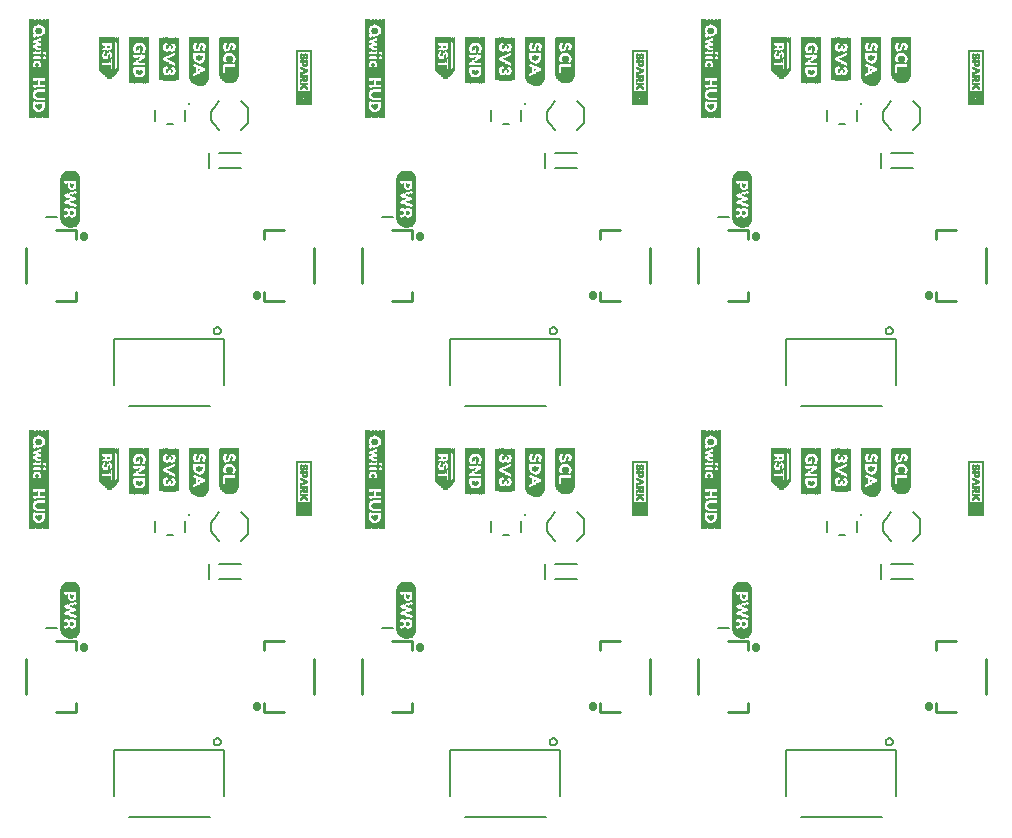
<source format=gto>
G75*
%MOIN*%
%OFA0B0*%
%FSLAX25Y25*%
%IPPOS*%
%LPD*%
%AMOC8*
5,1,8,0,0,1.08239X$1,22.5*
%
%ADD10C,0.01000*%
%ADD11C,0.01575*%
%ADD12C,0.00039*%
%ADD13C,0.00700*%
%ADD14C,0.00500*%
%ADD15C,0.00800*%
%ADD16C,0.01000*%
%ADD17R,0.00157X0.11024*%
%ADD18R,0.00157X0.11181*%
%ADD19R,0.00157X0.11496*%
%ADD20R,0.00157X0.11654*%
%ADD21R,0.00157X0.01732*%
%ADD22R,0.00157X0.01575*%
%ADD23R,0.00157X0.01890*%
%ADD24R,0.00157X0.02047*%
%ADD25R,0.00157X0.02362*%
%ADD26R,0.00157X0.12756*%
%ADD27R,0.00157X0.12913*%
%ADD28R,0.00157X0.13071*%
%ADD29R,0.00157X0.13228*%
%ADD30R,0.00157X0.00630*%
%ADD31R,0.00157X0.02992*%
%ADD32R,0.00157X0.01102*%
%ADD33R,0.00157X0.00315*%
%ADD34R,0.00157X0.00787*%
%ADD35R,0.00157X0.00157*%
%ADD36R,0.00157X0.03150*%
%ADD37R,0.00157X0.03307*%
%ADD38R,0.00157X0.01417*%
%ADD39R,0.00157X0.04409*%
%ADD40R,0.00157X0.04567*%
%ADD41R,0.00157X0.00945*%
%ADD42R,0.00157X0.02835*%
%ADD43R,0.00157X0.02677*%
%ADD44R,0.00157X0.00472*%
%ADD45R,0.00157X0.01260*%
%ADD46R,0.00157X0.04252*%
%ADD47R,0.00157X0.04094*%
%ADD48R,0.00157X0.03937*%
%ADD49R,0.00157X0.03780*%
%ADD50R,0.00157X0.03622*%
%ADD51R,0.00157X0.03465*%
%ADD52R,0.00157X0.11811*%
%ADD53R,0.00157X0.15276*%
%ADD54R,0.00157X0.02520*%
%ADD55R,0.00157X0.02205*%
%ADD56R,0.00157X0.14331*%
%ADD57R,0.00157X0.07087*%
%ADD58R,0.00157X0.13858*%
%ADD59R,0.00157X0.14646*%
%ADD60R,0.00157X0.14961*%
%ADD61R,0.00157X0.15118*%
%ADD62R,0.00157X0.15433*%
%ADD63R,0.00157X0.11969*%
%ADD64R,0.00157X0.13386*%
%ADD65R,0.00157X0.13701*%
%ADD66R,0.00157X0.14016*%
%ADD67R,0.00157X0.14173*%
%ADD68R,0.00157X0.14488*%
%ADD69R,0.00157X0.04882*%
%ADD70R,0.00157X0.05039*%
%ADD71R,0.00157X0.05197*%
%ADD72R,0.00157X0.15906*%
%ADD73R,0.00157X0.16535*%
%ADD74R,0.00157X0.16850*%
%ADD75R,0.00157X0.17165*%
%ADD76R,0.00157X0.17480*%
%ADD77R,0.00157X0.06614*%
%ADD78R,0.00157X0.06772*%
%ADD79R,0.00157X0.17795*%
%ADD80R,0.00157X0.10866*%
%ADD81R,0.00157X0.04724*%
%ADD82R,0.00157X0.06142*%
%ADD83R,0.00157X0.05827*%
%ADD84R,0.00157X0.05669*%
%ADD85R,0.00157X0.05512*%
%ADD86R,0.00157X0.12441*%
%ADD87R,0.00157X0.12283*%
D10*
X0050876Y0066689D02*
X0057372Y0066689D01*
X0057372Y0069642D01*
X0040640Y0072594D02*
X0040640Y0084406D01*
X0050876Y0090311D02*
X0057372Y0090311D01*
X0057372Y0087358D01*
X0120128Y0087358D02*
X0120128Y0090311D01*
X0126624Y0090311D01*
X0136860Y0084406D02*
X0136860Y0072594D01*
X0126624Y0066689D02*
X0120128Y0066689D01*
X0120128Y0069642D01*
X0152640Y0072594D02*
X0152640Y0084406D01*
X0162876Y0090311D02*
X0169372Y0090311D01*
X0169372Y0087358D01*
X0169372Y0069642D02*
X0169372Y0066689D01*
X0162876Y0066689D01*
X0232128Y0066689D02*
X0232128Y0069642D01*
X0232128Y0066689D02*
X0238624Y0066689D01*
X0248860Y0072594D02*
X0248860Y0084406D01*
X0238624Y0090311D02*
X0232128Y0090311D01*
X0232128Y0087358D01*
X0264640Y0084406D02*
X0264640Y0072594D01*
X0274876Y0066689D02*
X0281372Y0066689D01*
X0281372Y0069642D01*
X0281372Y0087358D02*
X0281372Y0090311D01*
X0274876Y0090311D01*
X0344128Y0090311D02*
X0344128Y0087358D01*
X0344128Y0090311D02*
X0350624Y0090311D01*
X0360860Y0084406D02*
X0360860Y0072594D01*
X0350624Y0066689D02*
X0344128Y0066689D01*
X0344128Y0069642D01*
X0344128Y0203689D02*
X0344128Y0206642D01*
X0344128Y0203689D02*
X0350624Y0203689D01*
X0360860Y0209594D02*
X0360860Y0221406D01*
X0350624Y0227311D02*
X0344128Y0227311D01*
X0344128Y0224358D01*
X0281372Y0224358D02*
X0281372Y0227311D01*
X0274876Y0227311D01*
X0264640Y0221406D02*
X0264640Y0209594D01*
X0274876Y0203689D02*
X0281372Y0203689D01*
X0281372Y0206642D01*
X0248860Y0209594D02*
X0248860Y0221406D01*
X0238624Y0227311D02*
X0232128Y0227311D01*
X0232128Y0224358D01*
X0232128Y0206642D02*
X0232128Y0203689D01*
X0238624Y0203689D01*
X0169372Y0203689D02*
X0162876Y0203689D01*
X0169372Y0203689D02*
X0169372Y0206642D01*
X0152640Y0209594D02*
X0152640Y0221406D01*
X0162876Y0227311D02*
X0169372Y0227311D01*
X0169372Y0224358D01*
X0136860Y0221406D02*
X0136860Y0209594D01*
X0126624Y0203689D02*
X0120128Y0203689D01*
X0120128Y0206642D01*
X0120128Y0224358D02*
X0120128Y0227311D01*
X0126624Y0227311D01*
X0057372Y0227311D02*
X0057372Y0224358D01*
X0057372Y0227311D02*
X0050876Y0227311D01*
X0040640Y0221406D02*
X0040640Y0209594D01*
X0050876Y0203689D02*
X0057372Y0203689D01*
X0057372Y0206642D01*
D11*
X0059374Y0225343D02*
X0059376Y0225390D01*
X0059382Y0225436D01*
X0059391Y0225482D01*
X0059405Y0225526D01*
X0059422Y0225570D01*
X0059443Y0225611D01*
X0059467Y0225651D01*
X0059494Y0225689D01*
X0059525Y0225724D01*
X0059558Y0225757D01*
X0059594Y0225787D01*
X0059633Y0225813D01*
X0059673Y0225837D01*
X0059715Y0225856D01*
X0059759Y0225873D01*
X0059804Y0225885D01*
X0059850Y0225894D01*
X0059896Y0225899D01*
X0059943Y0225900D01*
X0059989Y0225897D01*
X0060035Y0225890D01*
X0060081Y0225879D01*
X0060125Y0225865D01*
X0060168Y0225847D01*
X0060209Y0225825D01*
X0060249Y0225800D01*
X0060286Y0225772D01*
X0060321Y0225741D01*
X0060353Y0225707D01*
X0060382Y0225670D01*
X0060407Y0225632D01*
X0060430Y0225591D01*
X0060449Y0225548D01*
X0060464Y0225504D01*
X0060476Y0225459D01*
X0060484Y0225413D01*
X0060488Y0225366D01*
X0060488Y0225320D01*
X0060484Y0225273D01*
X0060476Y0225227D01*
X0060464Y0225182D01*
X0060449Y0225138D01*
X0060430Y0225095D01*
X0060407Y0225054D01*
X0060382Y0225016D01*
X0060353Y0224979D01*
X0060321Y0224945D01*
X0060286Y0224914D01*
X0060249Y0224886D01*
X0060210Y0224861D01*
X0060168Y0224839D01*
X0060125Y0224821D01*
X0060081Y0224807D01*
X0060035Y0224796D01*
X0059989Y0224789D01*
X0059943Y0224786D01*
X0059896Y0224787D01*
X0059850Y0224792D01*
X0059804Y0224801D01*
X0059759Y0224813D01*
X0059715Y0224830D01*
X0059673Y0224849D01*
X0059633Y0224873D01*
X0059594Y0224899D01*
X0059558Y0224929D01*
X0059525Y0224962D01*
X0059494Y0224997D01*
X0059467Y0225035D01*
X0059443Y0225075D01*
X0059422Y0225116D01*
X0059405Y0225160D01*
X0059391Y0225204D01*
X0059382Y0225250D01*
X0059376Y0225296D01*
X0059374Y0225343D01*
X0117012Y0205657D02*
X0117014Y0205704D01*
X0117020Y0205750D01*
X0117029Y0205796D01*
X0117043Y0205840D01*
X0117060Y0205884D01*
X0117081Y0205925D01*
X0117105Y0205965D01*
X0117132Y0206003D01*
X0117163Y0206038D01*
X0117196Y0206071D01*
X0117232Y0206101D01*
X0117271Y0206127D01*
X0117311Y0206151D01*
X0117353Y0206170D01*
X0117397Y0206187D01*
X0117442Y0206199D01*
X0117488Y0206208D01*
X0117534Y0206213D01*
X0117581Y0206214D01*
X0117627Y0206211D01*
X0117673Y0206204D01*
X0117719Y0206193D01*
X0117763Y0206179D01*
X0117806Y0206161D01*
X0117847Y0206139D01*
X0117887Y0206114D01*
X0117924Y0206086D01*
X0117959Y0206055D01*
X0117991Y0206021D01*
X0118020Y0205984D01*
X0118045Y0205946D01*
X0118068Y0205905D01*
X0118087Y0205862D01*
X0118102Y0205818D01*
X0118114Y0205773D01*
X0118122Y0205727D01*
X0118126Y0205680D01*
X0118126Y0205634D01*
X0118122Y0205587D01*
X0118114Y0205541D01*
X0118102Y0205496D01*
X0118087Y0205452D01*
X0118068Y0205409D01*
X0118045Y0205368D01*
X0118020Y0205330D01*
X0117991Y0205293D01*
X0117959Y0205259D01*
X0117924Y0205228D01*
X0117887Y0205200D01*
X0117848Y0205175D01*
X0117806Y0205153D01*
X0117763Y0205135D01*
X0117719Y0205121D01*
X0117673Y0205110D01*
X0117627Y0205103D01*
X0117581Y0205100D01*
X0117534Y0205101D01*
X0117488Y0205106D01*
X0117442Y0205115D01*
X0117397Y0205127D01*
X0117353Y0205144D01*
X0117311Y0205163D01*
X0117271Y0205187D01*
X0117232Y0205213D01*
X0117196Y0205243D01*
X0117163Y0205276D01*
X0117132Y0205311D01*
X0117105Y0205349D01*
X0117081Y0205389D01*
X0117060Y0205430D01*
X0117043Y0205474D01*
X0117029Y0205518D01*
X0117020Y0205564D01*
X0117014Y0205610D01*
X0117012Y0205657D01*
X0171374Y0225343D02*
X0171376Y0225390D01*
X0171382Y0225436D01*
X0171391Y0225482D01*
X0171405Y0225526D01*
X0171422Y0225570D01*
X0171443Y0225611D01*
X0171467Y0225651D01*
X0171494Y0225689D01*
X0171525Y0225724D01*
X0171558Y0225757D01*
X0171594Y0225787D01*
X0171633Y0225813D01*
X0171673Y0225837D01*
X0171715Y0225856D01*
X0171759Y0225873D01*
X0171804Y0225885D01*
X0171850Y0225894D01*
X0171896Y0225899D01*
X0171943Y0225900D01*
X0171989Y0225897D01*
X0172035Y0225890D01*
X0172081Y0225879D01*
X0172125Y0225865D01*
X0172168Y0225847D01*
X0172209Y0225825D01*
X0172249Y0225800D01*
X0172286Y0225772D01*
X0172321Y0225741D01*
X0172353Y0225707D01*
X0172382Y0225670D01*
X0172407Y0225632D01*
X0172430Y0225591D01*
X0172449Y0225548D01*
X0172464Y0225504D01*
X0172476Y0225459D01*
X0172484Y0225413D01*
X0172488Y0225366D01*
X0172488Y0225320D01*
X0172484Y0225273D01*
X0172476Y0225227D01*
X0172464Y0225182D01*
X0172449Y0225138D01*
X0172430Y0225095D01*
X0172407Y0225054D01*
X0172382Y0225016D01*
X0172353Y0224979D01*
X0172321Y0224945D01*
X0172286Y0224914D01*
X0172249Y0224886D01*
X0172210Y0224861D01*
X0172168Y0224839D01*
X0172125Y0224821D01*
X0172081Y0224807D01*
X0172035Y0224796D01*
X0171989Y0224789D01*
X0171943Y0224786D01*
X0171896Y0224787D01*
X0171850Y0224792D01*
X0171804Y0224801D01*
X0171759Y0224813D01*
X0171715Y0224830D01*
X0171673Y0224849D01*
X0171633Y0224873D01*
X0171594Y0224899D01*
X0171558Y0224929D01*
X0171525Y0224962D01*
X0171494Y0224997D01*
X0171467Y0225035D01*
X0171443Y0225075D01*
X0171422Y0225116D01*
X0171405Y0225160D01*
X0171391Y0225204D01*
X0171382Y0225250D01*
X0171376Y0225296D01*
X0171374Y0225343D01*
X0229012Y0205657D02*
X0229014Y0205704D01*
X0229020Y0205750D01*
X0229029Y0205796D01*
X0229043Y0205840D01*
X0229060Y0205884D01*
X0229081Y0205925D01*
X0229105Y0205965D01*
X0229132Y0206003D01*
X0229163Y0206038D01*
X0229196Y0206071D01*
X0229232Y0206101D01*
X0229271Y0206127D01*
X0229311Y0206151D01*
X0229353Y0206170D01*
X0229397Y0206187D01*
X0229442Y0206199D01*
X0229488Y0206208D01*
X0229534Y0206213D01*
X0229581Y0206214D01*
X0229627Y0206211D01*
X0229673Y0206204D01*
X0229719Y0206193D01*
X0229763Y0206179D01*
X0229806Y0206161D01*
X0229847Y0206139D01*
X0229887Y0206114D01*
X0229924Y0206086D01*
X0229959Y0206055D01*
X0229991Y0206021D01*
X0230020Y0205984D01*
X0230045Y0205946D01*
X0230068Y0205905D01*
X0230087Y0205862D01*
X0230102Y0205818D01*
X0230114Y0205773D01*
X0230122Y0205727D01*
X0230126Y0205680D01*
X0230126Y0205634D01*
X0230122Y0205587D01*
X0230114Y0205541D01*
X0230102Y0205496D01*
X0230087Y0205452D01*
X0230068Y0205409D01*
X0230045Y0205368D01*
X0230020Y0205330D01*
X0229991Y0205293D01*
X0229959Y0205259D01*
X0229924Y0205228D01*
X0229887Y0205200D01*
X0229848Y0205175D01*
X0229806Y0205153D01*
X0229763Y0205135D01*
X0229719Y0205121D01*
X0229673Y0205110D01*
X0229627Y0205103D01*
X0229581Y0205100D01*
X0229534Y0205101D01*
X0229488Y0205106D01*
X0229442Y0205115D01*
X0229397Y0205127D01*
X0229353Y0205144D01*
X0229311Y0205163D01*
X0229271Y0205187D01*
X0229232Y0205213D01*
X0229196Y0205243D01*
X0229163Y0205276D01*
X0229132Y0205311D01*
X0229105Y0205349D01*
X0229081Y0205389D01*
X0229060Y0205430D01*
X0229043Y0205474D01*
X0229029Y0205518D01*
X0229020Y0205564D01*
X0229014Y0205610D01*
X0229012Y0205657D01*
X0283374Y0225343D02*
X0283376Y0225390D01*
X0283382Y0225436D01*
X0283391Y0225482D01*
X0283405Y0225526D01*
X0283422Y0225570D01*
X0283443Y0225611D01*
X0283467Y0225651D01*
X0283494Y0225689D01*
X0283525Y0225724D01*
X0283558Y0225757D01*
X0283594Y0225787D01*
X0283633Y0225813D01*
X0283673Y0225837D01*
X0283715Y0225856D01*
X0283759Y0225873D01*
X0283804Y0225885D01*
X0283850Y0225894D01*
X0283896Y0225899D01*
X0283943Y0225900D01*
X0283989Y0225897D01*
X0284035Y0225890D01*
X0284081Y0225879D01*
X0284125Y0225865D01*
X0284168Y0225847D01*
X0284209Y0225825D01*
X0284249Y0225800D01*
X0284286Y0225772D01*
X0284321Y0225741D01*
X0284353Y0225707D01*
X0284382Y0225670D01*
X0284407Y0225632D01*
X0284430Y0225591D01*
X0284449Y0225548D01*
X0284464Y0225504D01*
X0284476Y0225459D01*
X0284484Y0225413D01*
X0284488Y0225366D01*
X0284488Y0225320D01*
X0284484Y0225273D01*
X0284476Y0225227D01*
X0284464Y0225182D01*
X0284449Y0225138D01*
X0284430Y0225095D01*
X0284407Y0225054D01*
X0284382Y0225016D01*
X0284353Y0224979D01*
X0284321Y0224945D01*
X0284286Y0224914D01*
X0284249Y0224886D01*
X0284210Y0224861D01*
X0284168Y0224839D01*
X0284125Y0224821D01*
X0284081Y0224807D01*
X0284035Y0224796D01*
X0283989Y0224789D01*
X0283943Y0224786D01*
X0283896Y0224787D01*
X0283850Y0224792D01*
X0283804Y0224801D01*
X0283759Y0224813D01*
X0283715Y0224830D01*
X0283673Y0224849D01*
X0283633Y0224873D01*
X0283594Y0224899D01*
X0283558Y0224929D01*
X0283525Y0224962D01*
X0283494Y0224997D01*
X0283467Y0225035D01*
X0283443Y0225075D01*
X0283422Y0225116D01*
X0283405Y0225160D01*
X0283391Y0225204D01*
X0283382Y0225250D01*
X0283376Y0225296D01*
X0283374Y0225343D01*
X0341012Y0205657D02*
X0341014Y0205704D01*
X0341020Y0205750D01*
X0341029Y0205796D01*
X0341043Y0205840D01*
X0341060Y0205884D01*
X0341081Y0205925D01*
X0341105Y0205965D01*
X0341132Y0206003D01*
X0341163Y0206038D01*
X0341196Y0206071D01*
X0341232Y0206101D01*
X0341271Y0206127D01*
X0341311Y0206151D01*
X0341353Y0206170D01*
X0341397Y0206187D01*
X0341442Y0206199D01*
X0341488Y0206208D01*
X0341534Y0206213D01*
X0341581Y0206214D01*
X0341627Y0206211D01*
X0341673Y0206204D01*
X0341719Y0206193D01*
X0341763Y0206179D01*
X0341806Y0206161D01*
X0341847Y0206139D01*
X0341887Y0206114D01*
X0341924Y0206086D01*
X0341959Y0206055D01*
X0341991Y0206021D01*
X0342020Y0205984D01*
X0342045Y0205946D01*
X0342068Y0205905D01*
X0342087Y0205862D01*
X0342102Y0205818D01*
X0342114Y0205773D01*
X0342122Y0205727D01*
X0342126Y0205680D01*
X0342126Y0205634D01*
X0342122Y0205587D01*
X0342114Y0205541D01*
X0342102Y0205496D01*
X0342087Y0205452D01*
X0342068Y0205409D01*
X0342045Y0205368D01*
X0342020Y0205330D01*
X0341991Y0205293D01*
X0341959Y0205259D01*
X0341924Y0205228D01*
X0341887Y0205200D01*
X0341848Y0205175D01*
X0341806Y0205153D01*
X0341763Y0205135D01*
X0341719Y0205121D01*
X0341673Y0205110D01*
X0341627Y0205103D01*
X0341581Y0205100D01*
X0341534Y0205101D01*
X0341488Y0205106D01*
X0341442Y0205115D01*
X0341397Y0205127D01*
X0341353Y0205144D01*
X0341311Y0205163D01*
X0341271Y0205187D01*
X0341232Y0205213D01*
X0341196Y0205243D01*
X0341163Y0205276D01*
X0341132Y0205311D01*
X0341105Y0205349D01*
X0341081Y0205389D01*
X0341060Y0205430D01*
X0341043Y0205474D01*
X0341029Y0205518D01*
X0341020Y0205564D01*
X0341014Y0205610D01*
X0341012Y0205657D01*
X0283374Y0088343D02*
X0283376Y0088390D01*
X0283382Y0088436D01*
X0283391Y0088482D01*
X0283405Y0088526D01*
X0283422Y0088570D01*
X0283443Y0088611D01*
X0283467Y0088651D01*
X0283494Y0088689D01*
X0283525Y0088724D01*
X0283558Y0088757D01*
X0283594Y0088787D01*
X0283633Y0088813D01*
X0283673Y0088837D01*
X0283715Y0088856D01*
X0283759Y0088873D01*
X0283804Y0088885D01*
X0283850Y0088894D01*
X0283896Y0088899D01*
X0283943Y0088900D01*
X0283989Y0088897D01*
X0284035Y0088890D01*
X0284081Y0088879D01*
X0284125Y0088865D01*
X0284168Y0088847D01*
X0284209Y0088825D01*
X0284249Y0088800D01*
X0284286Y0088772D01*
X0284321Y0088741D01*
X0284353Y0088707D01*
X0284382Y0088670D01*
X0284407Y0088632D01*
X0284430Y0088591D01*
X0284449Y0088548D01*
X0284464Y0088504D01*
X0284476Y0088459D01*
X0284484Y0088413D01*
X0284488Y0088366D01*
X0284488Y0088320D01*
X0284484Y0088273D01*
X0284476Y0088227D01*
X0284464Y0088182D01*
X0284449Y0088138D01*
X0284430Y0088095D01*
X0284407Y0088054D01*
X0284382Y0088016D01*
X0284353Y0087979D01*
X0284321Y0087945D01*
X0284286Y0087914D01*
X0284249Y0087886D01*
X0284210Y0087861D01*
X0284168Y0087839D01*
X0284125Y0087821D01*
X0284081Y0087807D01*
X0284035Y0087796D01*
X0283989Y0087789D01*
X0283943Y0087786D01*
X0283896Y0087787D01*
X0283850Y0087792D01*
X0283804Y0087801D01*
X0283759Y0087813D01*
X0283715Y0087830D01*
X0283673Y0087849D01*
X0283633Y0087873D01*
X0283594Y0087899D01*
X0283558Y0087929D01*
X0283525Y0087962D01*
X0283494Y0087997D01*
X0283467Y0088035D01*
X0283443Y0088075D01*
X0283422Y0088116D01*
X0283405Y0088160D01*
X0283391Y0088204D01*
X0283382Y0088250D01*
X0283376Y0088296D01*
X0283374Y0088343D01*
X0229012Y0068657D02*
X0229014Y0068704D01*
X0229020Y0068750D01*
X0229029Y0068796D01*
X0229043Y0068840D01*
X0229060Y0068884D01*
X0229081Y0068925D01*
X0229105Y0068965D01*
X0229132Y0069003D01*
X0229163Y0069038D01*
X0229196Y0069071D01*
X0229232Y0069101D01*
X0229271Y0069127D01*
X0229311Y0069151D01*
X0229353Y0069170D01*
X0229397Y0069187D01*
X0229442Y0069199D01*
X0229488Y0069208D01*
X0229534Y0069213D01*
X0229581Y0069214D01*
X0229627Y0069211D01*
X0229673Y0069204D01*
X0229719Y0069193D01*
X0229763Y0069179D01*
X0229806Y0069161D01*
X0229847Y0069139D01*
X0229887Y0069114D01*
X0229924Y0069086D01*
X0229959Y0069055D01*
X0229991Y0069021D01*
X0230020Y0068984D01*
X0230045Y0068946D01*
X0230068Y0068905D01*
X0230087Y0068862D01*
X0230102Y0068818D01*
X0230114Y0068773D01*
X0230122Y0068727D01*
X0230126Y0068680D01*
X0230126Y0068634D01*
X0230122Y0068587D01*
X0230114Y0068541D01*
X0230102Y0068496D01*
X0230087Y0068452D01*
X0230068Y0068409D01*
X0230045Y0068368D01*
X0230020Y0068330D01*
X0229991Y0068293D01*
X0229959Y0068259D01*
X0229924Y0068228D01*
X0229887Y0068200D01*
X0229848Y0068175D01*
X0229806Y0068153D01*
X0229763Y0068135D01*
X0229719Y0068121D01*
X0229673Y0068110D01*
X0229627Y0068103D01*
X0229581Y0068100D01*
X0229534Y0068101D01*
X0229488Y0068106D01*
X0229442Y0068115D01*
X0229397Y0068127D01*
X0229353Y0068144D01*
X0229311Y0068163D01*
X0229271Y0068187D01*
X0229232Y0068213D01*
X0229196Y0068243D01*
X0229163Y0068276D01*
X0229132Y0068311D01*
X0229105Y0068349D01*
X0229081Y0068389D01*
X0229060Y0068430D01*
X0229043Y0068474D01*
X0229029Y0068518D01*
X0229020Y0068564D01*
X0229014Y0068610D01*
X0229012Y0068657D01*
X0171374Y0088343D02*
X0171376Y0088390D01*
X0171382Y0088436D01*
X0171391Y0088482D01*
X0171405Y0088526D01*
X0171422Y0088570D01*
X0171443Y0088611D01*
X0171467Y0088651D01*
X0171494Y0088689D01*
X0171525Y0088724D01*
X0171558Y0088757D01*
X0171594Y0088787D01*
X0171633Y0088813D01*
X0171673Y0088837D01*
X0171715Y0088856D01*
X0171759Y0088873D01*
X0171804Y0088885D01*
X0171850Y0088894D01*
X0171896Y0088899D01*
X0171943Y0088900D01*
X0171989Y0088897D01*
X0172035Y0088890D01*
X0172081Y0088879D01*
X0172125Y0088865D01*
X0172168Y0088847D01*
X0172209Y0088825D01*
X0172249Y0088800D01*
X0172286Y0088772D01*
X0172321Y0088741D01*
X0172353Y0088707D01*
X0172382Y0088670D01*
X0172407Y0088632D01*
X0172430Y0088591D01*
X0172449Y0088548D01*
X0172464Y0088504D01*
X0172476Y0088459D01*
X0172484Y0088413D01*
X0172488Y0088366D01*
X0172488Y0088320D01*
X0172484Y0088273D01*
X0172476Y0088227D01*
X0172464Y0088182D01*
X0172449Y0088138D01*
X0172430Y0088095D01*
X0172407Y0088054D01*
X0172382Y0088016D01*
X0172353Y0087979D01*
X0172321Y0087945D01*
X0172286Y0087914D01*
X0172249Y0087886D01*
X0172210Y0087861D01*
X0172168Y0087839D01*
X0172125Y0087821D01*
X0172081Y0087807D01*
X0172035Y0087796D01*
X0171989Y0087789D01*
X0171943Y0087786D01*
X0171896Y0087787D01*
X0171850Y0087792D01*
X0171804Y0087801D01*
X0171759Y0087813D01*
X0171715Y0087830D01*
X0171673Y0087849D01*
X0171633Y0087873D01*
X0171594Y0087899D01*
X0171558Y0087929D01*
X0171525Y0087962D01*
X0171494Y0087997D01*
X0171467Y0088035D01*
X0171443Y0088075D01*
X0171422Y0088116D01*
X0171405Y0088160D01*
X0171391Y0088204D01*
X0171382Y0088250D01*
X0171376Y0088296D01*
X0171374Y0088343D01*
X0117012Y0068657D02*
X0117014Y0068704D01*
X0117020Y0068750D01*
X0117029Y0068796D01*
X0117043Y0068840D01*
X0117060Y0068884D01*
X0117081Y0068925D01*
X0117105Y0068965D01*
X0117132Y0069003D01*
X0117163Y0069038D01*
X0117196Y0069071D01*
X0117232Y0069101D01*
X0117271Y0069127D01*
X0117311Y0069151D01*
X0117353Y0069170D01*
X0117397Y0069187D01*
X0117442Y0069199D01*
X0117488Y0069208D01*
X0117534Y0069213D01*
X0117581Y0069214D01*
X0117627Y0069211D01*
X0117673Y0069204D01*
X0117719Y0069193D01*
X0117763Y0069179D01*
X0117806Y0069161D01*
X0117847Y0069139D01*
X0117887Y0069114D01*
X0117924Y0069086D01*
X0117959Y0069055D01*
X0117991Y0069021D01*
X0118020Y0068984D01*
X0118045Y0068946D01*
X0118068Y0068905D01*
X0118087Y0068862D01*
X0118102Y0068818D01*
X0118114Y0068773D01*
X0118122Y0068727D01*
X0118126Y0068680D01*
X0118126Y0068634D01*
X0118122Y0068587D01*
X0118114Y0068541D01*
X0118102Y0068496D01*
X0118087Y0068452D01*
X0118068Y0068409D01*
X0118045Y0068368D01*
X0118020Y0068330D01*
X0117991Y0068293D01*
X0117959Y0068259D01*
X0117924Y0068228D01*
X0117887Y0068200D01*
X0117848Y0068175D01*
X0117806Y0068153D01*
X0117763Y0068135D01*
X0117719Y0068121D01*
X0117673Y0068110D01*
X0117627Y0068103D01*
X0117581Y0068100D01*
X0117534Y0068101D01*
X0117488Y0068106D01*
X0117442Y0068115D01*
X0117397Y0068127D01*
X0117353Y0068144D01*
X0117311Y0068163D01*
X0117271Y0068187D01*
X0117232Y0068213D01*
X0117196Y0068243D01*
X0117163Y0068276D01*
X0117132Y0068311D01*
X0117105Y0068349D01*
X0117081Y0068389D01*
X0117060Y0068430D01*
X0117043Y0068474D01*
X0117029Y0068518D01*
X0117020Y0068564D01*
X0117014Y0068610D01*
X0117012Y0068657D01*
X0059374Y0088343D02*
X0059376Y0088390D01*
X0059382Y0088436D01*
X0059391Y0088482D01*
X0059405Y0088526D01*
X0059422Y0088570D01*
X0059443Y0088611D01*
X0059467Y0088651D01*
X0059494Y0088689D01*
X0059525Y0088724D01*
X0059558Y0088757D01*
X0059594Y0088787D01*
X0059633Y0088813D01*
X0059673Y0088837D01*
X0059715Y0088856D01*
X0059759Y0088873D01*
X0059804Y0088885D01*
X0059850Y0088894D01*
X0059896Y0088899D01*
X0059943Y0088900D01*
X0059989Y0088897D01*
X0060035Y0088890D01*
X0060081Y0088879D01*
X0060125Y0088865D01*
X0060168Y0088847D01*
X0060209Y0088825D01*
X0060249Y0088800D01*
X0060286Y0088772D01*
X0060321Y0088741D01*
X0060353Y0088707D01*
X0060382Y0088670D01*
X0060407Y0088632D01*
X0060430Y0088591D01*
X0060449Y0088548D01*
X0060464Y0088504D01*
X0060476Y0088459D01*
X0060484Y0088413D01*
X0060488Y0088366D01*
X0060488Y0088320D01*
X0060484Y0088273D01*
X0060476Y0088227D01*
X0060464Y0088182D01*
X0060449Y0088138D01*
X0060430Y0088095D01*
X0060407Y0088054D01*
X0060382Y0088016D01*
X0060353Y0087979D01*
X0060321Y0087945D01*
X0060286Y0087914D01*
X0060249Y0087886D01*
X0060210Y0087861D01*
X0060168Y0087839D01*
X0060125Y0087821D01*
X0060081Y0087807D01*
X0060035Y0087796D01*
X0059989Y0087789D01*
X0059943Y0087786D01*
X0059896Y0087787D01*
X0059850Y0087792D01*
X0059804Y0087801D01*
X0059759Y0087813D01*
X0059715Y0087830D01*
X0059673Y0087849D01*
X0059633Y0087873D01*
X0059594Y0087899D01*
X0059558Y0087929D01*
X0059525Y0087962D01*
X0059494Y0087997D01*
X0059467Y0088035D01*
X0059443Y0088075D01*
X0059422Y0088116D01*
X0059405Y0088160D01*
X0059391Y0088204D01*
X0059382Y0088250D01*
X0059376Y0088296D01*
X0059374Y0088343D01*
X0341012Y0068657D02*
X0341014Y0068704D01*
X0341020Y0068750D01*
X0341029Y0068796D01*
X0341043Y0068840D01*
X0341060Y0068884D01*
X0341081Y0068925D01*
X0341105Y0068965D01*
X0341132Y0069003D01*
X0341163Y0069038D01*
X0341196Y0069071D01*
X0341232Y0069101D01*
X0341271Y0069127D01*
X0341311Y0069151D01*
X0341353Y0069170D01*
X0341397Y0069187D01*
X0341442Y0069199D01*
X0341488Y0069208D01*
X0341534Y0069213D01*
X0341581Y0069214D01*
X0341627Y0069211D01*
X0341673Y0069204D01*
X0341719Y0069193D01*
X0341763Y0069179D01*
X0341806Y0069161D01*
X0341847Y0069139D01*
X0341887Y0069114D01*
X0341924Y0069086D01*
X0341959Y0069055D01*
X0341991Y0069021D01*
X0342020Y0068984D01*
X0342045Y0068946D01*
X0342068Y0068905D01*
X0342087Y0068862D01*
X0342102Y0068818D01*
X0342114Y0068773D01*
X0342122Y0068727D01*
X0342126Y0068680D01*
X0342126Y0068634D01*
X0342122Y0068587D01*
X0342114Y0068541D01*
X0342102Y0068496D01*
X0342087Y0068452D01*
X0342068Y0068409D01*
X0342045Y0068368D01*
X0342020Y0068330D01*
X0341991Y0068293D01*
X0341959Y0068259D01*
X0341924Y0068228D01*
X0341887Y0068200D01*
X0341848Y0068175D01*
X0341806Y0068153D01*
X0341763Y0068135D01*
X0341719Y0068121D01*
X0341673Y0068110D01*
X0341627Y0068103D01*
X0341581Y0068100D01*
X0341534Y0068101D01*
X0341488Y0068106D01*
X0341442Y0068115D01*
X0341397Y0068127D01*
X0341353Y0068144D01*
X0341311Y0068163D01*
X0341271Y0068187D01*
X0341232Y0068213D01*
X0341196Y0068243D01*
X0341163Y0068276D01*
X0341132Y0068311D01*
X0341105Y0068349D01*
X0341081Y0068389D01*
X0341060Y0068430D01*
X0341043Y0068474D01*
X0341029Y0068518D01*
X0341020Y0068564D01*
X0341014Y0068610D01*
X0341012Y0068657D01*
D12*
X0354759Y0132500D02*
X0357007Y0132500D01*
X0357007Y0134010D01*
X0356042Y0133351D01*
X0356042Y0133976D01*
X0356870Y0134518D01*
X0356042Y0135063D01*
X0356042Y0135666D01*
X0357007Y0135004D01*
X0357007Y0136521D01*
X0355221Y0136521D01*
X0355221Y0136683D01*
X0354759Y0136683D01*
X0354759Y0132500D01*
X0354759Y0132522D02*
X0357007Y0132522D01*
X0359741Y0132522D01*
X0359741Y0132500D02*
X0359741Y0150500D01*
X0354759Y0150500D01*
X0354759Y0136683D01*
X0355221Y0136683D01*
X0355221Y0150037D01*
X0359279Y0150037D01*
X0359279Y0136521D01*
X0357007Y0136521D01*
X0357007Y0135004D01*
X0357270Y0134824D01*
X0358456Y0135630D01*
X0358456Y0135009D01*
X0357673Y0134502D01*
X0358456Y0133990D01*
X0358456Y0133387D01*
X0357277Y0134194D01*
X0357007Y0134010D01*
X0357007Y0132500D01*
X0359741Y0132500D01*
X0359741Y0132560D02*
X0357007Y0132560D01*
X0354759Y0132560D01*
X0354759Y0132598D02*
X0357007Y0132598D01*
X0359741Y0132598D01*
X0359741Y0132636D02*
X0357007Y0132636D01*
X0354759Y0132636D01*
X0354759Y0132674D02*
X0357007Y0132674D01*
X0359741Y0132674D01*
X0359741Y0132712D02*
X0357007Y0132712D01*
X0354759Y0132712D01*
X0354759Y0132750D02*
X0357007Y0132750D01*
X0359741Y0132750D01*
X0359741Y0132787D02*
X0357007Y0132787D01*
X0354759Y0132787D01*
X0354759Y0132825D02*
X0357007Y0132825D01*
X0359741Y0132825D01*
X0359741Y0132863D02*
X0357007Y0132863D01*
X0354759Y0132863D01*
X0354759Y0132901D02*
X0357007Y0132901D01*
X0359741Y0132901D01*
X0359741Y0132939D02*
X0357007Y0132939D01*
X0354759Y0132939D01*
X0354759Y0132977D02*
X0357007Y0132977D01*
X0359741Y0132977D01*
X0359741Y0133015D02*
X0357007Y0133015D01*
X0354759Y0133015D01*
X0354759Y0133053D02*
X0357007Y0133053D01*
X0359741Y0133053D01*
X0359741Y0133091D02*
X0357007Y0133091D01*
X0354759Y0133091D01*
X0354759Y0133128D02*
X0357007Y0133128D01*
X0359741Y0133128D01*
X0359741Y0133166D02*
X0357007Y0133166D01*
X0354759Y0133166D01*
X0354759Y0133204D02*
X0357007Y0133204D01*
X0359741Y0133204D01*
X0359741Y0133242D02*
X0357007Y0133242D01*
X0354759Y0133242D01*
X0354759Y0133280D02*
X0357007Y0133280D01*
X0359741Y0133280D01*
X0359741Y0133318D02*
X0357007Y0133318D01*
X0354759Y0133318D01*
X0354759Y0133356D02*
X0356042Y0133356D01*
X0356049Y0133356D02*
X0357007Y0133356D01*
X0359741Y0133356D01*
X0359741Y0133394D02*
X0358456Y0133394D01*
X0358447Y0133394D02*
X0357007Y0133394D01*
X0356104Y0133394D01*
X0356042Y0133394D02*
X0354759Y0133394D01*
X0354759Y0133431D02*
X0356042Y0133431D01*
X0356042Y0133469D02*
X0354759Y0133469D01*
X0354759Y0133507D02*
X0356042Y0133507D01*
X0356042Y0133545D02*
X0354759Y0133545D01*
X0354759Y0133583D02*
X0356042Y0133583D01*
X0356042Y0133621D02*
X0354759Y0133621D01*
X0354759Y0133659D02*
X0356042Y0133659D01*
X0356042Y0133697D02*
X0354759Y0133697D01*
X0354759Y0133735D02*
X0356042Y0133735D01*
X0356042Y0133772D02*
X0354759Y0133772D01*
X0354759Y0133810D02*
X0356042Y0133810D01*
X0356042Y0133848D02*
X0354759Y0133848D01*
X0354759Y0133886D02*
X0356042Y0133886D01*
X0356042Y0133924D02*
X0354759Y0133924D01*
X0354759Y0133962D02*
X0356042Y0133962D01*
X0356078Y0134000D02*
X0354759Y0134000D01*
X0354759Y0134038D02*
X0356136Y0134038D01*
X0356194Y0134075D02*
X0354759Y0134075D01*
X0354759Y0134113D02*
X0356252Y0134113D01*
X0356310Y0134151D02*
X0354759Y0134151D01*
X0354759Y0134189D02*
X0356368Y0134189D01*
X0356426Y0134227D02*
X0354759Y0134227D01*
X0354759Y0134265D02*
X0356484Y0134265D01*
X0356542Y0134303D02*
X0354759Y0134303D01*
X0354759Y0134341D02*
X0356599Y0134341D01*
X0356657Y0134379D02*
X0354759Y0134379D01*
X0354759Y0134416D02*
X0356715Y0134416D01*
X0356773Y0134454D02*
X0354759Y0134454D01*
X0354759Y0134492D02*
X0356831Y0134492D01*
X0356852Y0134530D02*
X0354759Y0134530D01*
X0354759Y0134568D02*
X0356794Y0134568D01*
X0356737Y0134606D02*
X0354759Y0134606D01*
X0354759Y0134644D02*
X0356679Y0134644D01*
X0356622Y0134682D02*
X0354759Y0134682D01*
X0354759Y0134719D02*
X0356564Y0134719D01*
X0356507Y0134757D02*
X0354759Y0134757D01*
X0354759Y0134795D02*
X0356449Y0134795D01*
X0356392Y0134833D02*
X0354759Y0134833D01*
X0354759Y0134871D02*
X0356334Y0134871D01*
X0356277Y0134909D02*
X0354759Y0134909D01*
X0354759Y0134947D02*
X0356219Y0134947D01*
X0356162Y0134985D02*
X0354759Y0134985D01*
X0354759Y0135022D02*
X0356104Y0135022D01*
X0356047Y0135060D02*
X0354759Y0135060D01*
X0354759Y0135098D02*
X0356042Y0135098D01*
X0356042Y0135136D02*
X0354759Y0135136D01*
X0354759Y0135174D02*
X0356042Y0135174D01*
X0356042Y0135212D02*
X0354759Y0135212D01*
X0354759Y0135250D02*
X0356042Y0135250D01*
X0356042Y0135288D02*
X0354759Y0135288D01*
X0354759Y0135326D02*
X0356042Y0135326D01*
X0356042Y0135363D02*
X0354759Y0135363D01*
X0354759Y0135401D02*
X0356042Y0135401D01*
X0356042Y0135439D02*
X0354759Y0135439D01*
X0354759Y0135477D02*
X0356042Y0135477D01*
X0356042Y0135515D02*
X0354759Y0135515D01*
X0354759Y0135553D02*
X0356042Y0135553D01*
X0356042Y0135591D02*
X0354759Y0135591D01*
X0354759Y0135629D02*
X0356042Y0135629D01*
X0356097Y0135629D02*
X0357007Y0135629D01*
X0358454Y0135629D01*
X0358456Y0135629D02*
X0359741Y0135629D01*
X0359741Y0135666D02*
X0357007Y0135666D01*
X0354759Y0135666D01*
X0354759Y0135704D02*
X0357007Y0135704D01*
X0359741Y0135704D01*
X0359741Y0135742D02*
X0357007Y0135742D01*
X0354759Y0135742D01*
X0354759Y0135780D02*
X0357007Y0135780D01*
X0359741Y0135780D01*
X0359741Y0135818D02*
X0357007Y0135818D01*
X0354759Y0135818D01*
X0354759Y0135856D02*
X0357007Y0135856D01*
X0359741Y0135856D01*
X0359741Y0135894D02*
X0357007Y0135894D01*
X0354759Y0135894D01*
X0354759Y0135932D02*
X0357007Y0135932D01*
X0359741Y0135932D01*
X0359741Y0135970D02*
X0357007Y0135970D01*
X0354759Y0135970D01*
X0354759Y0136007D02*
X0357007Y0136007D01*
X0359741Y0136007D01*
X0359741Y0136045D02*
X0357007Y0136045D01*
X0354759Y0136045D01*
X0354759Y0136083D02*
X0357007Y0136083D01*
X0359741Y0136083D01*
X0359741Y0136121D02*
X0357007Y0136121D01*
X0354759Y0136121D01*
X0354759Y0136159D02*
X0357007Y0136159D01*
X0359741Y0136159D01*
X0359741Y0136197D02*
X0357007Y0136197D01*
X0354759Y0136197D01*
X0354759Y0136235D02*
X0357007Y0136235D01*
X0359741Y0136235D01*
X0359741Y0136273D02*
X0357007Y0136273D01*
X0354759Y0136273D01*
X0354759Y0136310D02*
X0357007Y0136310D01*
X0359741Y0136310D01*
X0359741Y0136348D02*
X0357007Y0136348D01*
X0354759Y0136348D01*
X0354759Y0136386D02*
X0357007Y0136386D01*
X0359741Y0136386D01*
X0359741Y0136424D02*
X0357007Y0136424D01*
X0354759Y0136424D01*
X0354759Y0136462D02*
X0357007Y0136462D01*
X0359741Y0136462D01*
X0359741Y0136500D02*
X0357007Y0136500D01*
X0354759Y0136500D01*
X0354759Y0136538D02*
X0355221Y0136538D01*
X0355221Y0136576D02*
X0354759Y0136576D01*
X0354759Y0136614D02*
X0355221Y0136614D01*
X0355221Y0136651D02*
X0354759Y0136651D01*
X0354759Y0136689D02*
X0355221Y0136689D01*
X0355221Y0136727D02*
X0354759Y0136727D01*
X0354759Y0136765D02*
X0355221Y0136765D01*
X0355221Y0136803D02*
X0354759Y0136803D01*
X0354759Y0136841D02*
X0355221Y0136841D01*
X0355221Y0136879D02*
X0354759Y0136879D01*
X0354759Y0136917D02*
X0355221Y0136917D01*
X0355221Y0136954D02*
X0354759Y0136954D01*
X0354759Y0136992D02*
X0355221Y0136992D01*
X0355221Y0137030D02*
X0354759Y0137030D01*
X0354759Y0137068D02*
X0355221Y0137068D01*
X0355221Y0137106D02*
X0354759Y0137106D01*
X0354759Y0137144D02*
X0355221Y0137144D01*
X0355221Y0137182D02*
X0354759Y0137182D01*
X0354759Y0137220D02*
X0355221Y0137220D01*
X0355221Y0137257D02*
X0354759Y0137257D01*
X0354759Y0137295D02*
X0355221Y0137295D01*
X0355221Y0137333D02*
X0354759Y0137333D01*
X0354759Y0137371D02*
X0355221Y0137371D01*
X0355221Y0137409D02*
X0354759Y0137409D01*
X0354759Y0137447D02*
X0355221Y0137447D01*
X0355221Y0137485D02*
X0354759Y0137485D01*
X0354759Y0137523D02*
X0355221Y0137523D01*
X0355221Y0137561D02*
X0354759Y0137561D01*
X0354759Y0137598D02*
X0355221Y0137598D01*
X0355221Y0137636D02*
X0354759Y0137636D01*
X0354759Y0137674D02*
X0355221Y0137674D01*
X0355221Y0137712D02*
X0354759Y0137712D01*
X0354759Y0137750D02*
X0355221Y0137750D01*
X0355221Y0137788D02*
X0354759Y0137788D01*
X0354759Y0137826D02*
X0355221Y0137826D01*
X0355221Y0137864D02*
X0354759Y0137864D01*
X0354759Y0137901D02*
X0355221Y0137901D01*
X0355221Y0137939D02*
X0354759Y0137939D01*
X0354759Y0137977D02*
X0355221Y0137977D01*
X0355221Y0138015D02*
X0354759Y0138015D01*
X0354759Y0138053D02*
X0355221Y0138053D01*
X0355221Y0138091D02*
X0354759Y0138091D01*
X0354759Y0138129D02*
X0355221Y0138129D01*
X0355221Y0138167D02*
X0354759Y0138167D01*
X0354759Y0138205D02*
X0355221Y0138205D01*
X0355221Y0138242D02*
X0354759Y0138242D01*
X0354759Y0138280D02*
X0355221Y0138280D01*
X0355221Y0138318D02*
X0354759Y0138318D01*
X0354759Y0138356D02*
X0355221Y0138356D01*
X0355221Y0138394D02*
X0354759Y0138394D01*
X0354759Y0138432D02*
X0355221Y0138432D01*
X0355221Y0138470D02*
X0354759Y0138470D01*
X0354759Y0138508D02*
X0355221Y0138508D01*
X0355221Y0138545D02*
X0354759Y0138545D01*
X0354759Y0138583D02*
X0355221Y0138583D01*
X0355221Y0138621D02*
X0354759Y0138621D01*
X0354759Y0138659D02*
X0355221Y0138659D01*
X0355221Y0138697D02*
X0354759Y0138697D01*
X0354759Y0138735D02*
X0355221Y0138735D01*
X0355221Y0138773D02*
X0354759Y0138773D01*
X0354759Y0138811D02*
X0355221Y0138811D01*
X0355221Y0138849D02*
X0354759Y0138849D01*
X0354759Y0138886D02*
X0355221Y0138886D01*
X0355221Y0138924D02*
X0354759Y0138924D01*
X0354759Y0138962D02*
X0355221Y0138962D01*
X0355221Y0139000D02*
X0354759Y0139000D01*
X0354759Y0139038D02*
X0355221Y0139038D01*
X0355221Y0139076D02*
X0354759Y0139076D01*
X0354759Y0139114D02*
X0355221Y0139114D01*
X0355221Y0139152D02*
X0354759Y0139152D01*
X0354759Y0139189D02*
X0355221Y0139189D01*
X0355221Y0139227D02*
X0354759Y0139227D01*
X0354759Y0139265D02*
X0355221Y0139265D01*
X0355221Y0139303D02*
X0354759Y0139303D01*
X0354759Y0139341D02*
X0355221Y0139341D01*
X0355221Y0139379D02*
X0354759Y0139379D01*
X0354759Y0139417D02*
X0355221Y0139417D01*
X0355221Y0139455D02*
X0354759Y0139455D01*
X0354759Y0139492D02*
X0355221Y0139492D01*
X0355221Y0139530D02*
X0354759Y0139530D01*
X0354759Y0139568D02*
X0355221Y0139568D01*
X0355221Y0139606D02*
X0354759Y0139606D01*
X0354759Y0139644D02*
X0355221Y0139644D01*
X0355221Y0139682D02*
X0354759Y0139682D01*
X0354759Y0139720D02*
X0355221Y0139720D01*
X0355221Y0139758D02*
X0354759Y0139758D01*
X0354759Y0139796D02*
X0355221Y0139796D01*
X0355221Y0139833D02*
X0354759Y0139833D01*
X0354759Y0139871D02*
X0355221Y0139871D01*
X0355221Y0139909D02*
X0354759Y0139909D01*
X0354759Y0139947D02*
X0355221Y0139947D01*
X0355221Y0139985D02*
X0354759Y0139985D01*
X0354759Y0140023D02*
X0355221Y0140023D01*
X0355221Y0140061D02*
X0354759Y0140061D01*
X0354759Y0140099D02*
X0355221Y0140099D01*
X0355221Y0140136D02*
X0354759Y0140136D01*
X0354759Y0140174D02*
X0355221Y0140174D01*
X0355221Y0140212D02*
X0354759Y0140212D01*
X0354759Y0140250D02*
X0355221Y0140250D01*
X0355221Y0140288D02*
X0354759Y0140288D01*
X0354759Y0140326D02*
X0355221Y0140326D01*
X0355221Y0140364D02*
X0354759Y0140364D01*
X0354759Y0140402D02*
X0355221Y0140402D01*
X0355221Y0140440D02*
X0354759Y0140440D01*
X0354759Y0140477D02*
X0355221Y0140477D01*
X0355221Y0140515D02*
X0354759Y0140515D01*
X0354759Y0140553D02*
X0355221Y0140553D01*
X0355221Y0140591D02*
X0354759Y0140591D01*
X0354759Y0140629D02*
X0355221Y0140629D01*
X0355221Y0140667D02*
X0354759Y0140667D01*
X0354759Y0140705D02*
X0355221Y0140705D01*
X0355221Y0140743D02*
X0354759Y0140743D01*
X0354759Y0140780D02*
X0355221Y0140780D01*
X0355221Y0140818D02*
X0354759Y0140818D01*
X0354759Y0140856D02*
X0355221Y0140856D01*
X0355221Y0140894D02*
X0354759Y0140894D01*
X0354759Y0140932D02*
X0355221Y0140932D01*
X0355221Y0140970D02*
X0354759Y0140970D01*
X0354759Y0141008D02*
X0355221Y0141008D01*
X0355221Y0141046D02*
X0354759Y0141046D01*
X0354759Y0141084D02*
X0355221Y0141084D01*
X0355221Y0141121D02*
X0354759Y0141121D01*
X0354759Y0141159D02*
X0355221Y0141159D01*
X0355221Y0141197D02*
X0354759Y0141197D01*
X0354759Y0141235D02*
X0355221Y0141235D01*
X0355221Y0141273D02*
X0354759Y0141273D01*
X0354759Y0141311D02*
X0355221Y0141311D01*
X0355221Y0141349D02*
X0354759Y0141349D01*
X0354759Y0141387D02*
X0355221Y0141387D01*
X0355221Y0141424D02*
X0354759Y0141424D01*
X0354759Y0141462D02*
X0355221Y0141462D01*
X0355221Y0141500D02*
X0354759Y0141500D01*
X0354759Y0141538D02*
X0355221Y0141538D01*
X0355221Y0141576D02*
X0354759Y0141576D01*
X0354759Y0141614D02*
X0355221Y0141614D01*
X0355221Y0141652D02*
X0354759Y0141652D01*
X0354759Y0141690D02*
X0355221Y0141690D01*
X0355221Y0141727D02*
X0354759Y0141727D01*
X0354759Y0141765D02*
X0355221Y0141765D01*
X0355221Y0141803D02*
X0354759Y0141803D01*
X0354759Y0141841D02*
X0355221Y0141841D01*
X0355221Y0141879D02*
X0354759Y0141879D01*
X0354759Y0141917D02*
X0355221Y0141917D01*
X0355221Y0141955D02*
X0354759Y0141955D01*
X0354759Y0141993D02*
X0355221Y0141993D01*
X0355221Y0142031D02*
X0354759Y0142031D01*
X0354759Y0142068D02*
X0355221Y0142068D01*
X0355221Y0142106D02*
X0354759Y0142106D01*
X0354759Y0142144D02*
X0355221Y0142144D01*
X0355221Y0142182D02*
X0354759Y0142182D01*
X0354759Y0142220D02*
X0355221Y0142220D01*
X0355221Y0142258D02*
X0354759Y0142258D01*
X0354759Y0142296D02*
X0355221Y0142296D01*
X0355221Y0142334D02*
X0354759Y0142334D01*
X0354759Y0142371D02*
X0355221Y0142371D01*
X0355221Y0142409D02*
X0354759Y0142409D01*
X0354759Y0142447D02*
X0355221Y0142447D01*
X0355221Y0142485D02*
X0354759Y0142485D01*
X0354759Y0142523D02*
X0355221Y0142523D01*
X0355221Y0142561D02*
X0354759Y0142561D01*
X0354759Y0142599D02*
X0355221Y0142599D01*
X0355221Y0142637D02*
X0354759Y0142637D01*
X0354759Y0142675D02*
X0355221Y0142675D01*
X0355221Y0142712D02*
X0354759Y0142712D01*
X0354759Y0142750D02*
X0355221Y0142750D01*
X0355221Y0142788D02*
X0354759Y0142788D01*
X0354759Y0142826D02*
X0355221Y0142826D01*
X0355221Y0142864D02*
X0354759Y0142864D01*
X0354759Y0142902D02*
X0355221Y0142902D01*
X0355221Y0142940D02*
X0354759Y0142940D01*
X0354759Y0142978D02*
X0355221Y0142978D01*
X0355221Y0143015D02*
X0354759Y0143015D01*
X0354759Y0143053D02*
X0355221Y0143053D01*
X0355221Y0143091D02*
X0354759Y0143091D01*
X0354759Y0143129D02*
X0355221Y0143129D01*
X0355221Y0143167D02*
X0354759Y0143167D01*
X0354759Y0143205D02*
X0355221Y0143205D01*
X0355221Y0143243D02*
X0354759Y0143243D01*
X0354759Y0143281D02*
X0355221Y0143281D01*
X0355221Y0143319D02*
X0354759Y0143319D01*
X0354759Y0143356D02*
X0355221Y0143356D01*
X0355221Y0143394D02*
X0354759Y0143394D01*
X0354759Y0143432D02*
X0355221Y0143432D01*
X0355221Y0143470D02*
X0354759Y0143470D01*
X0354759Y0143508D02*
X0355221Y0143508D01*
X0355221Y0143546D02*
X0354759Y0143546D01*
X0354759Y0143584D02*
X0355221Y0143584D01*
X0355221Y0143622D02*
X0354759Y0143622D01*
X0354759Y0143659D02*
X0355221Y0143659D01*
X0355221Y0143697D02*
X0354759Y0143697D01*
X0354759Y0143735D02*
X0355221Y0143735D01*
X0355221Y0143773D02*
X0354759Y0143773D01*
X0354759Y0143811D02*
X0355221Y0143811D01*
X0355221Y0143849D02*
X0354759Y0143849D01*
X0354759Y0143887D02*
X0355221Y0143887D01*
X0355221Y0143925D02*
X0354759Y0143925D01*
X0354759Y0143963D02*
X0355221Y0143963D01*
X0355221Y0144000D02*
X0354759Y0144000D01*
X0354759Y0144038D02*
X0355221Y0144038D01*
X0355221Y0144076D02*
X0354759Y0144076D01*
X0354759Y0144114D02*
X0355221Y0144114D01*
X0355221Y0144152D02*
X0354759Y0144152D01*
X0354759Y0144190D02*
X0355221Y0144190D01*
X0355221Y0144228D02*
X0354759Y0144228D01*
X0354759Y0144266D02*
X0355221Y0144266D01*
X0355221Y0144303D02*
X0354759Y0144303D01*
X0354759Y0144341D02*
X0355221Y0144341D01*
X0355221Y0144379D02*
X0354759Y0144379D01*
X0354759Y0144417D02*
X0355221Y0144417D01*
X0355221Y0144455D02*
X0354759Y0144455D01*
X0354759Y0144493D02*
X0355221Y0144493D01*
X0355221Y0144531D02*
X0354759Y0144531D01*
X0354759Y0144569D02*
X0355221Y0144569D01*
X0355221Y0144606D02*
X0354759Y0144606D01*
X0354759Y0144644D02*
X0355221Y0144644D01*
X0355221Y0144682D02*
X0354759Y0144682D01*
X0354759Y0144720D02*
X0355221Y0144720D01*
X0355221Y0144758D02*
X0354759Y0144758D01*
X0354759Y0144796D02*
X0355221Y0144796D01*
X0355221Y0144834D02*
X0354759Y0144834D01*
X0354759Y0144872D02*
X0355221Y0144872D01*
X0355221Y0144910D02*
X0354759Y0144910D01*
X0354759Y0144947D02*
X0355221Y0144947D01*
X0355221Y0144985D02*
X0354759Y0144985D01*
X0354759Y0145023D02*
X0355221Y0145023D01*
X0355221Y0145061D02*
X0354759Y0145061D01*
X0354759Y0145099D02*
X0355221Y0145099D01*
X0355221Y0145137D02*
X0354759Y0145137D01*
X0354759Y0145175D02*
X0355221Y0145175D01*
X0355221Y0145213D02*
X0354759Y0145213D01*
X0354759Y0145250D02*
X0355221Y0145250D01*
X0355221Y0145288D02*
X0354759Y0145288D01*
X0354759Y0145326D02*
X0355221Y0145326D01*
X0355221Y0145364D02*
X0354759Y0145364D01*
X0354759Y0145402D02*
X0355221Y0145402D01*
X0355221Y0145440D02*
X0354759Y0145440D01*
X0354759Y0145478D02*
X0355221Y0145478D01*
X0355221Y0145516D02*
X0354759Y0145516D01*
X0354759Y0145554D02*
X0355221Y0145554D01*
X0355221Y0145591D02*
X0354759Y0145591D01*
X0354759Y0145629D02*
X0355221Y0145629D01*
X0355221Y0145667D02*
X0354759Y0145667D01*
X0354759Y0145705D02*
X0355221Y0145705D01*
X0355221Y0145743D02*
X0354759Y0145743D01*
X0354759Y0145781D02*
X0355221Y0145781D01*
X0355221Y0145819D02*
X0354759Y0145819D01*
X0354759Y0145857D02*
X0355221Y0145857D01*
X0355221Y0145894D02*
X0354759Y0145894D01*
X0354759Y0145932D02*
X0355221Y0145932D01*
X0355221Y0145970D02*
X0354759Y0145970D01*
X0354759Y0146008D02*
X0355221Y0146008D01*
X0355221Y0146046D02*
X0354759Y0146046D01*
X0354759Y0146084D02*
X0355221Y0146084D01*
X0355221Y0146122D02*
X0354759Y0146122D01*
X0354759Y0146160D02*
X0355221Y0146160D01*
X0355221Y0146198D02*
X0354759Y0146198D01*
X0354759Y0146235D02*
X0355221Y0146235D01*
X0355221Y0146273D02*
X0354759Y0146273D01*
X0354759Y0146311D02*
X0355221Y0146311D01*
X0355221Y0146349D02*
X0354759Y0146349D01*
X0354759Y0146387D02*
X0355221Y0146387D01*
X0355221Y0146425D02*
X0354759Y0146425D01*
X0354759Y0146463D02*
X0355221Y0146463D01*
X0355221Y0146501D02*
X0354759Y0146501D01*
X0354759Y0146538D02*
X0355221Y0146538D01*
X0355221Y0146576D02*
X0354759Y0146576D01*
X0354759Y0146614D02*
X0355221Y0146614D01*
X0355221Y0146652D02*
X0354759Y0146652D01*
X0354759Y0146690D02*
X0355221Y0146690D01*
X0355221Y0146728D02*
X0354759Y0146728D01*
X0354759Y0146766D02*
X0355221Y0146766D01*
X0355221Y0146804D02*
X0354759Y0146804D01*
X0354759Y0146841D02*
X0355221Y0146841D01*
X0355221Y0146879D02*
X0354759Y0146879D01*
X0354759Y0146917D02*
X0355221Y0146917D01*
X0355221Y0146955D02*
X0354759Y0146955D01*
X0354759Y0146993D02*
X0355221Y0146993D01*
X0355221Y0147031D02*
X0354759Y0147031D01*
X0354759Y0147069D02*
X0355221Y0147069D01*
X0355221Y0147107D02*
X0354759Y0147107D01*
X0354759Y0147145D02*
X0355221Y0147145D01*
X0355221Y0147182D02*
X0354759Y0147182D01*
X0354759Y0147220D02*
X0355221Y0147220D01*
X0355221Y0147258D02*
X0354759Y0147258D01*
X0354759Y0147296D02*
X0355221Y0147296D01*
X0355221Y0147334D02*
X0354759Y0147334D01*
X0354759Y0147372D02*
X0355221Y0147372D01*
X0355221Y0147410D02*
X0354759Y0147410D01*
X0354759Y0147448D02*
X0355221Y0147448D01*
X0355221Y0147485D02*
X0354759Y0147485D01*
X0354759Y0147523D02*
X0355221Y0147523D01*
X0355221Y0147561D02*
X0354759Y0147561D01*
X0354759Y0147599D02*
X0355221Y0147599D01*
X0355221Y0147637D02*
X0354759Y0147637D01*
X0354759Y0147675D02*
X0355221Y0147675D01*
X0355221Y0147713D02*
X0354759Y0147713D01*
X0354759Y0147751D02*
X0355221Y0147751D01*
X0355221Y0147789D02*
X0354759Y0147789D01*
X0354759Y0147826D02*
X0355221Y0147826D01*
X0355221Y0147864D02*
X0354759Y0147864D01*
X0354759Y0147902D02*
X0355221Y0147902D01*
X0355221Y0147940D02*
X0354759Y0147940D01*
X0354759Y0147978D02*
X0355221Y0147978D01*
X0355221Y0148016D02*
X0354759Y0148016D01*
X0354759Y0148054D02*
X0355221Y0148054D01*
X0355221Y0148092D02*
X0354759Y0148092D01*
X0354759Y0148129D02*
X0355221Y0148129D01*
X0355221Y0148167D02*
X0354759Y0148167D01*
X0354759Y0148205D02*
X0355221Y0148205D01*
X0355221Y0148243D02*
X0354759Y0148243D01*
X0354759Y0148281D02*
X0355221Y0148281D01*
X0355221Y0148319D02*
X0354759Y0148319D01*
X0354759Y0148357D02*
X0355221Y0148357D01*
X0355221Y0148395D02*
X0354759Y0148395D01*
X0354759Y0148433D02*
X0355221Y0148433D01*
X0355221Y0148470D02*
X0354759Y0148470D01*
X0354759Y0148508D02*
X0355221Y0148508D01*
X0355221Y0148546D02*
X0354759Y0148546D01*
X0354759Y0148584D02*
X0355221Y0148584D01*
X0355221Y0148622D02*
X0354759Y0148622D01*
X0354759Y0148660D02*
X0355221Y0148660D01*
X0355221Y0148698D02*
X0354759Y0148698D01*
X0354759Y0148736D02*
X0355221Y0148736D01*
X0355221Y0148773D02*
X0354759Y0148773D01*
X0354759Y0148811D02*
X0355221Y0148811D01*
X0355221Y0148849D02*
X0354759Y0148849D01*
X0354759Y0148887D02*
X0355221Y0148887D01*
X0355221Y0148925D02*
X0354759Y0148925D01*
X0354759Y0148963D02*
X0355221Y0148963D01*
X0355221Y0149001D02*
X0354759Y0149001D01*
X0354759Y0149039D02*
X0355221Y0149039D01*
X0355221Y0149076D02*
X0354759Y0149076D01*
X0354759Y0149114D02*
X0355221Y0149114D01*
X0355221Y0149152D02*
X0354759Y0149152D01*
X0354759Y0149190D02*
X0355221Y0149190D01*
X0355221Y0149228D02*
X0354759Y0149228D01*
X0354759Y0149266D02*
X0355221Y0149266D01*
X0355221Y0149304D02*
X0354759Y0149304D01*
X0354759Y0149342D02*
X0355221Y0149342D01*
X0355221Y0149380D02*
X0354759Y0149380D01*
X0354759Y0149417D02*
X0355221Y0149417D01*
X0355221Y0149455D02*
X0354759Y0149455D01*
X0354759Y0149493D02*
X0355221Y0149493D01*
X0355221Y0149531D02*
X0354759Y0149531D01*
X0354759Y0149569D02*
X0355221Y0149569D01*
X0355221Y0149607D02*
X0354759Y0149607D01*
X0354759Y0149645D02*
X0355221Y0149645D01*
X0355221Y0149683D02*
X0354759Y0149683D01*
X0354759Y0149720D02*
X0355221Y0149720D01*
X0355221Y0149758D02*
X0354759Y0149758D01*
X0354759Y0149796D02*
X0355221Y0149796D01*
X0355221Y0149834D02*
X0354759Y0149834D01*
X0354759Y0149872D02*
X0355221Y0149872D01*
X0355221Y0149910D02*
X0354759Y0149910D01*
X0354759Y0149948D02*
X0355221Y0149948D01*
X0355221Y0149986D02*
X0354759Y0149986D01*
X0354759Y0150024D02*
X0355221Y0150024D01*
X0354759Y0150061D02*
X0359741Y0150061D01*
X0359741Y0150024D02*
X0359279Y0150024D01*
X0359279Y0149986D02*
X0359741Y0149986D01*
X0359741Y0149948D02*
X0359279Y0149948D01*
X0359279Y0149910D02*
X0359741Y0149910D01*
X0359741Y0149872D02*
X0359279Y0149872D01*
X0359279Y0149834D02*
X0359741Y0149834D01*
X0359741Y0149796D02*
X0359279Y0149796D01*
X0359279Y0149758D02*
X0359741Y0149758D01*
X0359741Y0149720D02*
X0359279Y0149720D01*
X0359279Y0149683D02*
X0359741Y0149683D01*
X0359741Y0149645D02*
X0359279Y0149645D01*
X0359279Y0149607D02*
X0359741Y0149607D01*
X0359741Y0149569D02*
X0359279Y0149569D01*
X0359279Y0149531D02*
X0359741Y0149531D01*
X0359741Y0149493D02*
X0359279Y0149493D01*
X0359279Y0149455D02*
X0359741Y0149455D01*
X0359741Y0149417D02*
X0359279Y0149417D01*
X0359279Y0149380D02*
X0359741Y0149380D01*
X0359741Y0149342D02*
X0359279Y0149342D01*
X0359279Y0149304D02*
X0359741Y0149304D01*
X0359741Y0149266D02*
X0359279Y0149266D01*
X0359279Y0149228D02*
X0359741Y0149228D01*
X0359741Y0149190D02*
X0359279Y0149190D01*
X0359279Y0149152D02*
X0359741Y0149152D01*
X0359741Y0149114D02*
X0359279Y0149114D01*
X0359279Y0149076D02*
X0359741Y0149076D01*
X0359741Y0149039D02*
X0359279Y0149039D01*
X0359279Y0149001D02*
X0359741Y0149001D01*
X0359741Y0148963D02*
X0359279Y0148963D01*
X0359279Y0148925D02*
X0359741Y0148925D01*
X0359741Y0148887D02*
X0359279Y0148887D01*
X0359279Y0148849D02*
X0359741Y0148849D01*
X0359741Y0148811D02*
X0359279Y0148811D01*
X0359279Y0148773D02*
X0359741Y0148773D01*
X0359741Y0148736D02*
X0359279Y0148736D01*
X0359279Y0148698D02*
X0359741Y0148698D01*
X0359741Y0148660D02*
X0359279Y0148660D01*
X0359279Y0148622D02*
X0359741Y0148622D01*
X0359741Y0148584D02*
X0359279Y0148584D01*
X0359279Y0148546D02*
X0359741Y0148546D01*
X0359741Y0148508D02*
X0359279Y0148508D01*
X0359279Y0148470D02*
X0359741Y0148470D01*
X0359741Y0148433D02*
X0359279Y0148433D01*
X0359279Y0148395D02*
X0359741Y0148395D01*
X0359741Y0148357D02*
X0359279Y0148357D01*
X0359279Y0148319D02*
X0359741Y0148319D01*
X0359741Y0148281D02*
X0359279Y0148281D01*
X0359279Y0148243D02*
X0359741Y0148243D01*
X0359741Y0148205D02*
X0359279Y0148205D01*
X0359279Y0148167D02*
X0359741Y0148167D01*
X0359741Y0148129D02*
X0359279Y0148129D01*
X0359279Y0148092D02*
X0359741Y0148092D01*
X0359741Y0148054D02*
X0359279Y0148054D01*
X0359279Y0148016D02*
X0359741Y0148016D01*
X0359741Y0147978D02*
X0359279Y0147978D01*
X0359279Y0147940D02*
X0359741Y0147940D01*
X0359741Y0147902D02*
X0359279Y0147902D01*
X0359279Y0147864D02*
X0359741Y0147864D01*
X0359741Y0147826D02*
X0359279Y0147826D01*
X0359279Y0147789D02*
X0359741Y0147789D01*
X0359741Y0147751D02*
X0359279Y0147751D01*
X0359279Y0147713D02*
X0359741Y0147713D01*
X0359741Y0147675D02*
X0359279Y0147675D01*
X0359279Y0147637D02*
X0359741Y0147637D01*
X0359741Y0147599D02*
X0359279Y0147599D01*
X0359279Y0147561D02*
X0359741Y0147561D01*
X0359741Y0147523D02*
X0359279Y0147523D01*
X0359279Y0147485D02*
X0359741Y0147485D01*
X0359741Y0147448D02*
X0359279Y0147448D01*
X0359279Y0147410D02*
X0359741Y0147410D01*
X0359741Y0147372D02*
X0359279Y0147372D01*
X0359279Y0147334D02*
X0359741Y0147334D01*
X0359741Y0147296D02*
X0359279Y0147296D01*
X0359279Y0147258D02*
X0359741Y0147258D01*
X0359741Y0147220D02*
X0359279Y0147220D01*
X0359279Y0147182D02*
X0359741Y0147182D01*
X0359741Y0147145D02*
X0359279Y0147145D01*
X0359279Y0147107D02*
X0359741Y0147107D01*
X0359741Y0147069D02*
X0359279Y0147069D01*
X0359279Y0147031D02*
X0359741Y0147031D01*
X0359741Y0146993D02*
X0359279Y0146993D01*
X0359279Y0146955D02*
X0359741Y0146955D01*
X0359741Y0146917D02*
X0359279Y0146917D01*
X0359279Y0146879D02*
X0359741Y0146879D01*
X0359741Y0146841D02*
X0359279Y0146841D01*
X0359279Y0146804D02*
X0359741Y0146804D01*
X0359741Y0146766D02*
X0359279Y0146766D01*
X0359279Y0146728D02*
X0359741Y0146728D01*
X0359741Y0146690D02*
X0359279Y0146690D01*
X0359279Y0146652D02*
X0359741Y0146652D01*
X0359741Y0146614D02*
X0359279Y0146614D01*
X0359279Y0146576D02*
X0359741Y0146576D01*
X0359741Y0146538D02*
X0359279Y0146538D01*
X0359279Y0146501D02*
X0359741Y0146501D01*
X0359741Y0146463D02*
X0359279Y0146463D01*
X0359279Y0146425D02*
X0359741Y0146425D01*
X0359741Y0146387D02*
X0359279Y0146387D01*
X0359279Y0146349D02*
X0359741Y0146349D01*
X0359741Y0146311D02*
X0359279Y0146311D01*
X0359279Y0146273D02*
X0359741Y0146273D01*
X0359741Y0146235D02*
X0359279Y0146235D01*
X0359279Y0146198D02*
X0359741Y0146198D01*
X0359741Y0146160D02*
X0359279Y0146160D01*
X0359279Y0146122D02*
X0359741Y0146122D01*
X0359741Y0146084D02*
X0359279Y0146084D01*
X0359279Y0146046D02*
X0359741Y0146046D01*
X0359741Y0146008D02*
X0359279Y0146008D01*
X0359279Y0145970D02*
X0359741Y0145970D01*
X0359741Y0145932D02*
X0359279Y0145932D01*
X0359279Y0145894D02*
X0359741Y0145894D01*
X0359741Y0145857D02*
X0359279Y0145857D01*
X0359279Y0145819D02*
X0359741Y0145819D01*
X0359741Y0145781D02*
X0359279Y0145781D01*
X0359279Y0145743D02*
X0359741Y0145743D01*
X0359741Y0145705D02*
X0359279Y0145705D01*
X0359279Y0145667D02*
X0359741Y0145667D01*
X0359741Y0145629D02*
X0359279Y0145629D01*
X0359279Y0145591D02*
X0359741Y0145591D01*
X0359741Y0145554D02*
X0359279Y0145554D01*
X0359279Y0145516D02*
X0359741Y0145516D01*
X0359741Y0145478D02*
X0359279Y0145478D01*
X0359279Y0145440D02*
X0359741Y0145440D01*
X0359741Y0145402D02*
X0359279Y0145402D01*
X0359279Y0145364D02*
X0359741Y0145364D01*
X0359741Y0145326D02*
X0359279Y0145326D01*
X0359279Y0145288D02*
X0359741Y0145288D01*
X0359741Y0145250D02*
X0359279Y0145250D01*
X0359279Y0145213D02*
X0359741Y0145213D01*
X0359741Y0145175D02*
X0359279Y0145175D01*
X0359279Y0145137D02*
X0359741Y0145137D01*
X0359741Y0145099D02*
X0359279Y0145099D01*
X0359279Y0145061D02*
X0359741Y0145061D01*
X0359741Y0145023D02*
X0359279Y0145023D01*
X0359279Y0144985D02*
X0359741Y0144985D01*
X0359741Y0144947D02*
X0359279Y0144947D01*
X0359279Y0144910D02*
X0359741Y0144910D01*
X0359741Y0144872D02*
X0359279Y0144872D01*
X0359279Y0144834D02*
X0359741Y0144834D01*
X0359741Y0144796D02*
X0359279Y0144796D01*
X0359279Y0144758D02*
X0359741Y0144758D01*
X0359741Y0144720D02*
X0359279Y0144720D01*
X0359279Y0144682D02*
X0359741Y0144682D01*
X0359741Y0144644D02*
X0359279Y0144644D01*
X0359279Y0144606D02*
X0359741Y0144606D01*
X0359741Y0144569D02*
X0359279Y0144569D01*
X0359279Y0144531D02*
X0359741Y0144531D01*
X0359741Y0144493D02*
X0359279Y0144493D01*
X0359279Y0144455D02*
X0359741Y0144455D01*
X0359741Y0144417D02*
X0359279Y0144417D01*
X0359279Y0144379D02*
X0359741Y0144379D01*
X0359741Y0144341D02*
X0359279Y0144341D01*
X0359279Y0144303D02*
X0359741Y0144303D01*
X0359741Y0144266D02*
X0359279Y0144266D01*
X0359279Y0144228D02*
X0359741Y0144228D01*
X0359741Y0144190D02*
X0359279Y0144190D01*
X0359279Y0144152D02*
X0359741Y0144152D01*
X0359741Y0144114D02*
X0359279Y0144114D01*
X0359279Y0144076D02*
X0359741Y0144076D01*
X0359741Y0144038D02*
X0359279Y0144038D01*
X0359279Y0144000D02*
X0359741Y0144000D01*
X0359741Y0143963D02*
X0359279Y0143963D01*
X0359279Y0143925D02*
X0359741Y0143925D01*
X0359741Y0143887D02*
X0359279Y0143887D01*
X0359279Y0143849D02*
X0359741Y0143849D01*
X0359741Y0143811D02*
X0359279Y0143811D01*
X0359279Y0143773D02*
X0359741Y0143773D01*
X0359741Y0143735D02*
X0359279Y0143735D01*
X0359279Y0143697D02*
X0359741Y0143697D01*
X0359741Y0143659D02*
X0359279Y0143659D01*
X0359279Y0143622D02*
X0359741Y0143622D01*
X0359741Y0143584D02*
X0359279Y0143584D01*
X0359279Y0143546D02*
X0359741Y0143546D01*
X0359741Y0143508D02*
X0359279Y0143508D01*
X0359279Y0143470D02*
X0359741Y0143470D01*
X0359741Y0143432D02*
X0359279Y0143432D01*
X0359279Y0143394D02*
X0359741Y0143394D01*
X0359741Y0143356D02*
X0359279Y0143356D01*
X0359279Y0143319D02*
X0359741Y0143319D01*
X0359741Y0143281D02*
X0359279Y0143281D01*
X0359279Y0143243D02*
X0359741Y0143243D01*
X0359741Y0143205D02*
X0359279Y0143205D01*
X0359279Y0143167D02*
X0359741Y0143167D01*
X0359741Y0143129D02*
X0359279Y0143129D01*
X0359279Y0143091D02*
X0359741Y0143091D01*
X0359741Y0143053D02*
X0359279Y0143053D01*
X0359279Y0143015D02*
X0359741Y0143015D01*
X0359741Y0142978D02*
X0359279Y0142978D01*
X0359279Y0142940D02*
X0359741Y0142940D01*
X0359741Y0142902D02*
X0359279Y0142902D01*
X0359279Y0142864D02*
X0359741Y0142864D01*
X0359741Y0142826D02*
X0359279Y0142826D01*
X0359279Y0142788D02*
X0359741Y0142788D01*
X0359741Y0142750D02*
X0359279Y0142750D01*
X0359279Y0142712D02*
X0359741Y0142712D01*
X0359741Y0142675D02*
X0359279Y0142675D01*
X0359279Y0142637D02*
X0359741Y0142637D01*
X0359741Y0142599D02*
X0359279Y0142599D01*
X0359279Y0142561D02*
X0359741Y0142561D01*
X0359741Y0142523D02*
X0359279Y0142523D01*
X0359279Y0142485D02*
X0359741Y0142485D01*
X0359741Y0142447D02*
X0359279Y0142447D01*
X0359279Y0142409D02*
X0359741Y0142409D01*
X0359741Y0142371D02*
X0359279Y0142371D01*
X0359279Y0142334D02*
X0359741Y0142334D01*
X0359741Y0142296D02*
X0359279Y0142296D01*
X0359279Y0142258D02*
X0359741Y0142258D01*
X0359741Y0142220D02*
X0359279Y0142220D01*
X0359279Y0142182D02*
X0359741Y0142182D01*
X0359741Y0142144D02*
X0359279Y0142144D01*
X0359279Y0142106D02*
X0359741Y0142106D01*
X0359741Y0142068D02*
X0359279Y0142068D01*
X0359279Y0142031D02*
X0359741Y0142031D01*
X0359741Y0141993D02*
X0359279Y0141993D01*
X0359279Y0141955D02*
X0359741Y0141955D01*
X0359741Y0141917D02*
X0359279Y0141917D01*
X0359279Y0141879D02*
X0359741Y0141879D01*
X0359741Y0141841D02*
X0359279Y0141841D01*
X0359279Y0141803D02*
X0359741Y0141803D01*
X0359741Y0141765D02*
X0359279Y0141765D01*
X0359279Y0141727D02*
X0359741Y0141727D01*
X0359741Y0141690D02*
X0359279Y0141690D01*
X0359279Y0141652D02*
X0359741Y0141652D01*
X0359741Y0141614D02*
X0359279Y0141614D01*
X0359279Y0141576D02*
X0359741Y0141576D01*
X0359741Y0141538D02*
X0359279Y0141538D01*
X0359279Y0141500D02*
X0359741Y0141500D01*
X0359741Y0141462D02*
X0359279Y0141462D01*
X0359279Y0141424D02*
X0359741Y0141424D01*
X0359741Y0141387D02*
X0359279Y0141387D01*
X0359279Y0141349D02*
X0359741Y0141349D01*
X0359741Y0141311D02*
X0359279Y0141311D01*
X0359279Y0141273D02*
X0359741Y0141273D01*
X0359741Y0141235D02*
X0359279Y0141235D01*
X0359279Y0141197D02*
X0359741Y0141197D01*
X0359741Y0141159D02*
X0359279Y0141159D01*
X0359279Y0141121D02*
X0359741Y0141121D01*
X0359741Y0141084D02*
X0359279Y0141084D01*
X0359279Y0141046D02*
X0359741Y0141046D01*
X0359741Y0141008D02*
X0359279Y0141008D01*
X0359279Y0140970D02*
X0359741Y0140970D01*
X0359741Y0140932D02*
X0359279Y0140932D01*
X0359279Y0140894D02*
X0359741Y0140894D01*
X0359741Y0140856D02*
X0359279Y0140856D01*
X0359279Y0140818D02*
X0359741Y0140818D01*
X0359741Y0140780D02*
X0359279Y0140780D01*
X0359279Y0140743D02*
X0359741Y0140743D01*
X0359741Y0140705D02*
X0359279Y0140705D01*
X0359279Y0140667D02*
X0359741Y0140667D01*
X0359741Y0140629D02*
X0359279Y0140629D01*
X0359279Y0140591D02*
X0359741Y0140591D01*
X0359741Y0140553D02*
X0359279Y0140553D01*
X0359279Y0140515D02*
X0359741Y0140515D01*
X0359741Y0140477D02*
X0359279Y0140477D01*
X0359279Y0140440D02*
X0359741Y0140440D01*
X0359741Y0140402D02*
X0359279Y0140402D01*
X0359279Y0140364D02*
X0359741Y0140364D01*
X0359741Y0140326D02*
X0359279Y0140326D01*
X0359279Y0140288D02*
X0359741Y0140288D01*
X0359741Y0140250D02*
X0359279Y0140250D01*
X0359279Y0140212D02*
X0359741Y0140212D01*
X0359741Y0140174D02*
X0359279Y0140174D01*
X0359279Y0140136D02*
X0359741Y0140136D01*
X0359741Y0140099D02*
X0359279Y0140099D01*
X0359279Y0140061D02*
X0359741Y0140061D01*
X0359741Y0140023D02*
X0359279Y0140023D01*
X0359279Y0139985D02*
X0359741Y0139985D01*
X0359741Y0139947D02*
X0359279Y0139947D01*
X0359279Y0139909D02*
X0359741Y0139909D01*
X0359741Y0139871D02*
X0359279Y0139871D01*
X0359279Y0139833D02*
X0359741Y0139833D01*
X0359741Y0139796D02*
X0359279Y0139796D01*
X0359279Y0139758D02*
X0359741Y0139758D01*
X0359741Y0139720D02*
X0359279Y0139720D01*
X0359279Y0139682D02*
X0359741Y0139682D01*
X0359741Y0139644D02*
X0359279Y0139644D01*
X0359279Y0139606D02*
X0359741Y0139606D01*
X0359741Y0139568D02*
X0359279Y0139568D01*
X0359279Y0139530D02*
X0359741Y0139530D01*
X0359741Y0139492D02*
X0359279Y0139492D01*
X0359279Y0139455D02*
X0359741Y0139455D01*
X0359741Y0139417D02*
X0359279Y0139417D01*
X0359279Y0139379D02*
X0359741Y0139379D01*
X0359741Y0139341D02*
X0359279Y0139341D01*
X0359279Y0139303D02*
X0359741Y0139303D01*
X0359741Y0139265D02*
X0359279Y0139265D01*
X0359279Y0139227D02*
X0359741Y0139227D01*
X0359741Y0139189D02*
X0359279Y0139189D01*
X0359279Y0139152D02*
X0359741Y0139152D01*
X0359741Y0139114D02*
X0359279Y0139114D01*
X0359279Y0139076D02*
X0359741Y0139076D01*
X0359741Y0139038D02*
X0359279Y0139038D01*
X0359279Y0139000D02*
X0359741Y0139000D01*
X0359741Y0138962D02*
X0359279Y0138962D01*
X0359279Y0138924D02*
X0359741Y0138924D01*
X0359741Y0138886D02*
X0359279Y0138886D01*
X0359279Y0138849D02*
X0359741Y0138849D01*
X0359741Y0138811D02*
X0359279Y0138811D01*
X0359279Y0138773D02*
X0359741Y0138773D01*
X0359741Y0138735D02*
X0359279Y0138735D01*
X0359279Y0138697D02*
X0359741Y0138697D01*
X0359741Y0138659D02*
X0359279Y0138659D01*
X0359279Y0138621D02*
X0359741Y0138621D01*
X0359741Y0138583D02*
X0359279Y0138583D01*
X0359279Y0138545D02*
X0359741Y0138545D01*
X0359741Y0138508D02*
X0359279Y0138508D01*
X0359279Y0138470D02*
X0359741Y0138470D01*
X0359741Y0138432D02*
X0359279Y0138432D01*
X0359279Y0138394D02*
X0359741Y0138394D01*
X0359741Y0138356D02*
X0359279Y0138356D01*
X0359279Y0138318D02*
X0359741Y0138318D01*
X0359741Y0138280D02*
X0359279Y0138280D01*
X0359279Y0138242D02*
X0359741Y0138242D01*
X0359741Y0138205D02*
X0359279Y0138205D01*
X0359279Y0138167D02*
X0359741Y0138167D01*
X0359741Y0138129D02*
X0359279Y0138129D01*
X0359279Y0138091D02*
X0359741Y0138091D01*
X0359741Y0138053D02*
X0359279Y0138053D01*
X0359279Y0138015D02*
X0359741Y0138015D01*
X0359741Y0137977D02*
X0359279Y0137977D01*
X0359279Y0137939D02*
X0359741Y0137939D01*
X0359741Y0137901D02*
X0359279Y0137901D01*
X0359279Y0137864D02*
X0359741Y0137864D01*
X0359741Y0137826D02*
X0359279Y0137826D01*
X0359279Y0137788D02*
X0359741Y0137788D01*
X0359741Y0137750D02*
X0359279Y0137750D01*
X0359279Y0137712D02*
X0359741Y0137712D01*
X0359741Y0137674D02*
X0359279Y0137674D01*
X0359279Y0137636D02*
X0359741Y0137636D01*
X0359741Y0137598D02*
X0359279Y0137598D01*
X0359279Y0137561D02*
X0359741Y0137561D01*
X0359741Y0137523D02*
X0359279Y0137523D01*
X0359279Y0137485D02*
X0359741Y0137485D01*
X0359741Y0137447D02*
X0359279Y0137447D01*
X0359279Y0137409D02*
X0359741Y0137409D01*
X0359741Y0137371D02*
X0359279Y0137371D01*
X0359279Y0137333D02*
X0359741Y0137333D01*
X0359741Y0137295D02*
X0359279Y0137295D01*
X0359279Y0137257D02*
X0359741Y0137257D01*
X0359741Y0137220D02*
X0359279Y0137220D01*
X0359279Y0137182D02*
X0359741Y0137182D01*
X0359741Y0137144D02*
X0359279Y0137144D01*
X0359279Y0137106D02*
X0359741Y0137106D01*
X0359741Y0137068D02*
X0359279Y0137068D01*
X0359279Y0137030D02*
X0359741Y0137030D01*
X0359741Y0136992D02*
X0359279Y0136992D01*
X0359279Y0136954D02*
X0359741Y0136954D01*
X0359741Y0136917D02*
X0359279Y0136917D01*
X0359279Y0136879D02*
X0359741Y0136879D01*
X0359741Y0136841D02*
X0359279Y0136841D01*
X0359279Y0136803D02*
X0359741Y0136803D01*
X0359741Y0136765D02*
X0359279Y0136765D01*
X0359279Y0136727D02*
X0359741Y0136727D01*
X0359741Y0136689D02*
X0359279Y0136689D01*
X0359279Y0136651D02*
X0359741Y0136651D01*
X0359741Y0136614D02*
X0359279Y0136614D01*
X0359279Y0136576D02*
X0359741Y0136576D01*
X0359741Y0136538D02*
X0359279Y0136538D01*
X0359741Y0135591D02*
X0358456Y0135591D01*
X0358456Y0135553D02*
X0359741Y0135553D01*
X0359741Y0135515D02*
X0358456Y0135515D01*
X0358456Y0135477D02*
X0359741Y0135477D01*
X0359741Y0135439D02*
X0358456Y0135439D01*
X0358456Y0135401D02*
X0359741Y0135401D01*
X0359741Y0135363D02*
X0358456Y0135363D01*
X0358456Y0135326D02*
X0359741Y0135326D01*
X0359741Y0135288D02*
X0358456Y0135288D01*
X0358456Y0135250D02*
X0359741Y0135250D01*
X0359741Y0135212D02*
X0358456Y0135212D01*
X0358456Y0135174D02*
X0359741Y0135174D01*
X0359741Y0135136D02*
X0358456Y0135136D01*
X0358456Y0135098D02*
X0359741Y0135098D01*
X0359741Y0135060D02*
X0358456Y0135060D01*
X0358456Y0135022D02*
X0359741Y0135022D01*
X0359741Y0134985D02*
X0358418Y0134985D01*
X0358360Y0134947D02*
X0359741Y0134947D01*
X0359741Y0134909D02*
X0358301Y0134909D01*
X0358243Y0134871D02*
X0359741Y0134871D01*
X0359741Y0134833D02*
X0358184Y0134833D01*
X0358126Y0134795D02*
X0359741Y0134795D01*
X0359741Y0134757D02*
X0358067Y0134757D01*
X0358009Y0134719D02*
X0359741Y0134719D01*
X0359741Y0134682D02*
X0357951Y0134682D01*
X0357892Y0134644D02*
X0359741Y0134644D01*
X0359741Y0134606D02*
X0357834Y0134606D01*
X0357775Y0134568D02*
X0359741Y0134568D01*
X0359741Y0134530D02*
X0357717Y0134530D01*
X0357687Y0134492D02*
X0359741Y0134492D01*
X0359741Y0134454D02*
X0357745Y0134454D01*
X0357804Y0134416D02*
X0359741Y0134416D01*
X0359741Y0134379D02*
X0357862Y0134379D01*
X0357920Y0134341D02*
X0359741Y0134341D01*
X0359741Y0134303D02*
X0357978Y0134303D01*
X0358036Y0134265D02*
X0359741Y0134265D01*
X0359741Y0134227D02*
X0358094Y0134227D01*
X0358152Y0134189D02*
X0359741Y0134189D01*
X0359741Y0134151D02*
X0358210Y0134151D01*
X0358268Y0134113D02*
X0359741Y0134113D01*
X0359741Y0134075D02*
X0358326Y0134075D01*
X0358384Y0134038D02*
X0359741Y0134038D01*
X0359741Y0134000D02*
X0358442Y0134000D01*
X0358456Y0133962D02*
X0359741Y0133962D01*
X0359741Y0133924D02*
X0358456Y0133924D01*
X0358456Y0133886D02*
X0359741Y0133886D01*
X0359741Y0133848D02*
X0358456Y0133848D01*
X0358456Y0133810D02*
X0359741Y0133810D01*
X0359741Y0133772D02*
X0358456Y0133772D01*
X0358456Y0133735D02*
X0359741Y0133735D01*
X0359741Y0133697D02*
X0358456Y0133697D01*
X0358456Y0133659D02*
X0359741Y0133659D01*
X0359741Y0133621D02*
X0358456Y0133621D01*
X0358456Y0133583D02*
X0359741Y0133583D01*
X0359741Y0133545D02*
X0358456Y0133545D01*
X0358456Y0133507D02*
X0359741Y0133507D01*
X0359741Y0133469D02*
X0358456Y0133469D01*
X0358456Y0133431D02*
X0359741Y0133431D01*
X0358392Y0133431D02*
X0357007Y0133431D01*
X0356160Y0133431D01*
X0356215Y0133469D02*
X0357007Y0133469D01*
X0358336Y0133469D01*
X0358281Y0133507D02*
X0357007Y0133507D01*
X0356271Y0133507D01*
X0356326Y0133545D02*
X0357007Y0133545D01*
X0358225Y0133545D01*
X0358170Y0133583D02*
X0357007Y0133583D01*
X0356382Y0133583D01*
X0356437Y0133621D02*
X0357007Y0133621D01*
X0358115Y0133621D01*
X0358059Y0133659D02*
X0357007Y0133659D01*
X0356493Y0133659D01*
X0356548Y0133697D02*
X0357007Y0133697D01*
X0358004Y0133697D01*
X0357948Y0133735D02*
X0357007Y0133735D01*
X0356604Y0133735D01*
X0356659Y0133772D02*
X0357007Y0133772D01*
X0357893Y0133772D01*
X0357838Y0133810D02*
X0357007Y0133810D01*
X0356715Y0133810D01*
X0356770Y0133848D02*
X0357007Y0133848D01*
X0357782Y0133848D01*
X0357727Y0133886D02*
X0357007Y0133886D01*
X0356826Y0133886D01*
X0356882Y0133924D02*
X0357007Y0133924D01*
X0357672Y0133924D01*
X0357616Y0133962D02*
X0357007Y0133962D01*
X0356937Y0133962D01*
X0356993Y0134000D02*
X0357007Y0134000D01*
X0357561Y0134000D01*
X0357505Y0134038D02*
X0357048Y0134038D01*
X0357104Y0134075D02*
X0357450Y0134075D01*
X0357395Y0134113D02*
X0357159Y0134113D01*
X0357215Y0134151D02*
X0357339Y0134151D01*
X0357284Y0134189D02*
X0357270Y0134189D01*
X0357256Y0134833D02*
X0357283Y0134833D01*
X0357339Y0134871D02*
X0357201Y0134871D01*
X0357146Y0134909D02*
X0357395Y0134909D01*
X0357451Y0134947D02*
X0357091Y0134947D01*
X0357035Y0134985D02*
X0357506Y0134985D01*
X0357562Y0135022D02*
X0357007Y0135022D01*
X0356980Y0135022D01*
X0357007Y0135060D02*
X0356925Y0135060D01*
X0356870Y0135098D02*
X0357007Y0135098D01*
X0357674Y0135098D01*
X0357729Y0135136D02*
X0357007Y0135136D01*
X0356815Y0135136D01*
X0356759Y0135174D02*
X0357007Y0135174D01*
X0357785Y0135174D01*
X0357841Y0135212D02*
X0357007Y0135212D01*
X0356704Y0135212D01*
X0356649Y0135250D02*
X0357007Y0135250D01*
X0357896Y0135250D01*
X0357952Y0135288D02*
X0357007Y0135288D01*
X0356594Y0135288D01*
X0356539Y0135326D02*
X0357007Y0135326D01*
X0358008Y0135326D01*
X0358064Y0135363D02*
X0357007Y0135363D01*
X0356483Y0135363D01*
X0356428Y0135401D02*
X0357007Y0135401D01*
X0358119Y0135401D01*
X0358175Y0135439D02*
X0357007Y0135439D01*
X0356373Y0135439D01*
X0356318Y0135477D02*
X0357007Y0135477D01*
X0358231Y0135477D01*
X0358286Y0135515D02*
X0357007Y0135515D01*
X0356263Y0135515D01*
X0356207Y0135553D02*
X0357007Y0135553D01*
X0358342Y0135553D01*
X0358398Y0135591D02*
X0357007Y0135591D01*
X0356152Y0135591D01*
X0357007Y0135060D02*
X0357618Y0135060D01*
X0358456Y0137243D02*
X0358456Y0137884D01*
X0357842Y0138454D01*
X0357842Y0137832D01*
X0358456Y0137243D01*
X0358456Y0137257D02*
X0358441Y0137257D01*
X0358456Y0137295D02*
X0358401Y0137295D01*
X0358362Y0137333D02*
X0358456Y0137333D01*
X0358456Y0137371D02*
X0358322Y0137371D01*
X0358283Y0137409D02*
X0358456Y0137409D01*
X0358456Y0137447D02*
X0358244Y0137447D01*
X0358204Y0137485D02*
X0358456Y0137485D01*
X0358456Y0137523D02*
X0358165Y0137523D01*
X0358125Y0137561D02*
X0358456Y0137561D01*
X0358456Y0137598D02*
X0358086Y0137598D01*
X0358046Y0137636D02*
X0358456Y0137636D01*
X0358456Y0137674D02*
X0358007Y0137674D01*
X0357967Y0137712D02*
X0358456Y0137712D01*
X0358456Y0137750D02*
X0357928Y0137750D01*
X0357888Y0137788D02*
X0358456Y0137788D01*
X0358456Y0137826D02*
X0357849Y0137826D01*
X0357842Y0137832D02*
X0357432Y0138226D01*
X0356042Y0137198D01*
X0356042Y0137835D01*
X0357070Y0138584D01*
X0356780Y0138863D01*
X0356042Y0138863D01*
X0356042Y0139394D01*
X0357842Y0139394D01*
X0357842Y0138863D01*
X0358456Y0138863D01*
X0358456Y0139394D01*
X0357842Y0139394D01*
X0357842Y0138863D01*
X0357401Y0138863D01*
X0357842Y0138454D01*
X0357842Y0137832D01*
X0357842Y0137864D02*
X0358456Y0137864D01*
X0358437Y0137901D02*
X0357842Y0137901D01*
X0357770Y0137901D01*
X0357809Y0137864D02*
X0357842Y0137864D01*
X0357842Y0137939D02*
X0358396Y0137939D01*
X0358355Y0137977D02*
X0357842Y0137977D01*
X0357691Y0137977D01*
X0357730Y0137939D02*
X0357842Y0137939D01*
X0357842Y0138015D02*
X0358315Y0138015D01*
X0358274Y0138053D02*
X0357842Y0138053D01*
X0357612Y0138053D01*
X0357651Y0138015D02*
X0357842Y0138015D01*
X0357842Y0138091D02*
X0358233Y0138091D01*
X0358192Y0138129D02*
X0357842Y0138129D01*
X0357533Y0138129D01*
X0357493Y0138167D02*
X0357842Y0138167D01*
X0358151Y0138167D01*
X0358111Y0138205D02*
X0357842Y0138205D01*
X0357454Y0138205D01*
X0357403Y0138205D02*
X0356549Y0138205D01*
X0356601Y0138242D02*
X0357842Y0138242D01*
X0358070Y0138242D01*
X0358029Y0138280D02*
X0357842Y0138280D01*
X0356653Y0138280D01*
X0356705Y0138318D02*
X0357842Y0138318D01*
X0357988Y0138318D01*
X0357947Y0138356D02*
X0357842Y0138356D01*
X0356757Y0138356D01*
X0356809Y0138394D02*
X0357842Y0138394D01*
X0357907Y0138394D01*
X0357866Y0138432D02*
X0357842Y0138432D01*
X0356861Y0138432D01*
X0356913Y0138470D02*
X0357825Y0138470D01*
X0357784Y0138508D02*
X0356965Y0138508D01*
X0357017Y0138545D02*
X0357743Y0138545D01*
X0357702Y0138583D02*
X0357069Y0138583D01*
X0357031Y0138621D02*
X0357662Y0138621D01*
X0357621Y0138659D02*
X0356992Y0138659D01*
X0356953Y0138697D02*
X0357580Y0138697D01*
X0357539Y0138735D02*
X0356913Y0138735D01*
X0356874Y0138773D02*
X0357498Y0138773D01*
X0357458Y0138811D02*
X0356835Y0138811D01*
X0356795Y0138849D02*
X0357417Y0138849D01*
X0357842Y0138886D02*
X0358456Y0138886D01*
X0358456Y0138924D02*
X0357842Y0138924D01*
X0356042Y0138924D01*
X0356042Y0138886D02*
X0357842Y0138886D01*
X0357842Y0138962D02*
X0358456Y0138962D01*
X0358456Y0139000D02*
X0357842Y0139000D01*
X0356042Y0139000D01*
X0356042Y0138962D02*
X0357842Y0138962D01*
X0357842Y0139038D02*
X0358456Y0139038D01*
X0358456Y0139076D02*
X0357842Y0139076D01*
X0356042Y0139076D01*
X0356042Y0139114D02*
X0357842Y0139114D01*
X0358456Y0139114D01*
X0358456Y0139152D02*
X0357842Y0139152D01*
X0356042Y0139152D01*
X0356042Y0139189D02*
X0357842Y0139189D01*
X0358456Y0139189D01*
X0358456Y0139227D02*
X0357842Y0139227D01*
X0356042Y0139227D01*
X0356042Y0139265D02*
X0357842Y0139265D01*
X0358456Y0139265D01*
X0358456Y0139303D02*
X0357842Y0139303D01*
X0356042Y0139303D01*
X0356042Y0139341D02*
X0357842Y0139341D01*
X0358456Y0139341D01*
X0358456Y0139379D02*
X0357842Y0139379D01*
X0356042Y0139379D01*
X0356042Y0139038D02*
X0357842Y0139038D01*
X0357836Y0139889D02*
X0357842Y0139891D01*
X0357842Y0140485D01*
X0357891Y0140523D01*
X0357956Y0140655D01*
X0357977Y0140830D01*
X0357977Y0141358D01*
X0357842Y0141358D01*
X0357842Y0141889D01*
X0358456Y0141889D01*
X0358456Y0140785D01*
X0358443Y0140582D01*
X0358403Y0140402D01*
X0358338Y0140246D01*
X0358245Y0140114D01*
X0358130Y0140009D01*
X0357993Y0139934D01*
X0357842Y0139891D01*
X0357842Y0140485D01*
X0357783Y0140440D01*
X0357632Y0140413D01*
X0357626Y0140413D01*
X0357487Y0140439D01*
X0357378Y0140517D01*
X0357308Y0140645D01*
X0357284Y0140820D01*
X0357284Y0141358D01*
X0357842Y0141358D01*
X0357842Y0141889D01*
X0356042Y0141889D01*
X0356042Y0141358D01*
X0356814Y0141358D01*
X0356814Y0140940D01*
X0356042Y0140424D01*
X0356042Y0139803D01*
X0356904Y0140393D01*
X0357015Y0140184D01*
X0357174Y0140019D01*
X0357386Y0139911D01*
X0357651Y0139875D01*
X0357659Y0139875D01*
X0357836Y0139889D01*
X0357842Y0139909D02*
X0357905Y0139909D01*
X0357842Y0139909D02*
X0357398Y0139909D01*
X0357315Y0139947D02*
X0357842Y0139947D01*
X0358017Y0139947D01*
X0358086Y0139985D02*
X0357842Y0139985D01*
X0357240Y0139985D01*
X0357170Y0140023D02*
X0357842Y0140023D01*
X0358145Y0140023D01*
X0358187Y0140061D02*
X0357842Y0140061D01*
X0357134Y0140061D01*
X0357097Y0140099D02*
X0357842Y0140099D01*
X0358228Y0140099D01*
X0358261Y0140136D02*
X0357842Y0140136D01*
X0357061Y0140136D01*
X0357024Y0140174D02*
X0357842Y0140174D01*
X0358288Y0140174D01*
X0358314Y0140212D02*
X0357842Y0140212D01*
X0357000Y0140212D01*
X0356980Y0140250D02*
X0357842Y0140250D01*
X0358339Y0140250D01*
X0358355Y0140288D02*
X0357842Y0140288D01*
X0356960Y0140288D01*
X0356940Y0140326D02*
X0357842Y0140326D01*
X0358371Y0140326D01*
X0358387Y0140364D02*
X0357842Y0140364D01*
X0356920Y0140364D01*
X0356862Y0140364D02*
X0356042Y0140364D01*
X0356042Y0140402D02*
X0357842Y0140402D01*
X0358403Y0140402D01*
X0358412Y0140440D02*
X0357842Y0140440D01*
X0357780Y0140440D01*
X0357832Y0140477D02*
X0357842Y0140477D01*
X0358420Y0140477D01*
X0358428Y0140515D02*
X0357881Y0140515D01*
X0357906Y0140553D02*
X0358437Y0140553D01*
X0358443Y0140591D02*
X0357924Y0140591D01*
X0357943Y0140629D02*
X0358446Y0140629D01*
X0358448Y0140667D02*
X0357957Y0140667D01*
X0357962Y0140705D02*
X0358451Y0140705D01*
X0358453Y0140743D02*
X0357966Y0140743D01*
X0357971Y0140780D02*
X0358456Y0140780D01*
X0358456Y0140818D02*
X0357976Y0140818D01*
X0357977Y0140856D02*
X0358456Y0140856D01*
X0358456Y0140894D02*
X0357977Y0140894D01*
X0357977Y0140932D02*
X0358456Y0140932D01*
X0358456Y0140970D02*
X0357977Y0140970D01*
X0357977Y0141008D02*
X0358456Y0141008D01*
X0358456Y0141046D02*
X0357977Y0141046D01*
X0357977Y0141084D02*
X0358456Y0141084D01*
X0358456Y0141121D02*
X0357977Y0141121D01*
X0357977Y0141159D02*
X0358456Y0141159D01*
X0358456Y0141197D02*
X0357977Y0141197D01*
X0357977Y0141235D02*
X0358456Y0141235D01*
X0358456Y0141273D02*
X0357977Y0141273D01*
X0357977Y0141311D02*
X0358456Y0141311D01*
X0358456Y0141349D02*
X0357977Y0141349D01*
X0357842Y0141387D02*
X0358456Y0141387D01*
X0358456Y0141424D02*
X0357842Y0141424D01*
X0356042Y0141424D01*
X0356042Y0141387D02*
X0357842Y0141387D01*
X0357842Y0141462D02*
X0358456Y0141462D01*
X0358456Y0141500D02*
X0357842Y0141500D01*
X0356042Y0141500D01*
X0356042Y0141462D02*
X0357842Y0141462D01*
X0357842Y0141538D02*
X0356042Y0141538D01*
X0356042Y0141576D02*
X0357842Y0141576D01*
X0358456Y0141576D01*
X0358456Y0141614D02*
X0357842Y0141614D01*
X0356042Y0141614D01*
X0356042Y0141652D02*
X0357842Y0141652D01*
X0358456Y0141652D01*
X0358456Y0141690D02*
X0357842Y0141690D01*
X0356042Y0141690D01*
X0356042Y0141727D02*
X0357842Y0141727D01*
X0358456Y0141727D01*
X0358456Y0141765D02*
X0357842Y0141765D01*
X0356042Y0141765D01*
X0356042Y0141803D02*
X0357842Y0141803D01*
X0358456Y0141803D01*
X0358456Y0141841D02*
X0357842Y0141841D01*
X0356042Y0141841D01*
X0356042Y0141879D02*
X0357842Y0141879D01*
X0358456Y0141879D01*
X0358456Y0141538D02*
X0357842Y0141538D01*
X0357284Y0141349D02*
X0356814Y0141349D01*
X0356814Y0141311D02*
X0357284Y0141311D01*
X0357284Y0141273D02*
X0356814Y0141273D01*
X0356814Y0141235D02*
X0357284Y0141235D01*
X0357284Y0141197D02*
X0356814Y0141197D01*
X0356814Y0141159D02*
X0357284Y0141159D01*
X0357284Y0141121D02*
X0356814Y0141121D01*
X0356814Y0141084D02*
X0357284Y0141084D01*
X0357284Y0141046D02*
X0356814Y0141046D01*
X0356814Y0141008D02*
X0357284Y0141008D01*
X0357284Y0140970D02*
X0356814Y0140970D01*
X0356802Y0140932D02*
X0357284Y0140932D01*
X0357284Y0140894D02*
X0356746Y0140894D01*
X0356689Y0140856D02*
X0357284Y0140856D01*
X0357284Y0140818D02*
X0356632Y0140818D01*
X0356576Y0140780D02*
X0357290Y0140780D01*
X0357295Y0140743D02*
X0356519Y0140743D01*
X0356462Y0140705D02*
X0357300Y0140705D01*
X0357305Y0140667D02*
X0356406Y0140667D01*
X0356349Y0140629D02*
X0357317Y0140629D01*
X0357338Y0140591D02*
X0356293Y0140591D01*
X0356236Y0140553D02*
X0357358Y0140553D01*
X0357380Y0140515D02*
X0356179Y0140515D01*
X0356123Y0140477D02*
X0357433Y0140477D01*
X0357486Y0140440D02*
X0356066Y0140440D01*
X0356042Y0140326D02*
X0356806Y0140326D01*
X0356751Y0140288D02*
X0356042Y0140288D01*
X0356042Y0140250D02*
X0356696Y0140250D01*
X0356640Y0140212D02*
X0356042Y0140212D01*
X0356042Y0140174D02*
X0356585Y0140174D01*
X0356530Y0140136D02*
X0356042Y0140136D01*
X0356042Y0140099D02*
X0356474Y0140099D01*
X0356419Y0140061D02*
X0356042Y0140061D01*
X0356042Y0140023D02*
X0356364Y0140023D01*
X0356309Y0139985D02*
X0356042Y0139985D01*
X0356042Y0139947D02*
X0356253Y0139947D01*
X0356198Y0139909D02*
X0356042Y0139909D01*
X0356042Y0139871D02*
X0356143Y0139871D01*
X0356087Y0139833D02*
X0356042Y0139833D01*
X0356497Y0138167D02*
X0357352Y0138167D01*
X0357301Y0138129D02*
X0356445Y0138129D01*
X0356393Y0138091D02*
X0357249Y0138091D01*
X0357198Y0138053D02*
X0356341Y0138053D01*
X0356289Y0138015D02*
X0357147Y0138015D01*
X0357096Y0137977D02*
X0356237Y0137977D01*
X0356185Y0137939D02*
X0357045Y0137939D01*
X0356993Y0137901D02*
X0356133Y0137901D01*
X0356081Y0137864D02*
X0356942Y0137864D01*
X0356891Y0137826D02*
X0356042Y0137826D01*
X0356042Y0137788D02*
X0356840Y0137788D01*
X0356788Y0137750D02*
X0356042Y0137750D01*
X0356042Y0137712D02*
X0356737Y0137712D01*
X0356686Y0137674D02*
X0356042Y0137674D01*
X0356042Y0137636D02*
X0356635Y0137636D01*
X0356584Y0137598D02*
X0356042Y0137598D01*
X0356042Y0137561D02*
X0356532Y0137561D01*
X0356481Y0137523D02*
X0356042Y0137523D01*
X0356042Y0137485D02*
X0356430Y0137485D01*
X0356379Y0137447D02*
X0356042Y0137447D01*
X0356042Y0137409D02*
X0356327Y0137409D01*
X0356276Y0137371D02*
X0356042Y0137371D01*
X0356042Y0137333D02*
X0356225Y0137333D01*
X0356174Y0137295D02*
X0356042Y0137295D01*
X0356042Y0137257D02*
X0356123Y0137257D01*
X0356071Y0137220D02*
X0356042Y0137220D01*
X0357572Y0138091D02*
X0357842Y0138091D01*
X0356042Y0142261D02*
X0357842Y0143027D01*
X0357842Y0144055D01*
X0358474Y0143786D01*
X0358474Y0143296D01*
X0357842Y0143027D01*
X0357842Y0144055D01*
X0356042Y0144821D01*
X0356042Y0144279D01*
X0357835Y0143548D01*
X0356042Y0142818D01*
X0356042Y0142261D01*
X0356042Y0142296D02*
X0356123Y0142296D01*
X0356042Y0142334D02*
X0356212Y0142334D01*
X0356301Y0142371D02*
X0356042Y0142371D01*
X0356042Y0142409D02*
X0356390Y0142409D01*
X0356479Y0142447D02*
X0356042Y0142447D01*
X0356042Y0142485D02*
X0356568Y0142485D01*
X0356657Y0142523D02*
X0356042Y0142523D01*
X0356042Y0142561D02*
X0356746Y0142561D01*
X0356835Y0142599D02*
X0356042Y0142599D01*
X0356042Y0142637D02*
X0356924Y0142637D01*
X0357013Y0142675D02*
X0356042Y0142675D01*
X0356042Y0142712D02*
X0357102Y0142712D01*
X0357191Y0142750D02*
X0356042Y0142750D01*
X0356042Y0142788D02*
X0357280Y0142788D01*
X0357369Y0142826D02*
X0356063Y0142826D01*
X0356156Y0142864D02*
X0357458Y0142864D01*
X0357547Y0142902D02*
X0356249Y0142902D01*
X0356342Y0142940D02*
X0357636Y0142940D01*
X0357725Y0142978D02*
X0356435Y0142978D01*
X0356528Y0143015D02*
X0357814Y0143015D01*
X0357842Y0143053D02*
X0357903Y0143053D01*
X0357842Y0143053D02*
X0356621Y0143053D01*
X0356713Y0143091D02*
X0357842Y0143091D01*
X0357992Y0143091D01*
X0358081Y0143129D02*
X0357842Y0143129D01*
X0356806Y0143129D01*
X0356899Y0143167D02*
X0357842Y0143167D01*
X0358170Y0143167D01*
X0358259Y0143205D02*
X0357842Y0143205D01*
X0356992Y0143205D01*
X0357085Y0143243D02*
X0357842Y0143243D01*
X0358348Y0143243D01*
X0358437Y0143281D02*
X0357842Y0143281D01*
X0357178Y0143281D01*
X0357271Y0143319D02*
X0357842Y0143319D01*
X0358474Y0143319D01*
X0358474Y0143356D02*
X0357842Y0143356D01*
X0357364Y0143356D01*
X0357457Y0143394D02*
X0357842Y0143394D01*
X0358474Y0143394D01*
X0358474Y0143432D02*
X0357842Y0143432D01*
X0357550Y0143432D01*
X0357643Y0143470D02*
X0357842Y0143470D01*
X0358474Y0143470D01*
X0358474Y0143508D02*
X0357842Y0143508D01*
X0357736Y0143508D01*
X0357748Y0143584D02*
X0357842Y0143584D01*
X0358474Y0143584D01*
X0358474Y0143622D02*
X0357842Y0143622D01*
X0357655Y0143622D01*
X0357563Y0143659D02*
X0357842Y0143659D01*
X0358474Y0143659D01*
X0358474Y0143697D02*
X0357842Y0143697D01*
X0357470Y0143697D01*
X0357377Y0143735D02*
X0357842Y0143735D01*
X0358474Y0143735D01*
X0358474Y0143773D02*
X0357842Y0143773D01*
X0357284Y0143773D01*
X0357191Y0143811D02*
X0357842Y0143811D01*
X0358415Y0143811D01*
X0358326Y0143849D02*
X0357842Y0143849D01*
X0357098Y0143849D01*
X0357005Y0143887D02*
X0357842Y0143887D01*
X0358237Y0143887D01*
X0358148Y0143925D02*
X0357842Y0143925D01*
X0356912Y0143925D01*
X0356819Y0143963D02*
X0357842Y0143963D01*
X0358060Y0143963D01*
X0357971Y0144000D02*
X0357842Y0144000D01*
X0356726Y0144000D01*
X0356633Y0144038D02*
X0357842Y0144038D01*
X0357882Y0144038D01*
X0357793Y0144076D02*
X0356540Y0144076D01*
X0356447Y0144114D02*
X0357704Y0144114D01*
X0357615Y0144152D02*
X0356354Y0144152D01*
X0356262Y0144190D02*
X0357526Y0144190D01*
X0357437Y0144228D02*
X0356169Y0144228D01*
X0356076Y0144266D02*
X0357348Y0144266D01*
X0357258Y0144303D02*
X0356042Y0144303D01*
X0356042Y0144341D02*
X0357169Y0144341D01*
X0357080Y0144379D02*
X0356042Y0144379D01*
X0356042Y0144417D02*
X0356991Y0144417D01*
X0356902Y0144455D02*
X0356042Y0144455D01*
X0356042Y0144493D02*
X0356813Y0144493D01*
X0356724Y0144531D02*
X0356042Y0144531D01*
X0356042Y0144569D02*
X0356635Y0144569D01*
X0356546Y0144606D02*
X0356042Y0144606D01*
X0356042Y0144644D02*
X0356457Y0144644D01*
X0356368Y0144682D02*
X0356042Y0144682D01*
X0356042Y0144720D02*
X0356279Y0144720D01*
X0356190Y0144758D02*
X0356042Y0144758D01*
X0356042Y0144796D02*
X0356101Y0144796D01*
X0356937Y0145364D02*
X0357842Y0145364D01*
X0358310Y0145364D01*
X0358325Y0145385D02*
X0358398Y0145543D01*
X0358444Y0145725D01*
X0358460Y0145932D01*
X0357972Y0145932D01*
X0357967Y0145894D02*
X0358457Y0145894D01*
X0358454Y0145857D02*
X0357962Y0145857D01*
X0357957Y0145819D02*
X0358451Y0145819D01*
X0358448Y0145781D02*
X0357946Y0145781D01*
X0357954Y0145796D02*
X0357884Y0145660D01*
X0357842Y0145628D01*
X0357842Y0145034D01*
X0357963Y0145069D01*
X0358106Y0145147D01*
X0358227Y0145253D01*
X0358325Y0145385D01*
X0358333Y0145402D02*
X0357842Y0145402D01*
X0356913Y0145402D01*
X0356891Y0145436D02*
X0356984Y0145293D01*
X0357104Y0145174D01*
X0357250Y0145084D01*
X0357422Y0145027D01*
X0357619Y0145008D01*
X0357615Y0145006D01*
X0357623Y0145006D01*
X0357801Y0145022D01*
X0357842Y0145034D01*
X0357842Y0145628D01*
X0357769Y0145573D01*
X0357612Y0145545D01*
X0357605Y0145545D01*
X0357462Y0145572D01*
X0357344Y0145654D01*
X0357265Y0145787D01*
X0357239Y0145964D01*
X0357239Y0146385D01*
X0357842Y0146385D01*
X0357977Y0146385D01*
X0357977Y0145975D01*
X0357954Y0145796D01*
X0357927Y0145743D02*
X0358445Y0145743D01*
X0358439Y0145705D02*
X0357907Y0145705D01*
X0357887Y0145667D02*
X0358429Y0145667D01*
X0358420Y0145629D02*
X0357843Y0145629D01*
X0357842Y0145591D02*
X0358411Y0145591D01*
X0358401Y0145554D02*
X0357842Y0145554D01*
X0357661Y0145554D01*
X0357558Y0145554D02*
X0356843Y0145554D01*
X0356828Y0145591D02*
X0357434Y0145591D01*
X0357380Y0145629D02*
X0356817Y0145629D01*
X0356823Y0145602D02*
X0356891Y0145436D01*
X0356889Y0145440D02*
X0357842Y0145440D01*
X0358351Y0145440D01*
X0358368Y0145478D02*
X0357842Y0145478D01*
X0356874Y0145478D01*
X0356858Y0145516D02*
X0357842Y0145516D01*
X0358386Y0145516D01*
X0358282Y0145326D02*
X0357842Y0145326D01*
X0356962Y0145326D01*
X0356988Y0145288D02*
X0357842Y0145288D01*
X0358254Y0145288D01*
X0358224Y0145250D02*
X0357842Y0145250D01*
X0357026Y0145250D01*
X0357065Y0145213D02*
X0357842Y0145213D01*
X0358181Y0145213D01*
X0358138Y0145175D02*
X0357842Y0145175D01*
X0357103Y0145175D01*
X0357164Y0145137D02*
X0357842Y0145137D01*
X0358087Y0145137D01*
X0358017Y0145099D02*
X0357842Y0145099D01*
X0357225Y0145099D01*
X0357319Y0145061D02*
X0357842Y0145061D01*
X0357934Y0145061D01*
X0357803Y0145023D02*
X0357463Y0145023D01*
X0357336Y0145667D02*
X0356809Y0145667D01*
X0356801Y0145705D02*
X0357314Y0145705D01*
X0357291Y0145743D02*
X0356793Y0145743D01*
X0356784Y0145781D02*
X0357269Y0145781D01*
X0357260Y0145819D02*
X0356781Y0145819D01*
X0356783Y0145787D02*
X0356823Y0145602D01*
X0356783Y0145787D02*
X0356769Y0145984D01*
X0356769Y0146387D01*
X0357842Y0146387D01*
X0358460Y0146387D01*
X0358460Y0146425D02*
X0357842Y0146425D01*
X0356046Y0146425D01*
X0356046Y0146463D02*
X0357842Y0146463D01*
X0358460Y0146463D01*
X0358460Y0146501D02*
X0357842Y0146501D01*
X0356046Y0146501D01*
X0356046Y0146538D02*
X0357842Y0146538D01*
X0358460Y0146538D01*
X0358460Y0146576D02*
X0357842Y0146576D01*
X0356046Y0146576D01*
X0356046Y0146614D02*
X0357842Y0146614D01*
X0358460Y0146614D01*
X0358460Y0146652D02*
X0357842Y0146652D01*
X0356046Y0146652D01*
X0356046Y0146690D02*
X0357842Y0146690D01*
X0358460Y0146690D01*
X0358460Y0146728D02*
X0357842Y0146728D01*
X0356046Y0146728D01*
X0356046Y0146766D02*
X0357842Y0146766D01*
X0358460Y0146766D01*
X0358460Y0146804D02*
X0357842Y0146804D01*
X0356046Y0146804D01*
X0356046Y0146841D02*
X0357842Y0146841D01*
X0358460Y0146841D01*
X0358460Y0146879D02*
X0357842Y0146879D01*
X0356046Y0146879D01*
X0356046Y0146917D02*
X0357842Y0146917D01*
X0358460Y0146917D01*
X0358460Y0146918D02*
X0357842Y0146918D01*
X0357842Y0146385D01*
X0357842Y0146918D01*
X0356046Y0146918D01*
X0356046Y0146387D01*
X0356769Y0146387D01*
X0356769Y0146349D02*
X0357239Y0146349D01*
X0357239Y0146311D02*
X0356769Y0146311D01*
X0356769Y0146273D02*
X0357239Y0146273D01*
X0357239Y0146235D02*
X0356769Y0146235D01*
X0356769Y0146198D02*
X0357239Y0146198D01*
X0357239Y0146160D02*
X0356769Y0146160D01*
X0356769Y0146122D02*
X0357239Y0146122D01*
X0357239Y0146084D02*
X0356769Y0146084D01*
X0356769Y0146046D02*
X0357239Y0146046D01*
X0357239Y0146008D02*
X0356769Y0146008D01*
X0356770Y0145970D02*
X0357239Y0145970D01*
X0357244Y0145932D02*
X0356773Y0145932D01*
X0356776Y0145894D02*
X0357249Y0145894D01*
X0357255Y0145857D02*
X0356778Y0145857D01*
X0357793Y0145591D02*
X0357842Y0145591D01*
X0357977Y0145970D02*
X0358460Y0145970D01*
X0358460Y0146008D02*
X0357977Y0146008D01*
X0357977Y0146046D02*
X0358460Y0146046D01*
X0358460Y0146084D02*
X0357977Y0146084D01*
X0357977Y0146122D02*
X0358460Y0146122D01*
X0358460Y0146160D02*
X0357977Y0146160D01*
X0357977Y0146198D02*
X0358460Y0146198D01*
X0358460Y0146235D02*
X0357977Y0146235D01*
X0357977Y0146273D02*
X0358460Y0146273D01*
X0358460Y0146311D02*
X0357977Y0146311D01*
X0357977Y0146349D02*
X0358460Y0146349D01*
X0358460Y0145932D02*
X0358460Y0146918D01*
X0358182Y0147456D02*
X0358313Y0147652D01*
X0358409Y0147865D01*
X0358468Y0148098D01*
X0358488Y0148353D01*
X0358475Y0148531D01*
X0358436Y0148693D01*
X0358373Y0148837D01*
X0358289Y0148959D01*
X0358183Y0149058D01*
X0358060Y0149132D01*
X0357919Y0149178D01*
X0357842Y0149186D01*
X0357761Y0149193D01*
X0357754Y0149193D01*
X0357590Y0149179D01*
X0357453Y0149136D01*
X0357342Y0149067D01*
X0357252Y0148975D01*
X0357115Y0148723D01*
X0357014Y0148390D01*
X0356942Y0148144D01*
X0356874Y0147994D01*
X0356800Y0147922D01*
X0356708Y0147903D01*
X0356701Y0147903D01*
X0356605Y0147926D01*
X0356534Y0147994D01*
X0356488Y0148104D01*
X0356472Y0148252D01*
X0356492Y0148451D01*
X0356552Y0148633D01*
X0356645Y0148806D01*
X0356766Y0148974D01*
X0356390Y0149287D01*
X0356218Y0149058D01*
X0356098Y0148804D01*
X0356027Y0148536D01*
X0356003Y0148263D01*
X0356015Y0148075D01*
X0356053Y0147904D01*
X0356114Y0147754D01*
X0356197Y0147625D01*
X0356303Y0147522D01*
X0356431Y0147444D01*
X0356581Y0147395D01*
X0356750Y0147379D01*
X0356764Y0147379D01*
X0356911Y0147391D01*
X0357036Y0147429D01*
X0357142Y0147492D01*
X0357234Y0147579D01*
X0357378Y0147820D01*
X0357486Y0148147D01*
X0357558Y0148405D01*
X0357623Y0148565D01*
X0357700Y0148646D01*
X0357803Y0148668D01*
X0357810Y0148668D01*
X0357842Y0148660D01*
X0357842Y0149186D01*
X0357842Y0148660D01*
X0357892Y0148648D01*
X0357959Y0148590D01*
X0358005Y0148493D01*
X0358020Y0148358D01*
X0358004Y0148203D01*
X0357957Y0148048D01*
X0357842Y0147839D01*
X0357783Y0147732D01*
X0357842Y0147691D01*
X0357842Y0147839D01*
X0357842Y0147691D01*
X0358182Y0147456D01*
X0358202Y0147485D02*
X0358140Y0147485D01*
X0358085Y0147523D02*
X0358227Y0147523D01*
X0358253Y0147561D02*
X0358030Y0147561D01*
X0357975Y0147599D02*
X0358278Y0147599D01*
X0358303Y0147637D02*
X0357920Y0147637D01*
X0357865Y0147675D02*
X0358324Y0147675D01*
X0358341Y0147713D02*
X0357842Y0147713D01*
X0357810Y0147713D01*
X0357793Y0147751D02*
X0357842Y0147751D01*
X0358358Y0147751D01*
X0358375Y0147789D02*
X0357842Y0147789D01*
X0357814Y0147789D01*
X0357835Y0147826D02*
X0357842Y0147826D01*
X0358392Y0147826D01*
X0358409Y0147864D02*
X0357856Y0147864D01*
X0357877Y0147902D02*
X0358419Y0147902D01*
X0358428Y0147940D02*
X0357898Y0147940D01*
X0357919Y0147978D02*
X0358438Y0147978D01*
X0358448Y0148016D02*
X0357939Y0148016D01*
X0357959Y0148054D02*
X0358457Y0148054D01*
X0358467Y0148092D02*
X0357971Y0148092D01*
X0357982Y0148129D02*
X0358471Y0148129D01*
X0358474Y0148167D02*
X0357994Y0148167D01*
X0358005Y0148205D02*
X0358477Y0148205D01*
X0358480Y0148243D02*
X0358009Y0148243D01*
X0358012Y0148281D02*
X0358483Y0148281D01*
X0358486Y0148319D02*
X0358016Y0148319D01*
X0358020Y0148357D02*
X0358488Y0148357D01*
X0358485Y0148395D02*
X0358016Y0148395D01*
X0358012Y0148433D02*
X0358482Y0148433D01*
X0358480Y0148470D02*
X0358007Y0148470D01*
X0357997Y0148508D02*
X0358477Y0148508D01*
X0358472Y0148546D02*
X0357980Y0148546D01*
X0357962Y0148584D02*
X0358462Y0148584D01*
X0358453Y0148622D02*
X0357923Y0148622D01*
X0357844Y0148660D02*
X0358444Y0148660D01*
X0358434Y0148698D02*
X0357842Y0148698D01*
X0357107Y0148698D01*
X0357096Y0148660D02*
X0357765Y0148660D01*
X0357677Y0148622D02*
X0357084Y0148622D01*
X0357073Y0148584D02*
X0357641Y0148584D01*
X0357615Y0148546D02*
X0357061Y0148546D01*
X0357050Y0148508D02*
X0357600Y0148508D01*
X0357584Y0148470D02*
X0357038Y0148470D01*
X0357027Y0148433D02*
X0357569Y0148433D01*
X0357555Y0148395D02*
X0357015Y0148395D01*
X0357004Y0148357D02*
X0357544Y0148357D01*
X0357534Y0148319D02*
X0356993Y0148319D01*
X0356982Y0148281D02*
X0357523Y0148281D01*
X0357513Y0148243D02*
X0356971Y0148243D01*
X0356960Y0148205D02*
X0357502Y0148205D01*
X0357491Y0148167D02*
X0356949Y0148167D01*
X0356936Y0148129D02*
X0357480Y0148129D01*
X0357467Y0148092D02*
X0356918Y0148092D01*
X0356901Y0148054D02*
X0357455Y0148054D01*
X0357442Y0148016D02*
X0356884Y0148016D01*
X0356857Y0147978D02*
X0357430Y0147978D01*
X0357417Y0147940D02*
X0356818Y0147940D01*
X0356590Y0147940D02*
X0356045Y0147940D01*
X0356037Y0147978D02*
X0356551Y0147978D01*
X0356525Y0148016D02*
X0356028Y0148016D01*
X0356020Y0148054D02*
X0356509Y0148054D01*
X0356493Y0148092D02*
X0356014Y0148092D01*
X0356011Y0148129D02*
X0356486Y0148129D01*
X0356481Y0148167D02*
X0356009Y0148167D01*
X0356006Y0148205D02*
X0356477Y0148205D01*
X0356473Y0148243D02*
X0356004Y0148243D01*
X0356004Y0148281D02*
X0356475Y0148281D01*
X0356479Y0148319D02*
X0356008Y0148319D01*
X0356011Y0148357D02*
X0356483Y0148357D01*
X0356487Y0148395D02*
X0356014Y0148395D01*
X0356018Y0148433D02*
X0356491Y0148433D01*
X0356499Y0148470D02*
X0356021Y0148470D01*
X0356024Y0148508D02*
X0356511Y0148508D01*
X0356523Y0148546D02*
X0356029Y0148546D01*
X0356039Y0148584D02*
X0356536Y0148584D01*
X0356548Y0148622D02*
X0356049Y0148622D01*
X0356060Y0148660D02*
X0356566Y0148660D01*
X0356586Y0148698D02*
X0356070Y0148698D01*
X0356080Y0148736D02*
X0356607Y0148736D01*
X0356627Y0148773D02*
X0356090Y0148773D01*
X0356101Y0148811D02*
X0356649Y0148811D01*
X0356676Y0148849D02*
X0356119Y0148849D01*
X0356137Y0148887D02*
X0356703Y0148887D01*
X0356731Y0148925D02*
X0356155Y0148925D01*
X0356173Y0148963D02*
X0356758Y0148963D01*
X0356733Y0149001D02*
X0356191Y0149001D01*
X0356209Y0149039D02*
X0356688Y0149039D01*
X0356642Y0149076D02*
X0356232Y0149076D01*
X0356261Y0149114D02*
X0356597Y0149114D01*
X0356551Y0149152D02*
X0356289Y0149152D01*
X0356317Y0149190D02*
X0356506Y0149190D01*
X0356460Y0149228D02*
X0356346Y0149228D01*
X0356374Y0149266D02*
X0356415Y0149266D01*
X0357183Y0148849D02*
X0357842Y0148849D01*
X0358365Y0148849D01*
X0358384Y0148811D02*
X0357842Y0148811D01*
X0357163Y0148811D01*
X0357142Y0148773D02*
X0357842Y0148773D01*
X0358401Y0148773D01*
X0358417Y0148736D02*
X0357842Y0148736D01*
X0357122Y0148736D01*
X0357204Y0148887D02*
X0357842Y0148887D01*
X0358338Y0148887D01*
X0358312Y0148925D02*
X0357842Y0148925D01*
X0357224Y0148925D01*
X0357245Y0148963D02*
X0357842Y0148963D01*
X0358285Y0148963D01*
X0358244Y0149001D02*
X0357842Y0149001D01*
X0357277Y0149001D01*
X0357314Y0149039D02*
X0357842Y0149039D01*
X0358204Y0149039D01*
X0358152Y0149076D02*
X0357842Y0149076D01*
X0357358Y0149076D01*
X0357419Y0149114D02*
X0357842Y0149114D01*
X0358089Y0149114D01*
X0357998Y0149152D02*
X0357842Y0149152D01*
X0357506Y0149152D01*
X0357719Y0149190D02*
X0357794Y0149190D01*
X0357405Y0147902D02*
X0356054Y0147902D01*
X0356069Y0147864D02*
X0357392Y0147864D01*
X0357380Y0147826D02*
X0356085Y0147826D01*
X0356100Y0147789D02*
X0357359Y0147789D01*
X0357337Y0147751D02*
X0356116Y0147751D01*
X0356141Y0147713D02*
X0357314Y0147713D01*
X0357291Y0147675D02*
X0356165Y0147675D01*
X0356190Y0147637D02*
X0357269Y0147637D01*
X0357246Y0147599D02*
X0356224Y0147599D01*
X0356263Y0147561D02*
X0357215Y0147561D01*
X0357175Y0147523D02*
X0356301Y0147523D01*
X0356362Y0147485D02*
X0357131Y0147485D01*
X0357067Y0147448D02*
X0356424Y0147448D01*
X0356535Y0147410D02*
X0356972Y0147410D01*
X0354759Y0150099D02*
X0359741Y0150099D01*
X0359741Y0150137D02*
X0354759Y0150137D01*
X0354759Y0150175D02*
X0359741Y0150175D01*
X0359741Y0150213D02*
X0354759Y0150213D01*
X0354759Y0150251D02*
X0359741Y0150251D01*
X0359741Y0150289D02*
X0354759Y0150289D01*
X0354759Y0150327D02*
X0359741Y0150327D01*
X0359741Y0150364D02*
X0354759Y0150364D01*
X0354759Y0150402D02*
X0359741Y0150402D01*
X0359741Y0150440D02*
X0354759Y0150440D01*
X0354759Y0150478D02*
X0359741Y0150478D01*
X0358474Y0143546D02*
X0357842Y0143546D01*
X0357829Y0143546D01*
X0247741Y0143584D02*
X0247279Y0143584D01*
X0247279Y0143622D02*
X0247741Y0143622D01*
X0247741Y0143659D02*
X0247279Y0143659D01*
X0247279Y0143697D02*
X0247741Y0143697D01*
X0247741Y0143735D02*
X0247279Y0143735D01*
X0247279Y0143773D02*
X0247741Y0143773D01*
X0247741Y0143811D02*
X0247279Y0143811D01*
X0247279Y0143849D02*
X0247741Y0143849D01*
X0247741Y0143887D02*
X0247279Y0143887D01*
X0247279Y0143925D02*
X0247741Y0143925D01*
X0247741Y0143963D02*
X0247279Y0143963D01*
X0247279Y0144000D02*
X0247741Y0144000D01*
X0247741Y0144038D02*
X0247279Y0144038D01*
X0247279Y0144076D02*
X0247741Y0144076D01*
X0247741Y0144114D02*
X0247279Y0144114D01*
X0247279Y0144152D02*
X0247741Y0144152D01*
X0247741Y0144190D02*
X0247279Y0144190D01*
X0247279Y0144228D02*
X0247741Y0144228D01*
X0247741Y0144266D02*
X0247279Y0144266D01*
X0247279Y0144303D02*
X0247741Y0144303D01*
X0247741Y0144341D02*
X0247279Y0144341D01*
X0247279Y0144379D02*
X0247741Y0144379D01*
X0247741Y0144417D02*
X0247279Y0144417D01*
X0247279Y0144455D02*
X0247741Y0144455D01*
X0247741Y0144493D02*
X0247279Y0144493D01*
X0247279Y0144531D02*
X0247741Y0144531D01*
X0247741Y0144569D02*
X0247279Y0144569D01*
X0247279Y0144606D02*
X0247741Y0144606D01*
X0247741Y0144644D02*
X0247279Y0144644D01*
X0247279Y0144682D02*
X0247741Y0144682D01*
X0247741Y0144720D02*
X0247279Y0144720D01*
X0247279Y0144758D02*
X0247741Y0144758D01*
X0247741Y0144796D02*
X0247279Y0144796D01*
X0247279Y0144834D02*
X0247741Y0144834D01*
X0247741Y0144872D02*
X0247279Y0144872D01*
X0247279Y0144910D02*
X0247741Y0144910D01*
X0247741Y0144947D02*
X0247279Y0144947D01*
X0247279Y0144985D02*
X0247741Y0144985D01*
X0247741Y0145023D02*
X0247279Y0145023D01*
X0247279Y0145061D02*
X0247741Y0145061D01*
X0247741Y0145099D02*
X0247279Y0145099D01*
X0247279Y0145137D02*
X0247741Y0145137D01*
X0247741Y0145175D02*
X0247279Y0145175D01*
X0247279Y0145213D02*
X0247741Y0145213D01*
X0247741Y0145250D02*
X0247279Y0145250D01*
X0247279Y0145288D02*
X0247741Y0145288D01*
X0247741Y0145326D02*
X0247279Y0145326D01*
X0247279Y0145364D02*
X0247741Y0145364D01*
X0247741Y0145402D02*
X0247279Y0145402D01*
X0247279Y0145440D02*
X0247741Y0145440D01*
X0247741Y0145478D02*
X0247279Y0145478D01*
X0247279Y0145516D02*
X0247741Y0145516D01*
X0247741Y0145554D02*
X0247279Y0145554D01*
X0247279Y0145591D02*
X0247741Y0145591D01*
X0247741Y0145629D02*
X0247279Y0145629D01*
X0247279Y0145667D02*
X0247741Y0145667D01*
X0247741Y0145705D02*
X0247279Y0145705D01*
X0247279Y0145743D02*
X0247741Y0145743D01*
X0247741Y0145781D02*
X0247279Y0145781D01*
X0247279Y0145819D02*
X0247741Y0145819D01*
X0247741Y0145857D02*
X0247279Y0145857D01*
X0247279Y0145894D02*
X0247741Y0145894D01*
X0247741Y0145932D02*
X0247279Y0145932D01*
X0247279Y0145970D02*
X0247741Y0145970D01*
X0247741Y0146008D02*
X0247279Y0146008D01*
X0247279Y0146046D02*
X0247741Y0146046D01*
X0247741Y0146084D02*
X0247279Y0146084D01*
X0247279Y0146122D02*
X0247741Y0146122D01*
X0247741Y0146160D02*
X0247279Y0146160D01*
X0247279Y0146198D02*
X0247741Y0146198D01*
X0247741Y0146235D02*
X0247279Y0146235D01*
X0247279Y0146273D02*
X0247741Y0146273D01*
X0247741Y0146311D02*
X0247279Y0146311D01*
X0247279Y0146349D02*
X0247741Y0146349D01*
X0247741Y0146387D02*
X0247279Y0146387D01*
X0247279Y0146425D02*
X0247741Y0146425D01*
X0247741Y0146463D02*
X0247279Y0146463D01*
X0247279Y0146501D02*
X0247741Y0146501D01*
X0247741Y0146538D02*
X0247279Y0146538D01*
X0247279Y0146576D02*
X0247741Y0146576D01*
X0247741Y0146614D02*
X0247279Y0146614D01*
X0247279Y0146652D02*
X0247741Y0146652D01*
X0247741Y0146690D02*
X0247279Y0146690D01*
X0247279Y0146728D02*
X0247741Y0146728D01*
X0247741Y0146766D02*
X0247279Y0146766D01*
X0247279Y0146804D02*
X0247741Y0146804D01*
X0247741Y0146841D02*
X0247279Y0146841D01*
X0247279Y0146879D02*
X0247741Y0146879D01*
X0247741Y0146917D02*
X0247279Y0146917D01*
X0247279Y0146955D02*
X0247741Y0146955D01*
X0247741Y0146993D02*
X0247279Y0146993D01*
X0247279Y0147031D02*
X0247741Y0147031D01*
X0247741Y0147069D02*
X0247279Y0147069D01*
X0247279Y0147107D02*
X0247741Y0147107D01*
X0247741Y0147145D02*
X0247279Y0147145D01*
X0247279Y0147182D02*
X0247741Y0147182D01*
X0247741Y0147220D02*
X0247279Y0147220D01*
X0247279Y0147258D02*
X0247741Y0147258D01*
X0247741Y0147296D02*
X0247279Y0147296D01*
X0247279Y0147334D02*
X0247741Y0147334D01*
X0247741Y0147372D02*
X0247279Y0147372D01*
X0247279Y0147410D02*
X0247741Y0147410D01*
X0247741Y0147448D02*
X0247279Y0147448D01*
X0247279Y0147485D02*
X0247741Y0147485D01*
X0247741Y0147523D02*
X0247279Y0147523D01*
X0247279Y0147561D02*
X0247741Y0147561D01*
X0247741Y0147599D02*
X0247279Y0147599D01*
X0247279Y0147637D02*
X0247741Y0147637D01*
X0247741Y0147675D02*
X0247279Y0147675D01*
X0247279Y0147713D02*
X0247741Y0147713D01*
X0247741Y0147751D02*
X0247279Y0147751D01*
X0247279Y0147789D02*
X0247741Y0147789D01*
X0247741Y0147826D02*
X0247279Y0147826D01*
X0247279Y0147864D02*
X0247741Y0147864D01*
X0247741Y0147902D02*
X0247279Y0147902D01*
X0247279Y0147940D02*
X0247741Y0147940D01*
X0247741Y0147978D02*
X0247279Y0147978D01*
X0247279Y0148016D02*
X0247741Y0148016D01*
X0247741Y0148054D02*
X0247279Y0148054D01*
X0247279Y0148092D02*
X0247741Y0148092D01*
X0247741Y0148129D02*
X0247279Y0148129D01*
X0247279Y0148167D02*
X0247741Y0148167D01*
X0247741Y0148205D02*
X0247279Y0148205D01*
X0247279Y0148243D02*
X0247741Y0148243D01*
X0247741Y0148281D02*
X0247279Y0148281D01*
X0247279Y0148319D02*
X0247741Y0148319D01*
X0247741Y0148357D02*
X0247279Y0148357D01*
X0247279Y0148395D02*
X0247741Y0148395D01*
X0247741Y0148433D02*
X0247279Y0148433D01*
X0247279Y0148470D02*
X0247741Y0148470D01*
X0247741Y0148508D02*
X0247279Y0148508D01*
X0247279Y0148546D02*
X0247741Y0148546D01*
X0247741Y0148584D02*
X0247279Y0148584D01*
X0247279Y0148622D02*
X0247741Y0148622D01*
X0247741Y0148660D02*
X0247279Y0148660D01*
X0247279Y0148698D02*
X0247741Y0148698D01*
X0247741Y0148736D02*
X0247279Y0148736D01*
X0247279Y0148773D02*
X0247741Y0148773D01*
X0247741Y0148811D02*
X0247279Y0148811D01*
X0247279Y0148849D02*
X0247741Y0148849D01*
X0247741Y0148887D02*
X0247279Y0148887D01*
X0247279Y0148925D02*
X0247741Y0148925D01*
X0247741Y0148963D02*
X0247279Y0148963D01*
X0247279Y0149001D02*
X0247741Y0149001D01*
X0247741Y0149039D02*
X0247279Y0149039D01*
X0247279Y0149076D02*
X0247741Y0149076D01*
X0247741Y0149114D02*
X0247279Y0149114D01*
X0247279Y0149152D02*
X0247741Y0149152D01*
X0247741Y0149190D02*
X0247279Y0149190D01*
X0247279Y0149228D02*
X0247741Y0149228D01*
X0247741Y0149266D02*
X0247279Y0149266D01*
X0247279Y0149304D02*
X0247741Y0149304D01*
X0247741Y0149342D02*
X0247279Y0149342D01*
X0247279Y0149380D02*
X0247741Y0149380D01*
X0247741Y0149417D02*
X0247279Y0149417D01*
X0247279Y0149455D02*
X0247741Y0149455D01*
X0247741Y0149493D02*
X0247279Y0149493D01*
X0247279Y0149531D02*
X0247741Y0149531D01*
X0247741Y0149569D02*
X0247279Y0149569D01*
X0247279Y0149607D02*
X0247741Y0149607D01*
X0247741Y0149645D02*
X0247279Y0149645D01*
X0247279Y0149683D02*
X0247741Y0149683D01*
X0247741Y0149720D02*
X0247279Y0149720D01*
X0247279Y0149758D02*
X0247741Y0149758D01*
X0247741Y0149796D02*
X0247279Y0149796D01*
X0247279Y0149834D02*
X0247741Y0149834D01*
X0247741Y0149872D02*
X0247279Y0149872D01*
X0247279Y0149910D02*
X0247741Y0149910D01*
X0247741Y0149948D02*
X0247279Y0149948D01*
X0247279Y0149986D02*
X0247741Y0149986D01*
X0247741Y0150024D02*
X0247279Y0150024D01*
X0247279Y0150037D02*
X0247279Y0136521D01*
X0245007Y0136521D01*
X0243221Y0136521D01*
X0243221Y0136683D01*
X0242759Y0136683D01*
X0242759Y0132500D01*
X0245007Y0132500D01*
X0245007Y0134010D01*
X0244042Y0133351D01*
X0244042Y0133976D01*
X0244870Y0134518D01*
X0244042Y0135063D01*
X0244042Y0135666D01*
X0245007Y0135004D01*
X0245007Y0136521D01*
X0245007Y0135004D01*
X0245270Y0134824D01*
X0246456Y0135630D01*
X0246456Y0135009D01*
X0245673Y0134502D01*
X0246456Y0133990D01*
X0246456Y0133387D01*
X0245277Y0134194D01*
X0245007Y0134010D01*
X0245007Y0132500D01*
X0247741Y0132500D01*
X0247741Y0150500D01*
X0242759Y0150500D01*
X0242759Y0136683D01*
X0243221Y0136683D01*
X0243221Y0150037D01*
X0247279Y0150037D01*
X0247741Y0150061D02*
X0242759Y0150061D01*
X0242759Y0150024D02*
X0243221Y0150024D01*
X0243221Y0149986D02*
X0242759Y0149986D01*
X0242759Y0149948D02*
X0243221Y0149948D01*
X0243221Y0149910D02*
X0242759Y0149910D01*
X0242759Y0149872D02*
X0243221Y0149872D01*
X0243221Y0149834D02*
X0242759Y0149834D01*
X0242759Y0149796D02*
X0243221Y0149796D01*
X0243221Y0149758D02*
X0242759Y0149758D01*
X0242759Y0149720D02*
X0243221Y0149720D01*
X0243221Y0149683D02*
X0242759Y0149683D01*
X0242759Y0149645D02*
X0243221Y0149645D01*
X0243221Y0149607D02*
X0242759Y0149607D01*
X0242759Y0149569D02*
X0243221Y0149569D01*
X0243221Y0149531D02*
X0242759Y0149531D01*
X0242759Y0149493D02*
X0243221Y0149493D01*
X0243221Y0149455D02*
X0242759Y0149455D01*
X0242759Y0149417D02*
X0243221Y0149417D01*
X0243221Y0149380D02*
X0242759Y0149380D01*
X0242759Y0149342D02*
X0243221Y0149342D01*
X0243221Y0149304D02*
X0242759Y0149304D01*
X0242759Y0149266D02*
X0243221Y0149266D01*
X0243221Y0149228D02*
X0242759Y0149228D01*
X0242759Y0149190D02*
X0243221Y0149190D01*
X0243221Y0149152D02*
X0242759Y0149152D01*
X0242759Y0149114D02*
X0243221Y0149114D01*
X0243221Y0149076D02*
X0242759Y0149076D01*
X0242759Y0149039D02*
X0243221Y0149039D01*
X0243221Y0149001D02*
X0242759Y0149001D01*
X0242759Y0148963D02*
X0243221Y0148963D01*
X0243221Y0148925D02*
X0242759Y0148925D01*
X0242759Y0148887D02*
X0243221Y0148887D01*
X0243221Y0148849D02*
X0242759Y0148849D01*
X0242759Y0148811D02*
X0243221Y0148811D01*
X0243221Y0148773D02*
X0242759Y0148773D01*
X0242759Y0148736D02*
X0243221Y0148736D01*
X0243221Y0148698D02*
X0242759Y0148698D01*
X0242759Y0148660D02*
X0243221Y0148660D01*
X0243221Y0148622D02*
X0242759Y0148622D01*
X0242759Y0148584D02*
X0243221Y0148584D01*
X0243221Y0148546D02*
X0242759Y0148546D01*
X0242759Y0148508D02*
X0243221Y0148508D01*
X0243221Y0148470D02*
X0242759Y0148470D01*
X0242759Y0148433D02*
X0243221Y0148433D01*
X0243221Y0148395D02*
X0242759Y0148395D01*
X0242759Y0148357D02*
X0243221Y0148357D01*
X0243221Y0148319D02*
X0242759Y0148319D01*
X0242759Y0148281D02*
X0243221Y0148281D01*
X0243221Y0148243D02*
X0242759Y0148243D01*
X0242759Y0148205D02*
X0243221Y0148205D01*
X0243221Y0148167D02*
X0242759Y0148167D01*
X0242759Y0148129D02*
X0243221Y0148129D01*
X0243221Y0148092D02*
X0242759Y0148092D01*
X0242759Y0148054D02*
X0243221Y0148054D01*
X0243221Y0148016D02*
X0242759Y0148016D01*
X0242759Y0147978D02*
X0243221Y0147978D01*
X0243221Y0147940D02*
X0242759Y0147940D01*
X0242759Y0147902D02*
X0243221Y0147902D01*
X0243221Y0147864D02*
X0242759Y0147864D01*
X0242759Y0147826D02*
X0243221Y0147826D01*
X0243221Y0147789D02*
X0242759Y0147789D01*
X0242759Y0147751D02*
X0243221Y0147751D01*
X0243221Y0147713D02*
X0242759Y0147713D01*
X0242759Y0147675D02*
X0243221Y0147675D01*
X0243221Y0147637D02*
X0242759Y0147637D01*
X0242759Y0147599D02*
X0243221Y0147599D01*
X0243221Y0147561D02*
X0242759Y0147561D01*
X0242759Y0147523D02*
X0243221Y0147523D01*
X0243221Y0147485D02*
X0242759Y0147485D01*
X0242759Y0147448D02*
X0243221Y0147448D01*
X0243221Y0147410D02*
X0242759Y0147410D01*
X0242759Y0147372D02*
X0243221Y0147372D01*
X0243221Y0147334D02*
X0242759Y0147334D01*
X0242759Y0147296D02*
X0243221Y0147296D01*
X0243221Y0147258D02*
X0242759Y0147258D01*
X0242759Y0147220D02*
X0243221Y0147220D01*
X0243221Y0147182D02*
X0242759Y0147182D01*
X0242759Y0147145D02*
X0243221Y0147145D01*
X0243221Y0147107D02*
X0242759Y0147107D01*
X0242759Y0147069D02*
X0243221Y0147069D01*
X0243221Y0147031D02*
X0242759Y0147031D01*
X0242759Y0146993D02*
X0243221Y0146993D01*
X0243221Y0146955D02*
X0242759Y0146955D01*
X0242759Y0146917D02*
X0243221Y0146917D01*
X0243221Y0146879D02*
X0242759Y0146879D01*
X0242759Y0146841D02*
X0243221Y0146841D01*
X0243221Y0146804D02*
X0242759Y0146804D01*
X0242759Y0146766D02*
X0243221Y0146766D01*
X0243221Y0146728D02*
X0242759Y0146728D01*
X0242759Y0146690D02*
X0243221Y0146690D01*
X0243221Y0146652D02*
X0242759Y0146652D01*
X0242759Y0146614D02*
X0243221Y0146614D01*
X0243221Y0146576D02*
X0242759Y0146576D01*
X0242759Y0146538D02*
X0243221Y0146538D01*
X0243221Y0146501D02*
X0242759Y0146501D01*
X0242759Y0146463D02*
X0243221Y0146463D01*
X0243221Y0146425D02*
X0242759Y0146425D01*
X0242759Y0146387D02*
X0243221Y0146387D01*
X0243221Y0146349D02*
X0242759Y0146349D01*
X0242759Y0146311D02*
X0243221Y0146311D01*
X0243221Y0146273D02*
X0242759Y0146273D01*
X0242759Y0146235D02*
X0243221Y0146235D01*
X0243221Y0146198D02*
X0242759Y0146198D01*
X0242759Y0146160D02*
X0243221Y0146160D01*
X0243221Y0146122D02*
X0242759Y0146122D01*
X0242759Y0146084D02*
X0243221Y0146084D01*
X0243221Y0146046D02*
X0242759Y0146046D01*
X0242759Y0146008D02*
X0243221Y0146008D01*
X0243221Y0145970D02*
X0242759Y0145970D01*
X0242759Y0145932D02*
X0243221Y0145932D01*
X0243221Y0145894D02*
X0242759Y0145894D01*
X0242759Y0145857D02*
X0243221Y0145857D01*
X0243221Y0145819D02*
X0242759Y0145819D01*
X0242759Y0145781D02*
X0243221Y0145781D01*
X0243221Y0145743D02*
X0242759Y0145743D01*
X0242759Y0145705D02*
X0243221Y0145705D01*
X0243221Y0145667D02*
X0242759Y0145667D01*
X0242759Y0145629D02*
X0243221Y0145629D01*
X0243221Y0145591D02*
X0242759Y0145591D01*
X0242759Y0145554D02*
X0243221Y0145554D01*
X0243221Y0145516D02*
X0242759Y0145516D01*
X0242759Y0145478D02*
X0243221Y0145478D01*
X0243221Y0145440D02*
X0242759Y0145440D01*
X0242759Y0145402D02*
X0243221Y0145402D01*
X0243221Y0145364D02*
X0242759Y0145364D01*
X0242759Y0145326D02*
X0243221Y0145326D01*
X0243221Y0145288D02*
X0242759Y0145288D01*
X0242759Y0145250D02*
X0243221Y0145250D01*
X0243221Y0145213D02*
X0242759Y0145213D01*
X0242759Y0145175D02*
X0243221Y0145175D01*
X0243221Y0145137D02*
X0242759Y0145137D01*
X0242759Y0145099D02*
X0243221Y0145099D01*
X0243221Y0145061D02*
X0242759Y0145061D01*
X0242759Y0145023D02*
X0243221Y0145023D01*
X0243221Y0144985D02*
X0242759Y0144985D01*
X0242759Y0144947D02*
X0243221Y0144947D01*
X0243221Y0144910D02*
X0242759Y0144910D01*
X0242759Y0144872D02*
X0243221Y0144872D01*
X0243221Y0144834D02*
X0242759Y0144834D01*
X0242759Y0144796D02*
X0243221Y0144796D01*
X0243221Y0144758D02*
X0242759Y0144758D01*
X0242759Y0144720D02*
X0243221Y0144720D01*
X0243221Y0144682D02*
X0242759Y0144682D01*
X0242759Y0144644D02*
X0243221Y0144644D01*
X0243221Y0144606D02*
X0242759Y0144606D01*
X0242759Y0144569D02*
X0243221Y0144569D01*
X0243221Y0144531D02*
X0242759Y0144531D01*
X0242759Y0144493D02*
X0243221Y0144493D01*
X0243221Y0144455D02*
X0242759Y0144455D01*
X0242759Y0144417D02*
X0243221Y0144417D01*
X0243221Y0144379D02*
X0242759Y0144379D01*
X0242759Y0144341D02*
X0243221Y0144341D01*
X0243221Y0144303D02*
X0242759Y0144303D01*
X0242759Y0144266D02*
X0243221Y0144266D01*
X0243221Y0144228D02*
X0242759Y0144228D01*
X0242759Y0144190D02*
X0243221Y0144190D01*
X0243221Y0144152D02*
X0242759Y0144152D01*
X0242759Y0144114D02*
X0243221Y0144114D01*
X0243221Y0144076D02*
X0242759Y0144076D01*
X0242759Y0144038D02*
X0243221Y0144038D01*
X0243221Y0144000D02*
X0242759Y0144000D01*
X0242759Y0143963D02*
X0243221Y0143963D01*
X0243221Y0143925D02*
X0242759Y0143925D01*
X0242759Y0143887D02*
X0243221Y0143887D01*
X0243221Y0143849D02*
X0242759Y0143849D01*
X0242759Y0143811D02*
X0243221Y0143811D01*
X0243221Y0143773D02*
X0242759Y0143773D01*
X0242759Y0143735D02*
X0243221Y0143735D01*
X0243221Y0143697D02*
X0242759Y0143697D01*
X0242759Y0143659D02*
X0243221Y0143659D01*
X0243221Y0143622D02*
X0242759Y0143622D01*
X0242759Y0143584D02*
X0243221Y0143584D01*
X0243221Y0143546D02*
X0242759Y0143546D01*
X0242759Y0143508D02*
X0243221Y0143508D01*
X0243221Y0143470D02*
X0242759Y0143470D01*
X0242759Y0143432D02*
X0243221Y0143432D01*
X0243221Y0143394D02*
X0242759Y0143394D01*
X0242759Y0143356D02*
X0243221Y0143356D01*
X0243221Y0143319D02*
X0242759Y0143319D01*
X0242759Y0143281D02*
X0243221Y0143281D01*
X0243221Y0143243D02*
X0242759Y0143243D01*
X0242759Y0143205D02*
X0243221Y0143205D01*
X0243221Y0143167D02*
X0242759Y0143167D01*
X0242759Y0143129D02*
X0243221Y0143129D01*
X0243221Y0143091D02*
X0242759Y0143091D01*
X0242759Y0143053D02*
X0243221Y0143053D01*
X0243221Y0143015D02*
X0242759Y0143015D01*
X0242759Y0142978D02*
X0243221Y0142978D01*
X0243221Y0142940D02*
X0242759Y0142940D01*
X0242759Y0142902D02*
X0243221Y0142902D01*
X0243221Y0142864D02*
X0242759Y0142864D01*
X0242759Y0142826D02*
X0243221Y0142826D01*
X0243221Y0142788D02*
X0242759Y0142788D01*
X0242759Y0142750D02*
X0243221Y0142750D01*
X0243221Y0142712D02*
X0242759Y0142712D01*
X0242759Y0142675D02*
X0243221Y0142675D01*
X0243221Y0142637D02*
X0242759Y0142637D01*
X0242759Y0142599D02*
X0243221Y0142599D01*
X0243221Y0142561D02*
X0242759Y0142561D01*
X0242759Y0142523D02*
X0243221Y0142523D01*
X0243221Y0142485D02*
X0242759Y0142485D01*
X0242759Y0142447D02*
X0243221Y0142447D01*
X0243221Y0142409D02*
X0242759Y0142409D01*
X0242759Y0142371D02*
X0243221Y0142371D01*
X0243221Y0142334D02*
X0242759Y0142334D01*
X0242759Y0142296D02*
X0243221Y0142296D01*
X0243221Y0142258D02*
X0242759Y0142258D01*
X0242759Y0142220D02*
X0243221Y0142220D01*
X0243221Y0142182D02*
X0242759Y0142182D01*
X0242759Y0142144D02*
X0243221Y0142144D01*
X0243221Y0142106D02*
X0242759Y0142106D01*
X0242759Y0142068D02*
X0243221Y0142068D01*
X0243221Y0142031D02*
X0242759Y0142031D01*
X0242759Y0141993D02*
X0243221Y0141993D01*
X0243221Y0141955D02*
X0242759Y0141955D01*
X0242759Y0141917D02*
X0243221Y0141917D01*
X0243221Y0141879D02*
X0242759Y0141879D01*
X0242759Y0141841D02*
X0243221Y0141841D01*
X0243221Y0141803D02*
X0242759Y0141803D01*
X0242759Y0141765D02*
X0243221Y0141765D01*
X0243221Y0141727D02*
X0242759Y0141727D01*
X0242759Y0141690D02*
X0243221Y0141690D01*
X0243221Y0141652D02*
X0242759Y0141652D01*
X0242759Y0141614D02*
X0243221Y0141614D01*
X0243221Y0141576D02*
X0242759Y0141576D01*
X0242759Y0141538D02*
X0243221Y0141538D01*
X0243221Y0141500D02*
X0242759Y0141500D01*
X0242759Y0141462D02*
X0243221Y0141462D01*
X0243221Y0141424D02*
X0242759Y0141424D01*
X0242759Y0141387D02*
X0243221Y0141387D01*
X0243221Y0141349D02*
X0242759Y0141349D01*
X0242759Y0141311D02*
X0243221Y0141311D01*
X0243221Y0141273D02*
X0242759Y0141273D01*
X0242759Y0141235D02*
X0243221Y0141235D01*
X0243221Y0141197D02*
X0242759Y0141197D01*
X0242759Y0141159D02*
X0243221Y0141159D01*
X0243221Y0141121D02*
X0242759Y0141121D01*
X0242759Y0141084D02*
X0243221Y0141084D01*
X0243221Y0141046D02*
X0242759Y0141046D01*
X0242759Y0141008D02*
X0243221Y0141008D01*
X0243221Y0140970D02*
X0242759Y0140970D01*
X0242759Y0140932D02*
X0243221Y0140932D01*
X0243221Y0140894D02*
X0242759Y0140894D01*
X0242759Y0140856D02*
X0243221Y0140856D01*
X0243221Y0140818D02*
X0242759Y0140818D01*
X0242759Y0140780D02*
X0243221Y0140780D01*
X0243221Y0140743D02*
X0242759Y0140743D01*
X0242759Y0140705D02*
X0243221Y0140705D01*
X0243221Y0140667D02*
X0242759Y0140667D01*
X0242759Y0140629D02*
X0243221Y0140629D01*
X0243221Y0140591D02*
X0242759Y0140591D01*
X0242759Y0140553D02*
X0243221Y0140553D01*
X0243221Y0140515D02*
X0242759Y0140515D01*
X0242759Y0140477D02*
X0243221Y0140477D01*
X0243221Y0140440D02*
X0242759Y0140440D01*
X0242759Y0140402D02*
X0243221Y0140402D01*
X0243221Y0140364D02*
X0242759Y0140364D01*
X0242759Y0140326D02*
X0243221Y0140326D01*
X0243221Y0140288D02*
X0242759Y0140288D01*
X0242759Y0140250D02*
X0243221Y0140250D01*
X0243221Y0140212D02*
X0242759Y0140212D01*
X0242759Y0140174D02*
X0243221Y0140174D01*
X0243221Y0140136D02*
X0242759Y0140136D01*
X0242759Y0140099D02*
X0243221Y0140099D01*
X0243221Y0140061D02*
X0242759Y0140061D01*
X0242759Y0140023D02*
X0243221Y0140023D01*
X0243221Y0139985D02*
X0242759Y0139985D01*
X0242759Y0139947D02*
X0243221Y0139947D01*
X0243221Y0139909D02*
X0242759Y0139909D01*
X0242759Y0139871D02*
X0243221Y0139871D01*
X0243221Y0139833D02*
X0242759Y0139833D01*
X0242759Y0139796D02*
X0243221Y0139796D01*
X0243221Y0139758D02*
X0242759Y0139758D01*
X0242759Y0139720D02*
X0243221Y0139720D01*
X0243221Y0139682D02*
X0242759Y0139682D01*
X0242759Y0139644D02*
X0243221Y0139644D01*
X0243221Y0139606D02*
X0242759Y0139606D01*
X0242759Y0139568D02*
X0243221Y0139568D01*
X0243221Y0139530D02*
X0242759Y0139530D01*
X0242759Y0139492D02*
X0243221Y0139492D01*
X0243221Y0139455D02*
X0242759Y0139455D01*
X0242759Y0139417D02*
X0243221Y0139417D01*
X0243221Y0139379D02*
X0242759Y0139379D01*
X0242759Y0139341D02*
X0243221Y0139341D01*
X0243221Y0139303D02*
X0242759Y0139303D01*
X0242759Y0139265D02*
X0243221Y0139265D01*
X0243221Y0139227D02*
X0242759Y0139227D01*
X0242759Y0139189D02*
X0243221Y0139189D01*
X0243221Y0139152D02*
X0242759Y0139152D01*
X0242759Y0139114D02*
X0243221Y0139114D01*
X0243221Y0139076D02*
X0242759Y0139076D01*
X0242759Y0139038D02*
X0243221Y0139038D01*
X0243221Y0139000D02*
X0242759Y0139000D01*
X0242759Y0138962D02*
X0243221Y0138962D01*
X0243221Y0138924D02*
X0242759Y0138924D01*
X0242759Y0138886D02*
X0243221Y0138886D01*
X0243221Y0138849D02*
X0242759Y0138849D01*
X0242759Y0138811D02*
X0243221Y0138811D01*
X0243221Y0138773D02*
X0242759Y0138773D01*
X0242759Y0138735D02*
X0243221Y0138735D01*
X0243221Y0138697D02*
X0242759Y0138697D01*
X0242759Y0138659D02*
X0243221Y0138659D01*
X0243221Y0138621D02*
X0242759Y0138621D01*
X0242759Y0138583D02*
X0243221Y0138583D01*
X0243221Y0138545D02*
X0242759Y0138545D01*
X0242759Y0138508D02*
X0243221Y0138508D01*
X0243221Y0138470D02*
X0242759Y0138470D01*
X0242759Y0138432D02*
X0243221Y0138432D01*
X0243221Y0138394D02*
X0242759Y0138394D01*
X0242759Y0138356D02*
X0243221Y0138356D01*
X0243221Y0138318D02*
X0242759Y0138318D01*
X0242759Y0138280D02*
X0243221Y0138280D01*
X0243221Y0138242D02*
X0242759Y0138242D01*
X0242759Y0138205D02*
X0243221Y0138205D01*
X0243221Y0138167D02*
X0242759Y0138167D01*
X0242759Y0138129D02*
X0243221Y0138129D01*
X0243221Y0138091D02*
X0242759Y0138091D01*
X0242759Y0138053D02*
X0243221Y0138053D01*
X0243221Y0138015D02*
X0242759Y0138015D01*
X0242759Y0137977D02*
X0243221Y0137977D01*
X0243221Y0137939D02*
X0242759Y0137939D01*
X0242759Y0137901D02*
X0243221Y0137901D01*
X0243221Y0137864D02*
X0242759Y0137864D01*
X0242759Y0137826D02*
X0243221Y0137826D01*
X0243221Y0137788D02*
X0242759Y0137788D01*
X0242759Y0137750D02*
X0243221Y0137750D01*
X0243221Y0137712D02*
X0242759Y0137712D01*
X0242759Y0137674D02*
X0243221Y0137674D01*
X0243221Y0137636D02*
X0242759Y0137636D01*
X0242759Y0137598D02*
X0243221Y0137598D01*
X0243221Y0137561D02*
X0242759Y0137561D01*
X0242759Y0137523D02*
X0243221Y0137523D01*
X0243221Y0137485D02*
X0242759Y0137485D01*
X0242759Y0137447D02*
X0243221Y0137447D01*
X0243221Y0137409D02*
X0242759Y0137409D01*
X0242759Y0137371D02*
X0243221Y0137371D01*
X0243221Y0137333D02*
X0242759Y0137333D01*
X0242759Y0137295D02*
X0243221Y0137295D01*
X0243221Y0137257D02*
X0242759Y0137257D01*
X0242759Y0137220D02*
X0243221Y0137220D01*
X0243221Y0137182D02*
X0242759Y0137182D01*
X0242759Y0137144D02*
X0243221Y0137144D01*
X0243221Y0137106D02*
X0242759Y0137106D01*
X0242759Y0137068D02*
X0243221Y0137068D01*
X0243221Y0137030D02*
X0242759Y0137030D01*
X0242759Y0136992D02*
X0243221Y0136992D01*
X0243221Y0136954D02*
X0242759Y0136954D01*
X0242759Y0136917D02*
X0243221Y0136917D01*
X0243221Y0136879D02*
X0242759Y0136879D01*
X0242759Y0136841D02*
X0243221Y0136841D01*
X0243221Y0136803D02*
X0242759Y0136803D01*
X0242759Y0136765D02*
X0243221Y0136765D01*
X0243221Y0136727D02*
X0242759Y0136727D01*
X0242759Y0136689D02*
X0243221Y0136689D01*
X0243221Y0136651D02*
X0242759Y0136651D01*
X0242759Y0136614D02*
X0243221Y0136614D01*
X0243221Y0136576D02*
X0242759Y0136576D01*
X0242759Y0136538D02*
X0243221Y0136538D01*
X0242759Y0136500D02*
X0245007Y0136500D01*
X0247741Y0136500D01*
X0247741Y0136538D02*
X0247279Y0136538D01*
X0247279Y0136576D02*
X0247741Y0136576D01*
X0247741Y0136614D02*
X0247279Y0136614D01*
X0247279Y0136651D02*
X0247741Y0136651D01*
X0247741Y0136689D02*
X0247279Y0136689D01*
X0247279Y0136727D02*
X0247741Y0136727D01*
X0247741Y0136765D02*
X0247279Y0136765D01*
X0247279Y0136803D02*
X0247741Y0136803D01*
X0247741Y0136841D02*
X0247279Y0136841D01*
X0247279Y0136879D02*
X0247741Y0136879D01*
X0247741Y0136917D02*
X0247279Y0136917D01*
X0247279Y0136954D02*
X0247741Y0136954D01*
X0247741Y0136992D02*
X0247279Y0136992D01*
X0247279Y0137030D02*
X0247741Y0137030D01*
X0247741Y0137068D02*
X0247279Y0137068D01*
X0247279Y0137106D02*
X0247741Y0137106D01*
X0247741Y0137144D02*
X0247279Y0137144D01*
X0247279Y0137182D02*
X0247741Y0137182D01*
X0247741Y0137220D02*
X0247279Y0137220D01*
X0247279Y0137257D02*
X0247741Y0137257D01*
X0247741Y0137295D02*
X0247279Y0137295D01*
X0247279Y0137333D02*
X0247741Y0137333D01*
X0247741Y0137371D02*
X0247279Y0137371D01*
X0247279Y0137409D02*
X0247741Y0137409D01*
X0247741Y0137447D02*
X0247279Y0137447D01*
X0247279Y0137485D02*
X0247741Y0137485D01*
X0247741Y0137523D02*
X0247279Y0137523D01*
X0247279Y0137561D02*
X0247741Y0137561D01*
X0247741Y0137598D02*
X0247279Y0137598D01*
X0247279Y0137636D02*
X0247741Y0137636D01*
X0247741Y0137674D02*
X0247279Y0137674D01*
X0247279Y0137712D02*
X0247741Y0137712D01*
X0247741Y0137750D02*
X0247279Y0137750D01*
X0247279Y0137788D02*
X0247741Y0137788D01*
X0247741Y0137826D02*
X0247279Y0137826D01*
X0247279Y0137864D02*
X0247741Y0137864D01*
X0247741Y0137901D02*
X0247279Y0137901D01*
X0247279Y0137939D02*
X0247741Y0137939D01*
X0247741Y0137977D02*
X0247279Y0137977D01*
X0247279Y0138015D02*
X0247741Y0138015D01*
X0247741Y0138053D02*
X0247279Y0138053D01*
X0247279Y0138091D02*
X0247741Y0138091D01*
X0247741Y0138129D02*
X0247279Y0138129D01*
X0247279Y0138167D02*
X0247741Y0138167D01*
X0247741Y0138205D02*
X0247279Y0138205D01*
X0247279Y0138242D02*
X0247741Y0138242D01*
X0247741Y0138280D02*
X0247279Y0138280D01*
X0247279Y0138318D02*
X0247741Y0138318D01*
X0247741Y0138356D02*
X0247279Y0138356D01*
X0247279Y0138394D02*
X0247741Y0138394D01*
X0247741Y0138432D02*
X0247279Y0138432D01*
X0247279Y0138470D02*
X0247741Y0138470D01*
X0247741Y0138508D02*
X0247279Y0138508D01*
X0247279Y0138545D02*
X0247741Y0138545D01*
X0247741Y0138583D02*
X0247279Y0138583D01*
X0247279Y0138621D02*
X0247741Y0138621D01*
X0247741Y0138659D02*
X0247279Y0138659D01*
X0247279Y0138697D02*
X0247741Y0138697D01*
X0247741Y0138735D02*
X0247279Y0138735D01*
X0247279Y0138773D02*
X0247741Y0138773D01*
X0247741Y0138811D02*
X0247279Y0138811D01*
X0247279Y0138849D02*
X0247741Y0138849D01*
X0247741Y0138886D02*
X0247279Y0138886D01*
X0247279Y0138924D02*
X0247741Y0138924D01*
X0247741Y0138962D02*
X0247279Y0138962D01*
X0247279Y0139000D02*
X0247741Y0139000D01*
X0247741Y0139038D02*
X0247279Y0139038D01*
X0247279Y0139076D02*
X0247741Y0139076D01*
X0247741Y0139114D02*
X0247279Y0139114D01*
X0247279Y0139152D02*
X0247741Y0139152D01*
X0247741Y0139189D02*
X0247279Y0139189D01*
X0247279Y0139227D02*
X0247741Y0139227D01*
X0247741Y0139265D02*
X0247279Y0139265D01*
X0247279Y0139303D02*
X0247741Y0139303D01*
X0247741Y0139341D02*
X0247279Y0139341D01*
X0247279Y0139379D02*
X0247741Y0139379D01*
X0247741Y0139417D02*
X0247279Y0139417D01*
X0247279Y0139455D02*
X0247741Y0139455D01*
X0247741Y0139492D02*
X0247279Y0139492D01*
X0247279Y0139530D02*
X0247741Y0139530D01*
X0247741Y0139568D02*
X0247279Y0139568D01*
X0247279Y0139606D02*
X0247741Y0139606D01*
X0247741Y0139644D02*
X0247279Y0139644D01*
X0247279Y0139682D02*
X0247741Y0139682D01*
X0247741Y0139720D02*
X0247279Y0139720D01*
X0247279Y0139758D02*
X0247741Y0139758D01*
X0247741Y0139796D02*
X0247279Y0139796D01*
X0247279Y0139833D02*
X0247741Y0139833D01*
X0247741Y0139871D02*
X0247279Y0139871D01*
X0247279Y0139909D02*
X0247741Y0139909D01*
X0247741Y0139947D02*
X0247279Y0139947D01*
X0247279Y0139985D02*
X0247741Y0139985D01*
X0247741Y0140023D02*
X0247279Y0140023D01*
X0247279Y0140061D02*
X0247741Y0140061D01*
X0247741Y0140099D02*
X0247279Y0140099D01*
X0247279Y0140136D02*
X0247741Y0140136D01*
X0247741Y0140174D02*
X0247279Y0140174D01*
X0247279Y0140212D02*
X0247741Y0140212D01*
X0247741Y0140250D02*
X0247279Y0140250D01*
X0247279Y0140288D02*
X0247741Y0140288D01*
X0247741Y0140326D02*
X0247279Y0140326D01*
X0247279Y0140364D02*
X0247741Y0140364D01*
X0247741Y0140402D02*
X0247279Y0140402D01*
X0247279Y0140440D02*
X0247741Y0140440D01*
X0247741Y0140477D02*
X0247279Y0140477D01*
X0247279Y0140515D02*
X0247741Y0140515D01*
X0247741Y0140553D02*
X0247279Y0140553D01*
X0247279Y0140591D02*
X0247741Y0140591D01*
X0247741Y0140629D02*
X0247279Y0140629D01*
X0247279Y0140667D02*
X0247741Y0140667D01*
X0247741Y0140705D02*
X0247279Y0140705D01*
X0247279Y0140743D02*
X0247741Y0140743D01*
X0247741Y0140780D02*
X0247279Y0140780D01*
X0247279Y0140818D02*
X0247741Y0140818D01*
X0247741Y0140856D02*
X0247279Y0140856D01*
X0247279Y0140894D02*
X0247741Y0140894D01*
X0247741Y0140932D02*
X0247279Y0140932D01*
X0247279Y0140970D02*
X0247741Y0140970D01*
X0247741Y0141008D02*
X0247279Y0141008D01*
X0247279Y0141046D02*
X0247741Y0141046D01*
X0247741Y0141084D02*
X0247279Y0141084D01*
X0247279Y0141121D02*
X0247741Y0141121D01*
X0247741Y0141159D02*
X0247279Y0141159D01*
X0247279Y0141197D02*
X0247741Y0141197D01*
X0247741Y0141235D02*
X0247279Y0141235D01*
X0247279Y0141273D02*
X0247741Y0141273D01*
X0247741Y0141311D02*
X0247279Y0141311D01*
X0247279Y0141349D02*
X0247741Y0141349D01*
X0247741Y0141387D02*
X0247279Y0141387D01*
X0247279Y0141424D02*
X0247741Y0141424D01*
X0247741Y0141462D02*
X0247279Y0141462D01*
X0247279Y0141500D02*
X0247741Y0141500D01*
X0247741Y0141538D02*
X0247279Y0141538D01*
X0247279Y0141576D02*
X0247741Y0141576D01*
X0247741Y0141614D02*
X0247279Y0141614D01*
X0247279Y0141652D02*
X0247741Y0141652D01*
X0247741Y0141690D02*
X0247279Y0141690D01*
X0247279Y0141727D02*
X0247741Y0141727D01*
X0247741Y0141765D02*
X0247279Y0141765D01*
X0247279Y0141803D02*
X0247741Y0141803D01*
X0247741Y0141841D02*
X0247279Y0141841D01*
X0247279Y0141879D02*
X0247741Y0141879D01*
X0247741Y0141917D02*
X0247279Y0141917D01*
X0247279Y0141955D02*
X0247741Y0141955D01*
X0247741Y0141993D02*
X0247279Y0141993D01*
X0247279Y0142031D02*
X0247741Y0142031D01*
X0247741Y0142068D02*
X0247279Y0142068D01*
X0247279Y0142106D02*
X0247741Y0142106D01*
X0247741Y0142144D02*
X0247279Y0142144D01*
X0247279Y0142182D02*
X0247741Y0142182D01*
X0247741Y0142220D02*
X0247279Y0142220D01*
X0247279Y0142258D02*
X0247741Y0142258D01*
X0247741Y0142296D02*
X0247279Y0142296D01*
X0247279Y0142334D02*
X0247741Y0142334D01*
X0247741Y0142371D02*
X0247279Y0142371D01*
X0247279Y0142409D02*
X0247741Y0142409D01*
X0247741Y0142447D02*
X0247279Y0142447D01*
X0247279Y0142485D02*
X0247741Y0142485D01*
X0247741Y0142523D02*
X0247279Y0142523D01*
X0247279Y0142561D02*
X0247741Y0142561D01*
X0247741Y0142599D02*
X0247279Y0142599D01*
X0247279Y0142637D02*
X0247741Y0142637D01*
X0247741Y0142675D02*
X0247279Y0142675D01*
X0247279Y0142712D02*
X0247741Y0142712D01*
X0247741Y0142750D02*
X0247279Y0142750D01*
X0247279Y0142788D02*
X0247741Y0142788D01*
X0247741Y0142826D02*
X0247279Y0142826D01*
X0247279Y0142864D02*
X0247741Y0142864D01*
X0247741Y0142902D02*
X0247279Y0142902D01*
X0247279Y0142940D02*
X0247741Y0142940D01*
X0247741Y0142978D02*
X0247279Y0142978D01*
X0247279Y0143015D02*
X0247741Y0143015D01*
X0247741Y0143053D02*
X0247279Y0143053D01*
X0247279Y0143091D02*
X0247741Y0143091D01*
X0247741Y0143129D02*
X0247279Y0143129D01*
X0247279Y0143167D02*
X0247741Y0143167D01*
X0247741Y0143205D02*
X0247279Y0143205D01*
X0247279Y0143243D02*
X0247741Y0143243D01*
X0247741Y0143281D02*
X0247279Y0143281D01*
X0247279Y0143319D02*
X0247741Y0143319D01*
X0247741Y0143356D02*
X0247279Y0143356D01*
X0247279Y0143394D02*
X0247741Y0143394D01*
X0247741Y0143432D02*
X0247279Y0143432D01*
X0247279Y0143470D02*
X0247741Y0143470D01*
X0247741Y0143508D02*
X0247279Y0143508D01*
X0247279Y0143546D02*
X0247741Y0143546D01*
X0246474Y0143546D02*
X0245842Y0143546D01*
X0245829Y0143546D01*
X0245835Y0143548D02*
X0244042Y0142818D01*
X0244042Y0142261D01*
X0245842Y0143027D01*
X0245842Y0144055D01*
X0246474Y0143786D01*
X0246474Y0143296D01*
X0245842Y0143027D01*
X0245842Y0144055D01*
X0244042Y0144821D01*
X0244042Y0144279D01*
X0245835Y0143548D01*
X0245842Y0143584D02*
X0246474Y0143584D01*
X0246474Y0143622D02*
X0245842Y0143622D01*
X0245655Y0143622D01*
X0245563Y0143659D02*
X0245842Y0143659D01*
X0246474Y0143659D01*
X0246474Y0143697D02*
X0245842Y0143697D01*
X0245470Y0143697D01*
X0245377Y0143735D02*
X0245842Y0143735D01*
X0246474Y0143735D01*
X0246474Y0143773D02*
X0245842Y0143773D01*
X0245284Y0143773D01*
X0245191Y0143811D02*
X0245842Y0143811D01*
X0246415Y0143811D01*
X0246326Y0143849D02*
X0245842Y0143849D01*
X0245098Y0143849D01*
X0245005Y0143887D02*
X0245842Y0143887D01*
X0246237Y0143887D01*
X0246148Y0143925D02*
X0245842Y0143925D01*
X0244912Y0143925D01*
X0244819Y0143963D02*
X0245842Y0143963D01*
X0246060Y0143963D01*
X0245971Y0144000D02*
X0245842Y0144000D01*
X0244726Y0144000D01*
X0244633Y0144038D02*
X0245842Y0144038D01*
X0245882Y0144038D01*
X0245793Y0144076D02*
X0244540Y0144076D01*
X0244447Y0144114D02*
X0245704Y0144114D01*
X0245615Y0144152D02*
X0244354Y0144152D01*
X0244262Y0144190D02*
X0245526Y0144190D01*
X0245437Y0144228D02*
X0244169Y0144228D01*
X0244076Y0144266D02*
X0245348Y0144266D01*
X0245258Y0144303D02*
X0244042Y0144303D01*
X0244042Y0144341D02*
X0245169Y0144341D01*
X0245080Y0144379D02*
X0244042Y0144379D01*
X0244042Y0144417D02*
X0244991Y0144417D01*
X0244902Y0144455D02*
X0244042Y0144455D01*
X0244042Y0144493D02*
X0244813Y0144493D01*
X0244724Y0144531D02*
X0244042Y0144531D01*
X0244042Y0144569D02*
X0244635Y0144569D01*
X0244546Y0144606D02*
X0244042Y0144606D01*
X0244042Y0144644D02*
X0244457Y0144644D01*
X0244368Y0144682D02*
X0244042Y0144682D01*
X0244042Y0144720D02*
X0244279Y0144720D01*
X0244190Y0144758D02*
X0244042Y0144758D01*
X0244042Y0144796D02*
X0244101Y0144796D01*
X0244937Y0145364D02*
X0245842Y0145364D01*
X0246310Y0145364D01*
X0246325Y0145385D02*
X0246398Y0145543D01*
X0246444Y0145725D01*
X0246460Y0145932D01*
X0245972Y0145932D01*
X0245967Y0145894D02*
X0246457Y0145894D01*
X0246454Y0145857D02*
X0245962Y0145857D01*
X0245957Y0145819D02*
X0246451Y0145819D01*
X0246448Y0145781D02*
X0245946Y0145781D01*
X0245954Y0145796D02*
X0245884Y0145660D01*
X0245842Y0145628D01*
X0245842Y0145034D01*
X0245963Y0145069D01*
X0246106Y0145147D01*
X0246227Y0145253D01*
X0246325Y0145385D01*
X0246333Y0145402D02*
X0245842Y0145402D01*
X0244913Y0145402D01*
X0244891Y0145436D02*
X0244984Y0145293D01*
X0245104Y0145174D01*
X0245250Y0145084D01*
X0245422Y0145027D01*
X0245619Y0145008D01*
X0245615Y0145006D01*
X0245623Y0145006D01*
X0245801Y0145022D01*
X0245842Y0145034D01*
X0245842Y0145628D01*
X0245769Y0145573D01*
X0245612Y0145545D01*
X0245605Y0145545D01*
X0245462Y0145572D01*
X0245344Y0145654D01*
X0245265Y0145787D01*
X0245239Y0145964D01*
X0245239Y0146385D01*
X0245842Y0146385D01*
X0245977Y0146385D01*
X0245977Y0145975D01*
X0245954Y0145796D01*
X0245927Y0145743D02*
X0246445Y0145743D01*
X0246439Y0145705D02*
X0245907Y0145705D01*
X0245887Y0145667D02*
X0246429Y0145667D01*
X0246420Y0145629D02*
X0245843Y0145629D01*
X0245842Y0145591D02*
X0246411Y0145591D01*
X0246401Y0145554D02*
X0245842Y0145554D01*
X0245661Y0145554D01*
X0245558Y0145554D02*
X0244843Y0145554D01*
X0244828Y0145591D02*
X0245434Y0145591D01*
X0245380Y0145629D02*
X0244817Y0145629D01*
X0244823Y0145602D02*
X0244891Y0145436D01*
X0244889Y0145440D02*
X0245842Y0145440D01*
X0246351Y0145440D01*
X0246368Y0145478D02*
X0245842Y0145478D01*
X0244874Y0145478D01*
X0244858Y0145516D02*
X0245842Y0145516D01*
X0246386Y0145516D01*
X0246282Y0145326D02*
X0245842Y0145326D01*
X0244962Y0145326D01*
X0244988Y0145288D02*
X0245842Y0145288D01*
X0246254Y0145288D01*
X0246224Y0145250D02*
X0245842Y0145250D01*
X0245026Y0145250D01*
X0245065Y0145213D02*
X0245842Y0145213D01*
X0246181Y0145213D01*
X0246138Y0145175D02*
X0245842Y0145175D01*
X0245103Y0145175D01*
X0245164Y0145137D02*
X0245842Y0145137D01*
X0246087Y0145137D01*
X0246017Y0145099D02*
X0245842Y0145099D01*
X0245225Y0145099D01*
X0245319Y0145061D02*
X0245842Y0145061D01*
X0245934Y0145061D01*
X0245803Y0145023D02*
X0245463Y0145023D01*
X0245336Y0145667D02*
X0244809Y0145667D01*
X0244801Y0145705D02*
X0245314Y0145705D01*
X0245291Y0145743D02*
X0244793Y0145743D01*
X0244784Y0145781D02*
X0245269Y0145781D01*
X0245260Y0145819D02*
X0244781Y0145819D01*
X0244783Y0145787D02*
X0244823Y0145602D01*
X0244783Y0145787D02*
X0244769Y0145984D01*
X0244769Y0146387D01*
X0245842Y0146387D01*
X0246460Y0146387D01*
X0246460Y0146425D02*
X0245842Y0146425D01*
X0244046Y0146425D01*
X0244046Y0146463D02*
X0245842Y0146463D01*
X0246460Y0146463D01*
X0246460Y0146501D02*
X0245842Y0146501D01*
X0244046Y0146501D01*
X0244046Y0146538D02*
X0245842Y0146538D01*
X0246460Y0146538D01*
X0246460Y0146576D02*
X0245842Y0146576D01*
X0244046Y0146576D01*
X0244046Y0146614D02*
X0245842Y0146614D01*
X0246460Y0146614D01*
X0246460Y0146652D02*
X0245842Y0146652D01*
X0244046Y0146652D01*
X0244046Y0146690D02*
X0245842Y0146690D01*
X0246460Y0146690D01*
X0246460Y0146728D02*
X0245842Y0146728D01*
X0244046Y0146728D01*
X0244046Y0146766D02*
X0245842Y0146766D01*
X0246460Y0146766D01*
X0246460Y0146804D02*
X0245842Y0146804D01*
X0244046Y0146804D01*
X0244046Y0146841D02*
X0245842Y0146841D01*
X0246460Y0146841D01*
X0246460Y0146879D02*
X0245842Y0146879D01*
X0244046Y0146879D01*
X0244046Y0146917D02*
X0245842Y0146917D01*
X0246460Y0146917D01*
X0246460Y0146918D02*
X0245842Y0146918D01*
X0245842Y0146385D01*
X0245842Y0146918D01*
X0244046Y0146918D01*
X0244046Y0146387D01*
X0244769Y0146387D01*
X0244769Y0146349D02*
X0245239Y0146349D01*
X0245239Y0146311D02*
X0244769Y0146311D01*
X0244769Y0146273D02*
X0245239Y0146273D01*
X0245239Y0146235D02*
X0244769Y0146235D01*
X0244769Y0146198D02*
X0245239Y0146198D01*
X0245239Y0146160D02*
X0244769Y0146160D01*
X0244769Y0146122D02*
X0245239Y0146122D01*
X0245239Y0146084D02*
X0244769Y0146084D01*
X0244769Y0146046D02*
X0245239Y0146046D01*
X0245239Y0146008D02*
X0244769Y0146008D01*
X0244770Y0145970D02*
X0245239Y0145970D01*
X0245244Y0145932D02*
X0244773Y0145932D01*
X0244776Y0145894D02*
X0245249Y0145894D01*
X0245255Y0145857D02*
X0244778Y0145857D01*
X0245793Y0145591D02*
X0245842Y0145591D01*
X0245977Y0145970D02*
X0246460Y0145970D01*
X0246460Y0146008D02*
X0245977Y0146008D01*
X0245977Y0146046D02*
X0246460Y0146046D01*
X0246460Y0146084D02*
X0245977Y0146084D01*
X0245977Y0146122D02*
X0246460Y0146122D01*
X0246460Y0146160D02*
X0245977Y0146160D01*
X0245977Y0146198D02*
X0246460Y0146198D01*
X0246460Y0146235D02*
X0245977Y0146235D01*
X0245977Y0146273D02*
X0246460Y0146273D01*
X0246460Y0146311D02*
X0245977Y0146311D01*
X0245977Y0146349D02*
X0246460Y0146349D01*
X0246460Y0145932D02*
X0246460Y0146918D01*
X0246182Y0147456D02*
X0246313Y0147652D01*
X0246409Y0147865D01*
X0246468Y0148098D01*
X0246488Y0148353D01*
X0246475Y0148531D01*
X0246436Y0148693D01*
X0246373Y0148837D01*
X0246289Y0148959D01*
X0246183Y0149058D01*
X0246060Y0149132D01*
X0245919Y0149178D01*
X0245842Y0149186D01*
X0245761Y0149193D01*
X0245754Y0149193D01*
X0245590Y0149179D01*
X0245453Y0149136D01*
X0245342Y0149067D01*
X0245252Y0148975D01*
X0245115Y0148723D01*
X0245014Y0148390D01*
X0244942Y0148144D01*
X0244874Y0147994D01*
X0244800Y0147922D01*
X0244708Y0147903D01*
X0244701Y0147903D01*
X0244605Y0147926D01*
X0244534Y0147994D01*
X0244488Y0148104D01*
X0244472Y0148252D01*
X0244492Y0148451D01*
X0244552Y0148633D01*
X0244645Y0148806D01*
X0244766Y0148974D01*
X0244390Y0149287D01*
X0244218Y0149058D01*
X0244098Y0148804D01*
X0244027Y0148536D01*
X0244003Y0148263D01*
X0244015Y0148075D01*
X0244053Y0147904D01*
X0244114Y0147754D01*
X0244197Y0147625D01*
X0244303Y0147522D01*
X0244431Y0147444D01*
X0244581Y0147395D01*
X0244750Y0147379D01*
X0244764Y0147379D01*
X0244911Y0147391D01*
X0245036Y0147429D01*
X0245142Y0147492D01*
X0245234Y0147579D01*
X0245378Y0147820D01*
X0245486Y0148147D01*
X0245558Y0148405D01*
X0245623Y0148565D01*
X0245700Y0148646D01*
X0245803Y0148668D01*
X0245810Y0148668D01*
X0245842Y0148660D01*
X0245842Y0149186D01*
X0245842Y0148660D01*
X0245892Y0148648D01*
X0245959Y0148590D01*
X0246005Y0148493D01*
X0246020Y0148358D01*
X0246004Y0148203D01*
X0245957Y0148048D01*
X0245842Y0147839D01*
X0245783Y0147732D01*
X0245842Y0147691D01*
X0245842Y0147839D01*
X0245842Y0147691D01*
X0246182Y0147456D01*
X0246202Y0147485D02*
X0246140Y0147485D01*
X0246085Y0147523D02*
X0246227Y0147523D01*
X0246253Y0147561D02*
X0246030Y0147561D01*
X0245975Y0147599D02*
X0246278Y0147599D01*
X0246303Y0147637D02*
X0245920Y0147637D01*
X0245865Y0147675D02*
X0246324Y0147675D01*
X0246341Y0147713D02*
X0245842Y0147713D01*
X0245810Y0147713D01*
X0245793Y0147751D02*
X0245842Y0147751D01*
X0246358Y0147751D01*
X0246375Y0147789D02*
X0245842Y0147789D01*
X0245814Y0147789D01*
X0245835Y0147826D02*
X0245842Y0147826D01*
X0246392Y0147826D01*
X0246409Y0147864D02*
X0245856Y0147864D01*
X0245877Y0147902D02*
X0246419Y0147902D01*
X0246428Y0147940D02*
X0245898Y0147940D01*
X0245919Y0147978D02*
X0246438Y0147978D01*
X0246448Y0148016D02*
X0245939Y0148016D01*
X0245959Y0148054D02*
X0246457Y0148054D01*
X0246467Y0148092D02*
X0245971Y0148092D01*
X0245982Y0148129D02*
X0246471Y0148129D01*
X0246474Y0148167D02*
X0245994Y0148167D01*
X0246005Y0148205D02*
X0246477Y0148205D01*
X0246480Y0148243D02*
X0246009Y0148243D01*
X0246012Y0148281D02*
X0246483Y0148281D01*
X0246486Y0148319D02*
X0246016Y0148319D01*
X0246020Y0148357D02*
X0246488Y0148357D01*
X0246485Y0148395D02*
X0246016Y0148395D01*
X0246012Y0148433D02*
X0246482Y0148433D01*
X0246480Y0148470D02*
X0246007Y0148470D01*
X0245997Y0148508D02*
X0246477Y0148508D01*
X0246472Y0148546D02*
X0245980Y0148546D01*
X0245962Y0148584D02*
X0246462Y0148584D01*
X0246453Y0148622D02*
X0245923Y0148622D01*
X0245844Y0148660D02*
X0246444Y0148660D01*
X0246434Y0148698D02*
X0245842Y0148698D01*
X0245107Y0148698D01*
X0245096Y0148660D02*
X0245765Y0148660D01*
X0245677Y0148622D02*
X0245084Y0148622D01*
X0245073Y0148584D02*
X0245641Y0148584D01*
X0245615Y0148546D02*
X0245061Y0148546D01*
X0245050Y0148508D02*
X0245600Y0148508D01*
X0245584Y0148470D02*
X0245038Y0148470D01*
X0245027Y0148433D02*
X0245569Y0148433D01*
X0245555Y0148395D02*
X0245015Y0148395D01*
X0245004Y0148357D02*
X0245544Y0148357D01*
X0245534Y0148319D02*
X0244993Y0148319D01*
X0244982Y0148281D02*
X0245523Y0148281D01*
X0245513Y0148243D02*
X0244971Y0148243D01*
X0244960Y0148205D02*
X0245502Y0148205D01*
X0245491Y0148167D02*
X0244949Y0148167D01*
X0244936Y0148129D02*
X0245480Y0148129D01*
X0245467Y0148092D02*
X0244918Y0148092D01*
X0244901Y0148054D02*
X0245455Y0148054D01*
X0245442Y0148016D02*
X0244884Y0148016D01*
X0244857Y0147978D02*
X0245430Y0147978D01*
X0245417Y0147940D02*
X0244818Y0147940D01*
X0244590Y0147940D02*
X0244045Y0147940D01*
X0244037Y0147978D02*
X0244551Y0147978D01*
X0244525Y0148016D02*
X0244028Y0148016D01*
X0244020Y0148054D02*
X0244509Y0148054D01*
X0244493Y0148092D02*
X0244014Y0148092D01*
X0244011Y0148129D02*
X0244486Y0148129D01*
X0244481Y0148167D02*
X0244009Y0148167D01*
X0244006Y0148205D02*
X0244477Y0148205D01*
X0244473Y0148243D02*
X0244004Y0148243D01*
X0244004Y0148281D02*
X0244475Y0148281D01*
X0244479Y0148319D02*
X0244008Y0148319D01*
X0244011Y0148357D02*
X0244483Y0148357D01*
X0244487Y0148395D02*
X0244014Y0148395D01*
X0244018Y0148433D02*
X0244491Y0148433D01*
X0244499Y0148470D02*
X0244021Y0148470D01*
X0244024Y0148508D02*
X0244511Y0148508D01*
X0244523Y0148546D02*
X0244029Y0148546D01*
X0244039Y0148584D02*
X0244536Y0148584D01*
X0244548Y0148622D02*
X0244049Y0148622D01*
X0244060Y0148660D02*
X0244566Y0148660D01*
X0244586Y0148698D02*
X0244070Y0148698D01*
X0244080Y0148736D02*
X0244607Y0148736D01*
X0244627Y0148773D02*
X0244090Y0148773D01*
X0244101Y0148811D02*
X0244649Y0148811D01*
X0244676Y0148849D02*
X0244119Y0148849D01*
X0244137Y0148887D02*
X0244703Y0148887D01*
X0244731Y0148925D02*
X0244155Y0148925D01*
X0244173Y0148963D02*
X0244758Y0148963D01*
X0244733Y0149001D02*
X0244191Y0149001D01*
X0244209Y0149039D02*
X0244688Y0149039D01*
X0244642Y0149076D02*
X0244232Y0149076D01*
X0244261Y0149114D02*
X0244597Y0149114D01*
X0244551Y0149152D02*
X0244289Y0149152D01*
X0244317Y0149190D02*
X0244506Y0149190D01*
X0244460Y0149228D02*
X0244346Y0149228D01*
X0244374Y0149266D02*
X0244415Y0149266D01*
X0245183Y0148849D02*
X0245842Y0148849D01*
X0246365Y0148849D01*
X0246384Y0148811D02*
X0245842Y0148811D01*
X0245163Y0148811D01*
X0245142Y0148773D02*
X0245842Y0148773D01*
X0246401Y0148773D01*
X0246417Y0148736D02*
X0245842Y0148736D01*
X0245122Y0148736D01*
X0245204Y0148887D02*
X0245842Y0148887D01*
X0246338Y0148887D01*
X0246312Y0148925D02*
X0245842Y0148925D01*
X0245224Y0148925D01*
X0245245Y0148963D02*
X0245842Y0148963D01*
X0246285Y0148963D01*
X0246244Y0149001D02*
X0245842Y0149001D01*
X0245277Y0149001D01*
X0245314Y0149039D02*
X0245842Y0149039D01*
X0246204Y0149039D01*
X0246152Y0149076D02*
X0245842Y0149076D01*
X0245358Y0149076D01*
X0245419Y0149114D02*
X0245842Y0149114D01*
X0246089Y0149114D01*
X0245998Y0149152D02*
X0245842Y0149152D01*
X0245506Y0149152D01*
X0245719Y0149190D02*
X0245794Y0149190D01*
X0245405Y0147902D02*
X0244054Y0147902D01*
X0244069Y0147864D02*
X0245392Y0147864D01*
X0245380Y0147826D02*
X0244085Y0147826D01*
X0244100Y0147789D02*
X0245359Y0147789D01*
X0245337Y0147751D02*
X0244116Y0147751D01*
X0244141Y0147713D02*
X0245314Y0147713D01*
X0245291Y0147675D02*
X0244165Y0147675D01*
X0244190Y0147637D02*
X0245269Y0147637D01*
X0245246Y0147599D02*
X0244224Y0147599D01*
X0244263Y0147561D02*
X0245215Y0147561D01*
X0245175Y0147523D02*
X0244301Y0147523D01*
X0244362Y0147485D02*
X0245131Y0147485D01*
X0245067Y0147448D02*
X0244424Y0147448D01*
X0244535Y0147410D02*
X0244972Y0147410D01*
X0242759Y0150099D02*
X0247741Y0150099D01*
X0247741Y0150137D02*
X0242759Y0150137D01*
X0242759Y0150175D02*
X0247741Y0150175D01*
X0247741Y0150213D02*
X0242759Y0150213D01*
X0242759Y0150251D02*
X0247741Y0150251D01*
X0247741Y0150289D02*
X0242759Y0150289D01*
X0242759Y0150327D02*
X0247741Y0150327D01*
X0247741Y0150364D02*
X0242759Y0150364D01*
X0242759Y0150402D02*
X0247741Y0150402D01*
X0247741Y0150440D02*
X0242759Y0150440D01*
X0242759Y0150478D02*
X0247741Y0150478D01*
X0246474Y0143508D02*
X0245842Y0143508D01*
X0245736Y0143508D01*
X0245748Y0143584D02*
X0245842Y0143584D01*
X0245842Y0143470D02*
X0246474Y0143470D01*
X0246474Y0143432D02*
X0245842Y0143432D01*
X0245550Y0143432D01*
X0245643Y0143470D02*
X0245842Y0143470D01*
X0245842Y0143394D02*
X0246474Y0143394D01*
X0246474Y0143356D02*
X0245842Y0143356D01*
X0245364Y0143356D01*
X0245271Y0143319D02*
X0245842Y0143319D01*
X0246474Y0143319D01*
X0246437Y0143281D02*
X0245842Y0143281D01*
X0245178Y0143281D01*
X0245085Y0143243D02*
X0245842Y0143243D01*
X0246348Y0143243D01*
X0246259Y0143205D02*
X0245842Y0143205D01*
X0244992Y0143205D01*
X0244899Y0143167D02*
X0245842Y0143167D01*
X0246170Y0143167D01*
X0246081Y0143129D02*
X0245842Y0143129D01*
X0244806Y0143129D01*
X0244713Y0143091D02*
X0245842Y0143091D01*
X0245992Y0143091D01*
X0245903Y0143053D02*
X0245842Y0143053D01*
X0244621Y0143053D01*
X0244528Y0143015D02*
X0245814Y0143015D01*
X0245725Y0142978D02*
X0244435Y0142978D01*
X0244342Y0142940D02*
X0245636Y0142940D01*
X0245547Y0142902D02*
X0244249Y0142902D01*
X0244156Y0142864D02*
X0245458Y0142864D01*
X0245369Y0142826D02*
X0244063Y0142826D01*
X0244042Y0142788D02*
X0245280Y0142788D01*
X0245191Y0142750D02*
X0244042Y0142750D01*
X0244042Y0142712D02*
X0245102Y0142712D01*
X0245013Y0142675D02*
X0244042Y0142675D01*
X0244042Y0142637D02*
X0244924Y0142637D01*
X0244835Y0142599D02*
X0244042Y0142599D01*
X0244042Y0142561D02*
X0244746Y0142561D01*
X0244657Y0142523D02*
X0244042Y0142523D01*
X0244042Y0142485D02*
X0244568Y0142485D01*
X0244479Y0142447D02*
X0244042Y0142447D01*
X0244042Y0142409D02*
X0244390Y0142409D01*
X0244301Y0142371D02*
X0244042Y0142371D01*
X0244042Y0142334D02*
X0244212Y0142334D01*
X0244123Y0142296D02*
X0244042Y0142296D01*
X0244042Y0141889D02*
X0244042Y0141358D01*
X0244814Y0141358D01*
X0244814Y0140940D01*
X0244042Y0140424D01*
X0244042Y0139803D01*
X0244904Y0140393D01*
X0245015Y0140184D01*
X0245174Y0140019D01*
X0245386Y0139911D01*
X0245651Y0139875D01*
X0245659Y0139875D01*
X0245836Y0139889D01*
X0245842Y0139891D01*
X0245842Y0140485D01*
X0245891Y0140523D01*
X0245956Y0140655D01*
X0245977Y0140830D01*
X0245977Y0141358D01*
X0245842Y0141358D01*
X0245842Y0141889D01*
X0246456Y0141889D01*
X0246456Y0140785D01*
X0246443Y0140582D01*
X0246403Y0140402D01*
X0246338Y0140246D01*
X0246245Y0140114D01*
X0246130Y0140009D01*
X0245993Y0139934D01*
X0245842Y0139891D01*
X0245842Y0140485D01*
X0245783Y0140440D01*
X0245632Y0140413D01*
X0245626Y0140413D01*
X0245487Y0140439D01*
X0245378Y0140517D01*
X0245308Y0140645D01*
X0245284Y0140820D01*
X0245284Y0141358D01*
X0245842Y0141358D01*
X0245842Y0141889D01*
X0244042Y0141889D01*
X0244042Y0141879D02*
X0245842Y0141879D01*
X0246456Y0141879D01*
X0246456Y0141841D02*
X0245842Y0141841D01*
X0244042Y0141841D01*
X0244042Y0141803D02*
X0245842Y0141803D01*
X0246456Y0141803D01*
X0246456Y0141765D02*
X0245842Y0141765D01*
X0244042Y0141765D01*
X0244042Y0141727D02*
X0245842Y0141727D01*
X0246456Y0141727D01*
X0246456Y0141690D02*
X0245842Y0141690D01*
X0244042Y0141690D01*
X0244042Y0141652D02*
X0245842Y0141652D01*
X0246456Y0141652D01*
X0246456Y0141614D02*
X0245842Y0141614D01*
X0244042Y0141614D01*
X0244042Y0141576D02*
X0245842Y0141576D01*
X0246456Y0141576D01*
X0246456Y0141538D02*
X0245842Y0141538D01*
X0244042Y0141538D01*
X0244042Y0141500D02*
X0245842Y0141500D01*
X0246456Y0141500D01*
X0246456Y0141462D02*
X0245842Y0141462D01*
X0244042Y0141462D01*
X0244042Y0141424D02*
X0245842Y0141424D01*
X0246456Y0141424D01*
X0246456Y0141387D02*
X0245842Y0141387D01*
X0244042Y0141387D01*
X0244814Y0141349D02*
X0245284Y0141349D01*
X0245284Y0141311D02*
X0244814Y0141311D01*
X0244814Y0141273D02*
X0245284Y0141273D01*
X0245284Y0141235D02*
X0244814Y0141235D01*
X0244814Y0141197D02*
X0245284Y0141197D01*
X0245284Y0141159D02*
X0244814Y0141159D01*
X0244814Y0141121D02*
X0245284Y0141121D01*
X0245284Y0141084D02*
X0244814Y0141084D01*
X0244814Y0141046D02*
X0245284Y0141046D01*
X0245284Y0141008D02*
X0244814Y0141008D01*
X0244814Y0140970D02*
X0245284Y0140970D01*
X0245284Y0140932D02*
X0244802Y0140932D01*
X0244746Y0140894D02*
X0245284Y0140894D01*
X0245284Y0140856D02*
X0244689Y0140856D01*
X0244632Y0140818D02*
X0245284Y0140818D01*
X0245290Y0140780D02*
X0244576Y0140780D01*
X0244519Y0140743D02*
X0245295Y0140743D01*
X0245300Y0140705D02*
X0244462Y0140705D01*
X0244406Y0140667D02*
X0245305Y0140667D01*
X0245317Y0140629D02*
X0244349Y0140629D01*
X0244293Y0140591D02*
X0245338Y0140591D01*
X0245358Y0140553D02*
X0244236Y0140553D01*
X0244179Y0140515D02*
X0245380Y0140515D01*
X0245433Y0140477D02*
X0244123Y0140477D01*
X0244066Y0140440D02*
X0245486Y0140440D01*
X0245780Y0140440D02*
X0245842Y0140440D01*
X0246412Y0140440D01*
X0246420Y0140477D02*
X0245842Y0140477D01*
X0245832Y0140477D01*
X0245881Y0140515D02*
X0246428Y0140515D01*
X0246437Y0140553D02*
X0245906Y0140553D01*
X0245924Y0140591D02*
X0246443Y0140591D01*
X0246446Y0140629D02*
X0245943Y0140629D01*
X0245957Y0140667D02*
X0246448Y0140667D01*
X0246451Y0140705D02*
X0245962Y0140705D01*
X0245966Y0140743D02*
X0246453Y0140743D01*
X0246456Y0140780D02*
X0245971Y0140780D01*
X0245976Y0140818D02*
X0246456Y0140818D01*
X0246456Y0140856D02*
X0245977Y0140856D01*
X0245977Y0140894D02*
X0246456Y0140894D01*
X0246456Y0140932D02*
X0245977Y0140932D01*
X0245977Y0140970D02*
X0246456Y0140970D01*
X0246456Y0141008D02*
X0245977Y0141008D01*
X0245977Y0141046D02*
X0246456Y0141046D01*
X0246456Y0141084D02*
X0245977Y0141084D01*
X0245977Y0141121D02*
X0246456Y0141121D01*
X0246456Y0141159D02*
X0245977Y0141159D01*
X0245977Y0141197D02*
X0246456Y0141197D01*
X0246456Y0141235D02*
X0245977Y0141235D01*
X0245977Y0141273D02*
X0246456Y0141273D01*
X0246456Y0141311D02*
X0245977Y0141311D01*
X0245977Y0141349D02*
X0246456Y0141349D01*
X0246403Y0140402D02*
X0245842Y0140402D01*
X0244042Y0140402D01*
X0244042Y0140364D02*
X0244862Y0140364D01*
X0244920Y0140364D02*
X0245842Y0140364D01*
X0246387Y0140364D01*
X0246371Y0140326D02*
X0245842Y0140326D01*
X0244940Y0140326D01*
X0244960Y0140288D02*
X0245842Y0140288D01*
X0246355Y0140288D01*
X0246339Y0140250D02*
X0245842Y0140250D01*
X0244980Y0140250D01*
X0245000Y0140212D02*
X0245842Y0140212D01*
X0246314Y0140212D01*
X0246288Y0140174D02*
X0245842Y0140174D01*
X0245024Y0140174D01*
X0245061Y0140136D02*
X0245842Y0140136D01*
X0246261Y0140136D01*
X0246228Y0140099D02*
X0245842Y0140099D01*
X0245097Y0140099D01*
X0245134Y0140061D02*
X0245842Y0140061D01*
X0246187Y0140061D01*
X0246145Y0140023D02*
X0245842Y0140023D01*
X0245170Y0140023D01*
X0245240Y0139985D02*
X0245842Y0139985D01*
X0246086Y0139985D01*
X0246017Y0139947D02*
X0245842Y0139947D01*
X0245315Y0139947D01*
X0245398Y0139909D02*
X0245842Y0139909D01*
X0245905Y0139909D01*
X0245842Y0139394D02*
X0245842Y0138863D01*
X0246456Y0138863D01*
X0246456Y0139394D01*
X0245842Y0139394D01*
X0244042Y0139394D01*
X0244042Y0138863D01*
X0244780Y0138863D01*
X0245070Y0138584D01*
X0244042Y0137835D01*
X0244042Y0137198D01*
X0245432Y0138226D01*
X0245842Y0137832D01*
X0245842Y0138454D01*
X0246456Y0137884D01*
X0246456Y0137243D01*
X0245842Y0137832D01*
X0245842Y0138454D01*
X0245401Y0138863D01*
X0245842Y0138863D01*
X0245842Y0139394D01*
X0245842Y0139379D02*
X0246456Y0139379D01*
X0246456Y0139341D02*
X0245842Y0139341D01*
X0244042Y0139341D01*
X0244042Y0139379D02*
X0245842Y0139379D01*
X0245842Y0139303D02*
X0246456Y0139303D01*
X0246456Y0139265D02*
X0245842Y0139265D01*
X0244042Y0139265D01*
X0244042Y0139227D02*
X0245842Y0139227D01*
X0246456Y0139227D01*
X0246456Y0139189D02*
X0245842Y0139189D01*
X0244042Y0139189D01*
X0244042Y0139152D02*
X0245842Y0139152D01*
X0246456Y0139152D01*
X0246456Y0139114D02*
X0245842Y0139114D01*
X0244042Y0139114D01*
X0244042Y0139076D02*
X0245842Y0139076D01*
X0246456Y0139076D01*
X0246456Y0139038D02*
X0245842Y0139038D01*
X0244042Y0139038D01*
X0244042Y0139000D02*
X0245842Y0139000D01*
X0246456Y0139000D01*
X0246456Y0138962D02*
X0245842Y0138962D01*
X0244042Y0138962D01*
X0244042Y0138924D02*
X0245842Y0138924D01*
X0246456Y0138924D01*
X0246456Y0138886D02*
X0245842Y0138886D01*
X0244042Y0138886D01*
X0244042Y0139303D02*
X0245842Y0139303D01*
X0245417Y0138849D02*
X0244795Y0138849D01*
X0244835Y0138811D02*
X0245458Y0138811D01*
X0245498Y0138773D02*
X0244874Y0138773D01*
X0244913Y0138735D02*
X0245539Y0138735D01*
X0245580Y0138697D02*
X0244953Y0138697D01*
X0244992Y0138659D02*
X0245621Y0138659D01*
X0245662Y0138621D02*
X0245031Y0138621D01*
X0245069Y0138583D02*
X0245702Y0138583D01*
X0245743Y0138545D02*
X0245017Y0138545D01*
X0244965Y0138508D02*
X0245784Y0138508D01*
X0245825Y0138470D02*
X0244913Y0138470D01*
X0244861Y0138432D02*
X0245842Y0138432D01*
X0245866Y0138432D01*
X0245842Y0138394D02*
X0245907Y0138394D01*
X0245947Y0138356D02*
X0245842Y0138356D01*
X0244757Y0138356D01*
X0244705Y0138318D02*
X0245842Y0138318D01*
X0245988Y0138318D01*
X0246029Y0138280D02*
X0245842Y0138280D01*
X0244653Y0138280D01*
X0244601Y0138242D02*
X0245842Y0138242D01*
X0246070Y0138242D01*
X0246111Y0138205D02*
X0245842Y0138205D01*
X0245454Y0138205D01*
X0245403Y0138205D02*
X0244549Y0138205D01*
X0244497Y0138167D02*
X0245352Y0138167D01*
X0245301Y0138129D02*
X0244445Y0138129D01*
X0244393Y0138091D02*
X0245249Y0138091D01*
X0245198Y0138053D02*
X0244341Y0138053D01*
X0244289Y0138015D02*
X0245147Y0138015D01*
X0245096Y0137977D02*
X0244237Y0137977D01*
X0244185Y0137939D02*
X0245045Y0137939D01*
X0244993Y0137901D02*
X0244133Y0137901D01*
X0244081Y0137864D02*
X0244942Y0137864D01*
X0244891Y0137826D02*
X0244042Y0137826D01*
X0244042Y0137788D02*
X0244840Y0137788D01*
X0244788Y0137750D02*
X0244042Y0137750D01*
X0244042Y0137712D02*
X0244737Y0137712D01*
X0244686Y0137674D02*
X0244042Y0137674D01*
X0244042Y0137636D02*
X0244635Y0137636D01*
X0244584Y0137598D02*
X0244042Y0137598D01*
X0244042Y0137561D02*
X0244532Y0137561D01*
X0244481Y0137523D02*
X0244042Y0137523D01*
X0244042Y0137485D02*
X0244430Y0137485D01*
X0244379Y0137447D02*
X0244042Y0137447D01*
X0244042Y0137409D02*
X0244327Y0137409D01*
X0244276Y0137371D02*
X0244042Y0137371D01*
X0244042Y0137333D02*
X0244225Y0137333D01*
X0244174Y0137295D02*
X0244042Y0137295D01*
X0244042Y0137257D02*
X0244123Y0137257D01*
X0244071Y0137220D02*
X0244042Y0137220D01*
X0245007Y0136462D02*
X0242759Y0136462D01*
X0242759Y0136424D02*
X0245007Y0136424D01*
X0247741Y0136424D01*
X0247741Y0136386D02*
X0245007Y0136386D01*
X0242759Y0136386D01*
X0242759Y0136348D02*
X0245007Y0136348D01*
X0247741Y0136348D01*
X0247741Y0136310D02*
X0245007Y0136310D01*
X0242759Y0136310D01*
X0242759Y0136273D02*
X0245007Y0136273D01*
X0247741Y0136273D01*
X0247741Y0136235D02*
X0245007Y0136235D01*
X0242759Y0136235D01*
X0242759Y0136197D02*
X0245007Y0136197D01*
X0247741Y0136197D01*
X0247741Y0136159D02*
X0245007Y0136159D01*
X0242759Y0136159D01*
X0242759Y0136121D02*
X0245007Y0136121D01*
X0247741Y0136121D01*
X0247741Y0136083D02*
X0245007Y0136083D01*
X0242759Y0136083D01*
X0242759Y0136045D02*
X0245007Y0136045D01*
X0247741Y0136045D01*
X0247741Y0136007D02*
X0245007Y0136007D01*
X0242759Y0136007D01*
X0242759Y0135970D02*
X0245007Y0135970D01*
X0247741Y0135970D01*
X0247741Y0135932D02*
X0245007Y0135932D01*
X0242759Y0135932D01*
X0242759Y0135894D02*
X0245007Y0135894D01*
X0247741Y0135894D01*
X0247741Y0135856D02*
X0245007Y0135856D01*
X0242759Y0135856D01*
X0242759Y0135818D02*
X0245007Y0135818D01*
X0247741Y0135818D01*
X0247741Y0135780D02*
X0245007Y0135780D01*
X0242759Y0135780D01*
X0242759Y0135742D02*
X0245007Y0135742D01*
X0247741Y0135742D01*
X0247741Y0135704D02*
X0245007Y0135704D01*
X0242759Y0135704D01*
X0242759Y0135666D02*
X0245007Y0135666D01*
X0247741Y0135666D01*
X0247741Y0135629D02*
X0246456Y0135629D01*
X0246454Y0135629D02*
X0245007Y0135629D01*
X0244097Y0135629D01*
X0244042Y0135629D02*
X0242759Y0135629D01*
X0242759Y0135591D02*
X0244042Y0135591D01*
X0244042Y0135553D02*
X0242759Y0135553D01*
X0242759Y0135515D02*
X0244042Y0135515D01*
X0244042Y0135477D02*
X0242759Y0135477D01*
X0242759Y0135439D02*
X0244042Y0135439D01*
X0244042Y0135401D02*
X0242759Y0135401D01*
X0242759Y0135363D02*
X0244042Y0135363D01*
X0244042Y0135326D02*
X0242759Y0135326D01*
X0242759Y0135288D02*
X0244042Y0135288D01*
X0244042Y0135250D02*
X0242759Y0135250D01*
X0242759Y0135212D02*
X0244042Y0135212D01*
X0244042Y0135174D02*
X0242759Y0135174D01*
X0242759Y0135136D02*
X0244042Y0135136D01*
X0244042Y0135098D02*
X0242759Y0135098D01*
X0242759Y0135060D02*
X0244047Y0135060D01*
X0244104Y0135022D02*
X0242759Y0135022D01*
X0242759Y0134985D02*
X0244162Y0134985D01*
X0244219Y0134947D02*
X0242759Y0134947D01*
X0242759Y0134909D02*
X0244277Y0134909D01*
X0244334Y0134871D02*
X0242759Y0134871D01*
X0242759Y0134833D02*
X0244392Y0134833D01*
X0244449Y0134795D02*
X0242759Y0134795D01*
X0242759Y0134757D02*
X0244507Y0134757D01*
X0244564Y0134719D02*
X0242759Y0134719D01*
X0242759Y0134682D02*
X0244622Y0134682D01*
X0244679Y0134644D02*
X0242759Y0134644D01*
X0242759Y0134606D02*
X0244737Y0134606D01*
X0244794Y0134568D02*
X0242759Y0134568D01*
X0242759Y0134530D02*
X0244852Y0134530D01*
X0244831Y0134492D02*
X0242759Y0134492D01*
X0242759Y0134454D02*
X0244773Y0134454D01*
X0244715Y0134416D02*
X0242759Y0134416D01*
X0242759Y0134379D02*
X0244657Y0134379D01*
X0244599Y0134341D02*
X0242759Y0134341D01*
X0242759Y0134303D02*
X0244542Y0134303D01*
X0244484Y0134265D02*
X0242759Y0134265D01*
X0242759Y0134227D02*
X0244426Y0134227D01*
X0244368Y0134189D02*
X0242759Y0134189D01*
X0242759Y0134151D02*
X0244310Y0134151D01*
X0244252Y0134113D02*
X0242759Y0134113D01*
X0242759Y0134075D02*
X0244194Y0134075D01*
X0244136Y0134038D02*
X0242759Y0134038D01*
X0242759Y0134000D02*
X0244078Y0134000D01*
X0244042Y0133962D02*
X0242759Y0133962D01*
X0242759Y0133924D02*
X0244042Y0133924D01*
X0244042Y0133886D02*
X0242759Y0133886D01*
X0242759Y0133848D02*
X0244042Y0133848D01*
X0244042Y0133810D02*
X0242759Y0133810D01*
X0242759Y0133772D02*
X0244042Y0133772D01*
X0244042Y0133735D02*
X0242759Y0133735D01*
X0242759Y0133697D02*
X0244042Y0133697D01*
X0244042Y0133659D02*
X0242759Y0133659D01*
X0242759Y0133621D02*
X0244042Y0133621D01*
X0244042Y0133583D02*
X0242759Y0133583D01*
X0242759Y0133545D02*
X0244042Y0133545D01*
X0244042Y0133507D02*
X0242759Y0133507D01*
X0242759Y0133469D02*
X0244042Y0133469D01*
X0244042Y0133431D02*
X0242759Y0133431D01*
X0242759Y0133394D02*
X0244042Y0133394D01*
X0244042Y0133356D02*
X0242759Y0133356D01*
X0242759Y0133318D02*
X0245007Y0133318D01*
X0247741Y0133318D01*
X0247741Y0133356D02*
X0245007Y0133356D01*
X0244049Y0133356D01*
X0244104Y0133394D02*
X0245007Y0133394D01*
X0246447Y0133394D01*
X0246456Y0133394D02*
X0247741Y0133394D01*
X0247741Y0133431D02*
X0246456Y0133431D01*
X0246456Y0133469D02*
X0247741Y0133469D01*
X0247741Y0133507D02*
X0246456Y0133507D01*
X0246456Y0133545D02*
X0247741Y0133545D01*
X0247741Y0133583D02*
X0246456Y0133583D01*
X0246456Y0133621D02*
X0247741Y0133621D01*
X0247741Y0133659D02*
X0246456Y0133659D01*
X0246456Y0133697D02*
X0247741Y0133697D01*
X0247741Y0133735D02*
X0246456Y0133735D01*
X0246456Y0133772D02*
X0247741Y0133772D01*
X0247741Y0133810D02*
X0246456Y0133810D01*
X0246456Y0133848D02*
X0247741Y0133848D01*
X0247741Y0133886D02*
X0246456Y0133886D01*
X0246456Y0133924D02*
X0247741Y0133924D01*
X0247741Y0133962D02*
X0246456Y0133962D01*
X0246442Y0134000D02*
X0247741Y0134000D01*
X0247741Y0134038D02*
X0246384Y0134038D01*
X0246326Y0134075D02*
X0247741Y0134075D01*
X0247741Y0134113D02*
X0246268Y0134113D01*
X0246210Y0134151D02*
X0247741Y0134151D01*
X0247741Y0134189D02*
X0246152Y0134189D01*
X0246094Y0134227D02*
X0247741Y0134227D01*
X0247741Y0134265D02*
X0246036Y0134265D01*
X0245978Y0134303D02*
X0247741Y0134303D01*
X0247741Y0134341D02*
X0245920Y0134341D01*
X0245862Y0134379D02*
X0247741Y0134379D01*
X0247741Y0134416D02*
X0245804Y0134416D01*
X0245745Y0134454D02*
X0247741Y0134454D01*
X0247741Y0134492D02*
X0245687Y0134492D01*
X0245717Y0134530D02*
X0247741Y0134530D01*
X0247741Y0134568D02*
X0245775Y0134568D01*
X0245834Y0134606D02*
X0247741Y0134606D01*
X0247741Y0134644D02*
X0245892Y0134644D01*
X0245951Y0134682D02*
X0247741Y0134682D01*
X0247741Y0134719D02*
X0246009Y0134719D01*
X0246067Y0134757D02*
X0247741Y0134757D01*
X0247741Y0134795D02*
X0246126Y0134795D01*
X0246184Y0134833D02*
X0247741Y0134833D01*
X0247741Y0134871D02*
X0246243Y0134871D01*
X0246301Y0134909D02*
X0247741Y0134909D01*
X0247741Y0134947D02*
X0246360Y0134947D01*
X0246418Y0134985D02*
X0247741Y0134985D01*
X0247741Y0135022D02*
X0246456Y0135022D01*
X0246456Y0135060D02*
X0247741Y0135060D01*
X0247741Y0135098D02*
X0246456Y0135098D01*
X0246456Y0135136D02*
X0247741Y0135136D01*
X0247741Y0135174D02*
X0246456Y0135174D01*
X0246456Y0135212D02*
X0247741Y0135212D01*
X0247741Y0135250D02*
X0246456Y0135250D01*
X0246456Y0135288D02*
X0247741Y0135288D01*
X0247741Y0135326D02*
X0246456Y0135326D01*
X0246456Y0135363D02*
X0247741Y0135363D01*
X0247741Y0135401D02*
X0246456Y0135401D01*
X0246456Y0135439D02*
X0247741Y0135439D01*
X0247741Y0135477D02*
X0246456Y0135477D01*
X0246456Y0135515D02*
X0247741Y0135515D01*
X0247741Y0135553D02*
X0246456Y0135553D01*
X0246456Y0135591D02*
X0247741Y0135591D01*
X0247741Y0136462D02*
X0245007Y0136462D01*
X0245007Y0135591D02*
X0244152Y0135591D01*
X0244207Y0135553D02*
X0245007Y0135553D01*
X0246342Y0135553D01*
X0246286Y0135515D02*
X0245007Y0135515D01*
X0244263Y0135515D01*
X0244318Y0135477D02*
X0245007Y0135477D01*
X0246231Y0135477D01*
X0246175Y0135439D02*
X0245007Y0135439D01*
X0244373Y0135439D01*
X0244428Y0135401D02*
X0245007Y0135401D01*
X0246119Y0135401D01*
X0246064Y0135363D02*
X0245007Y0135363D01*
X0244483Y0135363D01*
X0244539Y0135326D02*
X0245007Y0135326D01*
X0246008Y0135326D01*
X0245952Y0135288D02*
X0245007Y0135288D01*
X0244594Y0135288D01*
X0244649Y0135250D02*
X0245007Y0135250D01*
X0245896Y0135250D01*
X0245841Y0135212D02*
X0245007Y0135212D01*
X0244704Y0135212D01*
X0244759Y0135174D02*
X0245007Y0135174D01*
X0245785Y0135174D01*
X0245729Y0135136D02*
X0245007Y0135136D01*
X0244815Y0135136D01*
X0244870Y0135098D02*
X0245007Y0135098D01*
X0245674Y0135098D01*
X0245618Y0135060D02*
X0245007Y0135060D01*
X0244925Y0135060D01*
X0244980Y0135022D02*
X0245007Y0135022D01*
X0245562Y0135022D01*
X0245506Y0134985D02*
X0245035Y0134985D01*
X0245091Y0134947D02*
X0245451Y0134947D01*
X0245395Y0134909D02*
X0245146Y0134909D01*
X0245201Y0134871D02*
X0245339Y0134871D01*
X0245283Y0134833D02*
X0245256Y0134833D01*
X0245270Y0134189D02*
X0245284Y0134189D01*
X0245339Y0134151D02*
X0245215Y0134151D01*
X0245159Y0134113D02*
X0245395Y0134113D01*
X0245450Y0134075D02*
X0245104Y0134075D01*
X0245048Y0134038D02*
X0245505Y0134038D01*
X0245561Y0134000D02*
X0245007Y0134000D01*
X0244993Y0134000D01*
X0245007Y0133962D02*
X0244937Y0133962D01*
X0244882Y0133924D02*
X0245007Y0133924D01*
X0245672Y0133924D01*
X0245727Y0133886D02*
X0245007Y0133886D01*
X0244826Y0133886D01*
X0244770Y0133848D02*
X0245007Y0133848D01*
X0245782Y0133848D01*
X0245838Y0133810D02*
X0245007Y0133810D01*
X0244715Y0133810D01*
X0244659Y0133772D02*
X0245007Y0133772D01*
X0245893Y0133772D01*
X0245948Y0133735D02*
X0245007Y0133735D01*
X0244604Y0133735D01*
X0244548Y0133697D02*
X0245007Y0133697D01*
X0246004Y0133697D01*
X0246059Y0133659D02*
X0245007Y0133659D01*
X0244493Y0133659D01*
X0244437Y0133621D02*
X0245007Y0133621D01*
X0246115Y0133621D01*
X0246170Y0133583D02*
X0245007Y0133583D01*
X0244382Y0133583D01*
X0244326Y0133545D02*
X0245007Y0133545D01*
X0246225Y0133545D01*
X0246281Y0133507D02*
X0245007Y0133507D01*
X0244271Y0133507D01*
X0244215Y0133469D02*
X0245007Y0133469D01*
X0246336Y0133469D01*
X0246392Y0133431D02*
X0245007Y0133431D01*
X0244160Y0133431D01*
X0245007Y0133280D02*
X0242759Y0133280D01*
X0242759Y0133242D02*
X0245007Y0133242D01*
X0247741Y0133242D01*
X0247741Y0133204D02*
X0245007Y0133204D01*
X0242759Y0133204D01*
X0242759Y0133166D02*
X0245007Y0133166D01*
X0247741Y0133166D01*
X0247741Y0133128D02*
X0245007Y0133128D01*
X0242759Y0133128D01*
X0242759Y0133091D02*
X0245007Y0133091D01*
X0247741Y0133091D01*
X0247741Y0133053D02*
X0245007Y0133053D01*
X0242759Y0133053D01*
X0242759Y0133015D02*
X0245007Y0133015D01*
X0247741Y0133015D01*
X0247741Y0132977D02*
X0245007Y0132977D01*
X0242759Y0132977D01*
X0242759Y0132939D02*
X0245007Y0132939D01*
X0247741Y0132939D01*
X0247741Y0132901D02*
X0245007Y0132901D01*
X0242759Y0132901D01*
X0242759Y0132863D02*
X0245007Y0132863D01*
X0247741Y0132863D01*
X0247741Y0132825D02*
X0245007Y0132825D01*
X0242759Y0132825D01*
X0242759Y0132787D02*
X0245007Y0132787D01*
X0247741Y0132787D01*
X0247741Y0132750D02*
X0245007Y0132750D01*
X0242759Y0132750D01*
X0242759Y0132712D02*
X0245007Y0132712D01*
X0247741Y0132712D01*
X0247741Y0132674D02*
X0245007Y0132674D01*
X0242759Y0132674D01*
X0242759Y0132636D02*
X0245007Y0132636D01*
X0247741Y0132636D01*
X0247741Y0132598D02*
X0245007Y0132598D01*
X0242759Y0132598D01*
X0242759Y0132560D02*
X0245007Y0132560D01*
X0247741Y0132560D01*
X0247741Y0132522D02*
X0245007Y0132522D01*
X0242759Y0132522D01*
X0245007Y0133280D02*
X0247741Y0133280D01*
X0245616Y0133962D02*
X0245007Y0133962D01*
X0245007Y0135591D02*
X0246398Y0135591D01*
X0246441Y0137257D02*
X0246456Y0137257D01*
X0246456Y0137295D02*
X0246401Y0137295D01*
X0246362Y0137333D02*
X0246456Y0137333D01*
X0246456Y0137371D02*
X0246322Y0137371D01*
X0246283Y0137409D02*
X0246456Y0137409D01*
X0246456Y0137447D02*
X0246244Y0137447D01*
X0246204Y0137485D02*
X0246456Y0137485D01*
X0246456Y0137523D02*
X0246165Y0137523D01*
X0246125Y0137561D02*
X0246456Y0137561D01*
X0246456Y0137598D02*
X0246086Y0137598D01*
X0246046Y0137636D02*
X0246456Y0137636D01*
X0246456Y0137674D02*
X0246007Y0137674D01*
X0245967Y0137712D02*
X0246456Y0137712D01*
X0246456Y0137750D02*
X0245928Y0137750D01*
X0245888Y0137788D02*
X0246456Y0137788D01*
X0246456Y0137826D02*
X0245849Y0137826D01*
X0245842Y0137864D02*
X0246456Y0137864D01*
X0246437Y0137901D02*
X0245842Y0137901D01*
X0245770Y0137901D01*
X0245809Y0137864D02*
X0245842Y0137864D01*
X0245842Y0137939D02*
X0246396Y0137939D01*
X0246355Y0137977D02*
X0245842Y0137977D01*
X0245691Y0137977D01*
X0245730Y0137939D02*
X0245842Y0137939D01*
X0245842Y0138015D02*
X0246315Y0138015D01*
X0246274Y0138053D02*
X0245842Y0138053D01*
X0245612Y0138053D01*
X0245651Y0138015D02*
X0245842Y0138015D01*
X0245842Y0138091D02*
X0246233Y0138091D01*
X0246192Y0138129D02*
X0245842Y0138129D01*
X0245533Y0138129D01*
X0245493Y0138167D02*
X0245842Y0138167D01*
X0246151Y0138167D01*
X0245842Y0138091D02*
X0245572Y0138091D01*
X0245842Y0138394D02*
X0244809Y0138394D01*
X0244087Y0139833D02*
X0244042Y0139833D01*
X0244042Y0139871D02*
X0244143Y0139871D01*
X0244198Y0139909D02*
X0244042Y0139909D01*
X0244042Y0139947D02*
X0244253Y0139947D01*
X0244309Y0139985D02*
X0244042Y0139985D01*
X0244042Y0140023D02*
X0244364Y0140023D01*
X0244419Y0140061D02*
X0244042Y0140061D01*
X0244042Y0140099D02*
X0244474Y0140099D01*
X0244530Y0140136D02*
X0244042Y0140136D01*
X0244042Y0140174D02*
X0244585Y0140174D01*
X0244640Y0140212D02*
X0244042Y0140212D01*
X0244042Y0140250D02*
X0244696Y0140250D01*
X0244751Y0140288D02*
X0244042Y0140288D01*
X0244042Y0140326D02*
X0244806Y0140326D01*
X0245457Y0143394D02*
X0245842Y0143394D01*
X0135741Y0143432D02*
X0135279Y0143432D01*
X0135279Y0143394D02*
X0135741Y0143394D01*
X0135741Y0143356D02*
X0135279Y0143356D01*
X0135279Y0143319D02*
X0135741Y0143319D01*
X0135741Y0143281D02*
X0135279Y0143281D01*
X0135279Y0143243D02*
X0135741Y0143243D01*
X0135741Y0143205D02*
X0135279Y0143205D01*
X0135279Y0143167D02*
X0135741Y0143167D01*
X0135741Y0143129D02*
X0135279Y0143129D01*
X0135279Y0143091D02*
X0135741Y0143091D01*
X0135741Y0143053D02*
X0135279Y0143053D01*
X0135279Y0143015D02*
X0135741Y0143015D01*
X0135741Y0142978D02*
X0135279Y0142978D01*
X0135279Y0142940D02*
X0135741Y0142940D01*
X0135741Y0142902D02*
X0135279Y0142902D01*
X0135279Y0142864D02*
X0135741Y0142864D01*
X0135741Y0142826D02*
X0135279Y0142826D01*
X0135279Y0142788D02*
X0135741Y0142788D01*
X0135741Y0142750D02*
X0135279Y0142750D01*
X0135279Y0142712D02*
X0135741Y0142712D01*
X0135741Y0142675D02*
X0135279Y0142675D01*
X0135279Y0142637D02*
X0135741Y0142637D01*
X0135741Y0142599D02*
X0135279Y0142599D01*
X0135279Y0142561D02*
X0135741Y0142561D01*
X0135741Y0142523D02*
X0135279Y0142523D01*
X0135279Y0142485D02*
X0135741Y0142485D01*
X0135741Y0142447D02*
X0135279Y0142447D01*
X0135279Y0142409D02*
X0135741Y0142409D01*
X0135741Y0142371D02*
X0135279Y0142371D01*
X0135279Y0142334D02*
X0135741Y0142334D01*
X0135741Y0142296D02*
X0135279Y0142296D01*
X0135279Y0142258D02*
X0135741Y0142258D01*
X0135741Y0142220D02*
X0135279Y0142220D01*
X0135279Y0142182D02*
X0135741Y0142182D01*
X0135741Y0142144D02*
X0135279Y0142144D01*
X0135279Y0142106D02*
X0135741Y0142106D01*
X0135741Y0142068D02*
X0135279Y0142068D01*
X0135279Y0142031D02*
X0135741Y0142031D01*
X0135741Y0141993D02*
X0135279Y0141993D01*
X0135279Y0141955D02*
X0135741Y0141955D01*
X0135741Y0141917D02*
X0135279Y0141917D01*
X0135279Y0141879D02*
X0135741Y0141879D01*
X0135741Y0141841D02*
X0135279Y0141841D01*
X0135279Y0141803D02*
X0135741Y0141803D01*
X0135741Y0141765D02*
X0135279Y0141765D01*
X0135279Y0141727D02*
X0135741Y0141727D01*
X0135741Y0141690D02*
X0135279Y0141690D01*
X0135279Y0141652D02*
X0135741Y0141652D01*
X0135741Y0141614D02*
X0135279Y0141614D01*
X0135279Y0141576D02*
X0135741Y0141576D01*
X0135741Y0141538D02*
X0135279Y0141538D01*
X0135279Y0141500D02*
X0135741Y0141500D01*
X0135741Y0141462D02*
X0135279Y0141462D01*
X0135279Y0141424D02*
X0135741Y0141424D01*
X0135741Y0141387D02*
X0135279Y0141387D01*
X0135279Y0141349D02*
X0135741Y0141349D01*
X0135741Y0141311D02*
X0135279Y0141311D01*
X0135279Y0141273D02*
X0135741Y0141273D01*
X0135741Y0141235D02*
X0135279Y0141235D01*
X0135279Y0141197D02*
X0135741Y0141197D01*
X0135741Y0141159D02*
X0135279Y0141159D01*
X0135279Y0141121D02*
X0135741Y0141121D01*
X0135741Y0141084D02*
X0135279Y0141084D01*
X0135279Y0141046D02*
X0135741Y0141046D01*
X0135741Y0141008D02*
X0135279Y0141008D01*
X0135279Y0140970D02*
X0135741Y0140970D01*
X0135741Y0140932D02*
X0135279Y0140932D01*
X0135279Y0140894D02*
X0135741Y0140894D01*
X0135741Y0140856D02*
X0135279Y0140856D01*
X0135279Y0140818D02*
X0135741Y0140818D01*
X0135741Y0140780D02*
X0135279Y0140780D01*
X0135279Y0140743D02*
X0135741Y0140743D01*
X0135741Y0140705D02*
X0135279Y0140705D01*
X0135279Y0140667D02*
X0135741Y0140667D01*
X0135741Y0140629D02*
X0135279Y0140629D01*
X0135279Y0140591D02*
X0135741Y0140591D01*
X0135741Y0140553D02*
X0135279Y0140553D01*
X0135279Y0140515D02*
X0135741Y0140515D01*
X0135741Y0140477D02*
X0135279Y0140477D01*
X0135279Y0140440D02*
X0135741Y0140440D01*
X0135741Y0140402D02*
X0135279Y0140402D01*
X0135279Y0140364D02*
X0135741Y0140364D01*
X0135741Y0140326D02*
X0135279Y0140326D01*
X0135279Y0140288D02*
X0135741Y0140288D01*
X0135741Y0140250D02*
X0135279Y0140250D01*
X0135279Y0140212D02*
X0135741Y0140212D01*
X0135741Y0140174D02*
X0135279Y0140174D01*
X0135279Y0140136D02*
X0135741Y0140136D01*
X0135741Y0140099D02*
X0135279Y0140099D01*
X0135279Y0140061D02*
X0135741Y0140061D01*
X0135741Y0140023D02*
X0135279Y0140023D01*
X0135279Y0139985D02*
X0135741Y0139985D01*
X0135741Y0139947D02*
X0135279Y0139947D01*
X0135279Y0139909D02*
X0135741Y0139909D01*
X0135741Y0139871D02*
X0135279Y0139871D01*
X0135279Y0139833D02*
X0135741Y0139833D01*
X0135741Y0139796D02*
X0135279Y0139796D01*
X0135279Y0139758D02*
X0135741Y0139758D01*
X0135741Y0139720D02*
X0135279Y0139720D01*
X0135279Y0139682D02*
X0135741Y0139682D01*
X0135741Y0139644D02*
X0135279Y0139644D01*
X0135279Y0139606D02*
X0135741Y0139606D01*
X0135741Y0139568D02*
X0135279Y0139568D01*
X0135279Y0139530D02*
X0135741Y0139530D01*
X0135741Y0139492D02*
X0135279Y0139492D01*
X0135279Y0139455D02*
X0135741Y0139455D01*
X0135741Y0139417D02*
X0135279Y0139417D01*
X0135279Y0139379D02*
X0135741Y0139379D01*
X0135741Y0139341D02*
X0135279Y0139341D01*
X0135279Y0139303D02*
X0135741Y0139303D01*
X0135741Y0139265D02*
X0135279Y0139265D01*
X0135279Y0139227D02*
X0135741Y0139227D01*
X0135741Y0139189D02*
X0135279Y0139189D01*
X0135279Y0139152D02*
X0135741Y0139152D01*
X0135741Y0139114D02*
X0135279Y0139114D01*
X0135279Y0139076D02*
X0135741Y0139076D01*
X0135741Y0139038D02*
X0135279Y0139038D01*
X0135279Y0139000D02*
X0135741Y0139000D01*
X0135741Y0138962D02*
X0135279Y0138962D01*
X0135279Y0138924D02*
X0135741Y0138924D01*
X0135741Y0138886D02*
X0135279Y0138886D01*
X0135279Y0138849D02*
X0135741Y0138849D01*
X0135741Y0138811D02*
X0135279Y0138811D01*
X0135279Y0138773D02*
X0135741Y0138773D01*
X0135741Y0138735D02*
X0135279Y0138735D01*
X0135279Y0138697D02*
X0135741Y0138697D01*
X0135741Y0138659D02*
X0135279Y0138659D01*
X0135279Y0138621D02*
X0135741Y0138621D01*
X0135741Y0138583D02*
X0135279Y0138583D01*
X0135279Y0138545D02*
X0135741Y0138545D01*
X0135741Y0138508D02*
X0135279Y0138508D01*
X0135279Y0138470D02*
X0135741Y0138470D01*
X0135741Y0138432D02*
X0135279Y0138432D01*
X0135279Y0138394D02*
X0135741Y0138394D01*
X0135741Y0138356D02*
X0135279Y0138356D01*
X0135279Y0138318D02*
X0135741Y0138318D01*
X0135741Y0138280D02*
X0135279Y0138280D01*
X0135279Y0138242D02*
X0135741Y0138242D01*
X0135741Y0138205D02*
X0135279Y0138205D01*
X0135279Y0138167D02*
X0135741Y0138167D01*
X0135741Y0138129D02*
X0135279Y0138129D01*
X0135279Y0138091D02*
X0135741Y0138091D01*
X0135741Y0138053D02*
X0135279Y0138053D01*
X0135279Y0138015D02*
X0135741Y0138015D01*
X0135741Y0137977D02*
X0135279Y0137977D01*
X0135279Y0137939D02*
X0135741Y0137939D01*
X0135741Y0137901D02*
X0135279Y0137901D01*
X0135279Y0137864D02*
X0135741Y0137864D01*
X0135741Y0137826D02*
X0135279Y0137826D01*
X0135279Y0137788D02*
X0135741Y0137788D01*
X0135741Y0137750D02*
X0135279Y0137750D01*
X0135279Y0137712D02*
X0135741Y0137712D01*
X0135741Y0137674D02*
X0135279Y0137674D01*
X0135279Y0137636D02*
X0135741Y0137636D01*
X0135741Y0137598D02*
X0135279Y0137598D01*
X0135279Y0137561D02*
X0135741Y0137561D01*
X0135741Y0137523D02*
X0135279Y0137523D01*
X0135279Y0137485D02*
X0135741Y0137485D01*
X0135741Y0137447D02*
X0135279Y0137447D01*
X0135279Y0137409D02*
X0135741Y0137409D01*
X0135741Y0137371D02*
X0135279Y0137371D01*
X0135279Y0137333D02*
X0135741Y0137333D01*
X0135741Y0137295D02*
X0135279Y0137295D01*
X0135279Y0137257D02*
X0135741Y0137257D01*
X0135741Y0137220D02*
X0135279Y0137220D01*
X0135279Y0137182D02*
X0135741Y0137182D01*
X0135741Y0137144D02*
X0135279Y0137144D01*
X0135279Y0137106D02*
X0135741Y0137106D01*
X0135741Y0137068D02*
X0135279Y0137068D01*
X0135279Y0137030D02*
X0135741Y0137030D01*
X0135741Y0136992D02*
X0135279Y0136992D01*
X0135279Y0136954D02*
X0135741Y0136954D01*
X0135741Y0136917D02*
X0135279Y0136917D01*
X0135279Y0136879D02*
X0135741Y0136879D01*
X0135741Y0136841D02*
X0135279Y0136841D01*
X0135279Y0136803D02*
X0135741Y0136803D01*
X0135741Y0136765D02*
X0135279Y0136765D01*
X0135279Y0136727D02*
X0135741Y0136727D01*
X0135741Y0136689D02*
X0135279Y0136689D01*
X0135279Y0136651D02*
X0135741Y0136651D01*
X0135741Y0136614D02*
X0135279Y0136614D01*
X0135279Y0136576D02*
X0135741Y0136576D01*
X0135741Y0136538D02*
X0135279Y0136538D01*
X0135279Y0136521D02*
X0133007Y0136521D01*
X0131221Y0136521D01*
X0131221Y0136683D01*
X0130759Y0136683D01*
X0130759Y0132500D01*
X0133007Y0132500D01*
X0133007Y0134010D01*
X0132042Y0133351D01*
X0132042Y0133976D01*
X0132870Y0134518D01*
X0132042Y0135063D01*
X0132042Y0135666D01*
X0133007Y0135004D01*
X0133007Y0136521D01*
X0133007Y0135004D01*
X0133270Y0134824D01*
X0134456Y0135630D01*
X0134456Y0135009D01*
X0133673Y0134502D01*
X0134456Y0133990D01*
X0134456Y0133387D01*
X0133277Y0134194D01*
X0133007Y0134010D01*
X0133007Y0132500D01*
X0135741Y0132500D01*
X0135741Y0150500D01*
X0130759Y0150500D01*
X0130759Y0136683D01*
X0131221Y0136683D01*
X0131221Y0150037D01*
X0135279Y0150037D01*
X0135279Y0136521D01*
X0135741Y0136500D02*
X0133007Y0136500D01*
X0130759Y0136500D01*
X0130759Y0136538D02*
X0131221Y0136538D01*
X0131221Y0136576D02*
X0130759Y0136576D01*
X0130759Y0136614D02*
X0131221Y0136614D01*
X0131221Y0136651D02*
X0130759Y0136651D01*
X0130759Y0136689D02*
X0131221Y0136689D01*
X0131221Y0136727D02*
X0130759Y0136727D01*
X0130759Y0136765D02*
X0131221Y0136765D01*
X0131221Y0136803D02*
X0130759Y0136803D01*
X0130759Y0136841D02*
X0131221Y0136841D01*
X0131221Y0136879D02*
X0130759Y0136879D01*
X0130759Y0136917D02*
X0131221Y0136917D01*
X0131221Y0136954D02*
X0130759Y0136954D01*
X0130759Y0136992D02*
X0131221Y0136992D01*
X0131221Y0137030D02*
X0130759Y0137030D01*
X0130759Y0137068D02*
X0131221Y0137068D01*
X0131221Y0137106D02*
X0130759Y0137106D01*
X0130759Y0137144D02*
X0131221Y0137144D01*
X0131221Y0137182D02*
X0130759Y0137182D01*
X0130759Y0137220D02*
X0131221Y0137220D01*
X0131221Y0137257D02*
X0130759Y0137257D01*
X0130759Y0137295D02*
X0131221Y0137295D01*
X0131221Y0137333D02*
X0130759Y0137333D01*
X0130759Y0137371D02*
X0131221Y0137371D01*
X0131221Y0137409D02*
X0130759Y0137409D01*
X0130759Y0137447D02*
X0131221Y0137447D01*
X0131221Y0137485D02*
X0130759Y0137485D01*
X0130759Y0137523D02*
X0131221Y0137523D01*
X0131221Y0137561D02*
X0130759Y0137561D01*
X0130759Y0137598D02*
X0131221Y0137598D01*
X0131221Y0137636D02*
X0130759Y0137636D01*
X0130759Y0137674D02*
X0131221Y0137674D01*
X0131221Y0137712D02*
X0130759Y0137712D01*
X0130759Y0137750D02*
X0131221Y0137750D01*
X0131221Y0137788D02*
X0130759Y0137788D01*
X0130759Y0137826D02*
X0131221Y0137826D01*
X0131221Y0137864D02*
X0130759Y0137864D01*
X0130759Y0137901D02*
X0131221Y0137901D01*
X0131221Y0137939D02*
X0130759Y0137939D01*
X0130759Y0137977D02*
X0131221Y0137977D01*
X0131221Y0138015D02*
X0130759Y0138015D01*
X0130759Y0138053D02*
X0131221Y0138053D01*
X0131221Y0138091D02*
X0130759Y0138091D01*
X0130759Y0138129D02*
X0131221Y0138129D01*
X0131221Y0138167D02*
X0130759Y0138167D01*
X0130759Y0138205D02*
X0131221Y0138205D01*
X0131221Y0138242D02*
X0130759Y0138242D01*
X0130759Y0138280D02*
X0131221Y0138280D01*
X0131221Y0138318D02*
X0130759Y0138318D01*
X0130759Y0138356D02*
X0131221Y0138356D01*
X0131221Y0138394D02*
X0130759Y0138394D01*
X0130759Y0138432D02*
X0131221Y0138432D01*
X0131221Y0138470D02*
X0130759Y0138470D01*
X0130759Y0138508D02*
X0131221Y0138508D01*
X0131221Y0138545D02*
X0130759Y0138545D01*
X0130759Y0138583D02*
X0131221Y0138583D01*
X0131221Y0138621D02*
X0130759Y0138621D01*
X0130759Y0138659D02*
X0131221Y0138659D01*
X0131221Y0138697D02*
X0130759Y0138697D01*
X0130759Y0138735D02*
X0131221Y0138735D01*
X0131221Y0138773D02*
X0130759Y0138773D01*
X0130759Y0138811D02*
X0131221Y0138811D01*
X0131221Y0138849D02*
X0130759Y0138849D01*
X0130759Y0138886D02*
X0131221Y0138886D01*
X0131221Y0138924D02*
X0130759Y0138924D01*
X0130759Y0138962D02*
X0131221Y0138962D01*
X0131221Y0139000D02*
X0130759Y0139000D01*
X0130759Y0139038D02*
X0131221Y0139038D01*
X0131221Y0139076D02*
X0130759Y0139076D01*
X0130759Y0139114D02*
X0131221Y0139114D01*
X0131221Y0139152D02*
X0130759Y0139152D01*
X0130759Y0139189D02*
X0131221Y0139189D01*
X0131221Y0139227D02*
X0130759Y0139227D01*
X0130759Y0139265D02*
X0131221Y0139265D01*
X0131221Y0139303D02*
X0130759Y0139303D01*
X0130759Y0139341D02*
X0131221Y0139341D01*
X0131221Y0139379D02*
X0130759Y0139379D01*
X0130759Y0139417D02*
X0131221Y0139417D01*
X0131221Y0139455D02*
X0130759Y0139455D01*
X0130759Y0139492D02*
X0131221Y0139492D01*
X0131221Y0139530D02*
X0130759Y0139530D01*
X0130759Y0139568D02*
X0131221Y0139568D01*
X0131221Y0139606D02*
X0130759Y0139606D01*
X0130759Y0139644D02*
X0131221Y0139644D01*
X0131221Y0139682D02*
X0130759Y0139682D01*
X0130759Y0139720D02*
X0131221Y0139720D01*
X0131221Y0139758D02*
X0130759Y0139758D01*
X0130759Y0139796D02*
X0131221Y0139796D01*
X0131221Y0139833D02*
X0130759Y0139833D01*
X0130759Y0139871D02*
X0131221Y0139871D01*
X0131221Y0139909D02*
X0130759Y0139909D01*
X0130759Y0139947D02*
X0131221Y0139947D01*
X0131221Y0139985D02*
X0130759Y0139985D01*
X0130759Y0140023D02*
X0131221Y0140023D01*
X0131221Y0140061D02*
X0130759Y0140061D01*
X0130759Y0140099D02*
X0131221Y0140099D01*
X0131221Y0140136D02*
X0130759Y0140136D01*
X0130759Y0140174D02*
X0131221Y0140174D01*
X0131221Y0140212D02*
X0130759Y0140212D01*
X0130759Y0140250D02*
X0131221Y0140250D01*
X0131221Y0140288D02*
X0130759Y0140288D01*
X0130759Y0140326D02*
X0131221Y0140326D01*
X0131221Y0140364D02*
X0130759Y0140364D01*
X0130759Y0140402D02*
X0131221Y0140402D01*
X0131221Y0140440D02*
X0130759Y0140440D01*
X0130759Y0140477D02*
X0131221Y0140477D01*
X0131221Y0140515D02*
X0130759Y0140515D01*
X0130759Y0140553D02*
X0131221Y0140553D01*
X0131221Y0140591D02*
X0130759Y0140591D01*
X0130759Y0140629D02*
X0131221Y0140629D01*
X0131221Y0140667D02*
X0130759Y0140667D01*
X0130759Y0140705D02*
X0131221Y0140705D01*
X0131221Y0140743D02*
X0130759Y0140743D01*
X0130759Y0140780D02*
X0131221Y0140780D01*
X0131221Y0140818D02*
X0130759Y0140818D01*
X0130759Y0140856D02*
X0131221Y0140856D01*
X0131221Y0140894D02*
X0130759Y0140894D01*
X0130759Y0140932D02*
X0131221Y0140932D01*
X0131221Y0140970D02*
X0130759Y0140970D01*
X0130759Y0141008D02*
X0131221Y0141008D01*
X0131221Y0141046D02*
X0130759Y0141046D01*
X0130759Y0141084D02*
X0131221Y0141084D01*
X0131221Y0141121D02*
X0130759Y0141121D01*
X0130759Y0141159D02*
X0131221Y0141159D01*
X0131221Y0141197D02*
X0130759Y0141197D01*
X0130759Y0141235D02*
X0131221Y0141235D01*
X0131221Y0141273D02*
X0130759Y0141273D01*
X0130759Y0141311D02*
X0131221Y0141311D01*
X0131221Y0141349D02*
X0130759Y0141349D01*
X0130759Y0141387D02*
X0131221Y0141387D01*
X0131221Y0141424D02*
X0130759Y0141424D01*
X0130759Y0141462D02*
X0131221Y0141462D01*
X0131221Y0141500D02*
X0130759Y0141500D01*
X0130759Y0141538D02*
X0131221Y0141538D01*
X0131221Y0141576D02*
X0130759Y0141576D01*
X0130759Y0141614D02*
X0131221Y0141614D01*
X0131221Y0141652D02*
X0130759Y0141652D01*
X0130759Y0141690D02*
X0131221Y0141690D01*
X0131221Y0141727D02*
X0130759Y0141727D01*
X0130759Y0141765D02*
X0131221Y0141765D01*
X0131221Y0141803D02*
X0130759Y0141803D01*
X0130759Y0141841D02*
X0131221Y0141841D01*
X0131221Y0141879D02*
X0130759Y0141879D01*
X0130759Y0141917D02*
X0131221Y0141917D01*
X0131221Y0141955D02*
X0130759Y0141955D01*
X0130759Y0141993D02*
X0131221Y0141993D01*
X0131221Y0142031D02*
X0130759Y0142031D01*
X0130759Y0142068D02*
X0131221Y0142068D01*
X0131221Y0142106D02*
X0130759Y0142106D01*
X0130759Y0142144D02*
X0131221Y0142144D01*
X0131221Y0142182D02*
X0130759Y0142182D01*
X0130759Y0142220D02*
X0131221Y0142220D01*
X0131221Y0142258D02*
X0130759Y0142258D01*
X0130759Y0142296D02*
X0131221Y0142296D01*
X0131221Y0142334D02*
X0130759Y0142334D01*
X0130759Y0142371D02*
X0131221Y0142371D01*
X0131221Y0142409D02*
X0130759Y0142409D01*
X0130759Y0142447D02*
X0131221Y0142447D01*
X0131221Y0142485D02*
X0130759Y0142485D01*
X0130759Y0142523D02*
X0131221Y0142523D01*
X0131221Y0142561D02*
X0130759Y0142561D01*
X0130759Y0142599D02*
X0131221Y0142599D01*
X0131221Y0142637D02*
X0130759Y0142637D01*
X0130759Y0142675D02*
X0131221Y0142675D01*
X0131221Y0142712D02*
X0130759Y0142712D01*
X0130759Y0142750D02*
X0131221Y0142750D01*
X0131221Y0142788D02*
X0130759Y0142788D01*
X0130759Y0142826D02*
X0131221Y0142826D01*
X0131221Y0142864D02*
X0130759Y0142864D01*
X0130759Y0142902D02*
X0131221Y0142902D01*
X0131221Y0142940D02*
X0130759Y0142940D01*
X0130759Y0142978D02*
X0131221Y0142978D01*
X0131221Y0143015D02*
X0130759Y0143015D01*
X0130759Y0143053D02*
X0131221Y0143053D01*
X0131221Y0143091D02*
X0130759Y0143091D01*
X0130759Y0143129D02*
X0131221Y0143129D01*
X0131221Y0143167D02*
X0130759Y0143167D01*
X0130759Y0143205D02*
X0131221Y0143205D01*
X0131221Y0143243D02*
X0130759Y0143243D01*
X0130759Y0143281D02*
X0131221Y0143281D01*
X0131221Y0143319D02*
X0130759Y0143319D01*
X0130759Y0143356D02*
X0131221Y0143356D01*
X0131221Y0143394D02*
X0130759Y0143394D01*
X0130759Y0143432D02*
X0131221Y0143432D01*
X0131221Y0143470D02*
X0130759Y0143470D01*
X0130759Y0143508D02*
X0131221Y0143508D01*
X0131221Y0143546D02*
X0130759Y0143546D01*
X0130759Y0143584D02*
X0131221Y0143584D01*
X0131221Y0143622D02*
X0130759Y0143622D01*
X0130759Y0143659D02*
X0131221Y0143659D01*
X0131221Y0143697D02*
X0130759Y0143697D01*
X0130759Y0143735D02*
X0131221Y0143735D01*
X0131221Y0143773D02*
X0130759Y0143773D01*
X0130759Y0143811D02*
X0131221Y0143811D01*
X0131221Y0143849D02*
X0130759Y0143849D01*
X0130759Y0143887D02*
X0131221Y0143887D01*
X0131221Y0143925D02*
X0130759Y0143925D01*
X0130759Y0143963D02*
X0131221Y0143963D01*
X0131221Y0144000D02*
X0130759Y0144000D01*
X0130759Y0144038D02*
X0131221Y0144038D01*
X0131221Y0144076D02*
X0130759Y0144076D01*
X0130759Y0144114D02*
X0131221Y0144114D01*
X0131221Y0144152D02*
X0130759Y0144152D01*
X0130759Y0144190D02*
X0131221Y0144190D01*
X0131221Y0144228D02*
X0130759Y0144228D01*
X0130759Y0144266D02*
X0131221Y0144266D01*
X0131221Y0144303D02*
X0130759Y0144303D01*
X0130759Y0144341D02*
X0131221Y0144341D01*
X0131221Y0144379D02*
X0130759Y0144379D01*
X0130759Y0144417D02*
X0131221Y0144417D01*
X0131221Y0144455D02*
X0130759Y0144455D01*
X0130759Y0144493D02*
X0131221Y0144493D01*
X0131221Y0144531D02*
X0130759Y0144531D01*
X0130759Y0144569D02*
X0131221Y0144569D01*
X0131221Y0144606D02*
X0130759Y0144606D01*
X0130759Y0144644D02*
X0131221Y0144644D01*
X0131221Y0144682D02*
X0130759Y0144682D01*
X0130759Y0144720D02*
X0131221Y0144720D01*
X0131221Y0144758D02*
X0130759Y0144758D01*
X0130759Y0144796D02*
X0131221Y0144796D01*
X0131221Y0144834D02*
X0130759Y0144834D01*
X0130759Y0144872D02*
X0131221Y0144872D01*
X0131221Y0144910D02*
X0130759Y0144910D01*
X0130759Y0144947D02*
X0131221Y0144947D01*
X0131221Y0144985D02*
X0130759Y0144985D01*
X0130759Y0145023D02*
X0131221Y0145023D01*
X0131221Y0145061D02*
X0130759Y0145061D01*
X0130759Y0145099D02*
X0131221Y0145099D01*
X0131221Y0145137D02*
X0130759Y0145137D01*
X0130759Y0145175D02*
X0131221Y0145175D01*
X0131221Y0145213D02*
X0130759Y0145213D01*
X0130759Y0145250D02*
X0131221Y0145250D01*
X0131221Y0145288D02*
X0130759Y0145288D01*
X0130759Y0145326D02*
X0131221Y0145326D01*
X0131221Y0145364D02*
X0130759Y0145364D01*
X0130759Y0145402D02*
X0131221Y0145402D01*
X0131221Y0145440D02*
X0130759Y0145440D01*
X0130759Y0145478D02*
X0131221Y0145478D01*
X0131221Y0145516D02*
X0130759Y0145516D01*
X0130759Y0145554D02*
X0131221Y0145554D01*
X0131221Y0145591D02*
X0130759Y0145591D01*
X0130759Y0145629D02*
X0131221Y0145629D01*
X0131221Y0145667D02*
X0130759Y0145667D01*
X0130759Y0145705D02*
X0131221Y0145705D01*
X0131221Y0145743D02*
X0130759Y0145743D01*
X0130759Y0145781D02*
X0131221Y0145781D01*
X0131221Y0145819D02*
X0130759Y0145819D01*
X0130759Y0145857D02*
X0131221Y0145857D01*
X0131221Y0145894D02*
X0130759Y0145894D01*
X0130759Y0145932D02*
X0131221Y0145932D01*
X0131221Y0145970D02*
X0130759Y0145970D01*
X0130759Y0146008D02*
X0131221Y0146008D01*
X0131221Y0146046D02*
X0130759Y0146046D01*
X0130759Y0146084D02*
X0131221Y0146084D01*
X0131221Y0146122D02*
X0130759Y0146122D01*
X0130759Y0146160D02*
X0131221Y0146160D01*
X0131221Y0146198D02*
X0130759Y0146198D01*
X0130759Y0146235D02*
X0131221Y0146235D01*
X0131221Y0146273D02*
X0130759Y0146273D01*
X0130759Y0146311D02*
X0131221Y0146311D01*
X0131221Y0146349D02*
X0130759Y0146349D01*
X0130759Y0146387D02*
X0131221Y0146387D01*
X0131221Y0146425D02*
X0130759Y0146425D01*
X0130759Y0146463D02*
X0131221Y0146463D01*
X0131221Y0146501D02*
X0130759Y0146501D01*
X0130759Y0146538D02*
X0131221Y0146538D01*
X0131221Y0146576D02*
X0130759Y0146576D01*
X0130759Y0146614D02*
X0131221Y0146614D01*
X0131221Y0146652D02*
X0130759Y0146652D01*
X0130759Y0146690D02*
X0131221Y0146690D01*
X0131221Y0146728D02*
X0130759Y0146728D01*
X0130759Y0146766D02*
X0131221Y0146766D01*
X0131221Y0146804D02*
X0130759Y0146804D01*
X0130759Y0146841D02*
X0131221Y0146841D01*
X0131221Y0146879D02*
X0130759Y0146879D01*
X0130759Y0146917D02*
X0131221Y0146917D01*
X0131221Y0146955D02*
X0130759Y0146955D01*
X0130759Y0146993D02*
X0131221Y0146993D01*
X0131221Y0147031D02*
X0130759Y0147031D01*
X0130759Y0147069D02*
X0131221Y0147069D01*
X0131221Y0147107D02*
X0130759Y0147107D01*
X0130759Y0147145D02*
X0131221Y0147145D01*
X0131221Y0147182D02*
X0130759Y0147182D01*
X0130759Y0147220D02*
X0131221Y0147220D01*
X0131221Y0147258D02*
X0130759Y0147258D01*
X0130759Y0147296D02*
X0131221Y0147296D01*
X0131221Y0147334D02*
X0130759Y0147334D01*
X0130759Y0147372D02*
X0131221Y0147372D01*
X0131221Y0147410D02*
X0130759Y0147410D01*
X0130759Y0147448D02*
X0131221Y0147448D01*
X0131221Y0147485D02*
X0130759Y0147485D01*
X0130759Y0147523D02*
X0131221Y0147523D01*
X0131221Y0147561D02*
X0130759Y0147561D01*
X0130759Y0147599D02*
X0131221Y0147599D01*
X0131221Y0147637D02*
X0130759Y0147637D01*
X0130759Y0147675D02*
X0131221Y0147675D01*
X0131221Y0147713D02*
X0130759Y0147713D01*
X0130759Y0147751D02*
X0131221Y0147751D01*
X0131221Y0147789D02*
X0130759Y0147789D01*
X0130759Y0147826D02*
X0131221Y0147826D01*
X0131221Y0147864D02*
X0130759Y0147864D01*
X0130759Y0147902D02*
X0131221Y0147902D01*
X0131221Y0147940D02*
X0130759Y0147940D01*
X0130759Y0147978D02*
X0131221Y0147978D01*
X0131221Y0148016D02*
X0130759Y0148016D01*
X0130759Y0148054D02*
X0131221Y0148054D01*
X0131221Y0148092D02*
X0130759Y0148092D01*
X0130759Y0148129D02*
X0131221Y0148129D01*
X0131221Y0148167D02*
X0130759Y0148167D01*
X0130759Y0148205D02*
X0131221Y0148205D01*
X0131221Y0148243D02*
X0130759Y0148243D01*
X0130759Y0148281D02*
X0131221Y0148281D01*
X0131221Y0148319D02*
X0130759Y0148319D01*
X0130759Y0148357D02*
X0131221Y0148357D01*
X0131221Y0148395D02*
X0130759Y0148395D01*
X0130759Y0148433D02*
X0131221Y0148433D01*
X0131221Y0148470D02*
X0130759Y0148470D01*
X0130759Y0148508D02*
X0131221Y0148508D01*
X0131221Y0148546D02*
X0130759Y0148546D01*
X0130759Y0148584D02*
X0131221Y0148584D01*
X0131221Y0148622D02*
X0130759Y0148622D01*
X0130759Y0148660D02*
X0131221Y0148660D01*
X0131221Y0148698D02*
X0130759Y0148698D01*
X0130759Y0148736D02*
X0131221Y0148736D01*
X0131221Y0148773D02*
X0130759Y0148773D01*
X0130759Y0148811D02*
X0131221Y0148811D01*
X0131221Y0148849D02*
X0130759Y0148849D01*
X0130759Y0148887D02*
X0131221Y0148887D01*
X0131221Y0148925D02*
X0130759Y0148925D01*
X0130759Y0148963D02*
X0131221Y0148963D01*
X0131221Y0149001D02*
X0130759Y0149001D01*
X0130759Y0149039D02*
X0131221Y0149039D01*
X0131221Y0149076D02*
X0130759Y0149076D01*
X0130759Y0149114D02*
X0131221Y0149114D01*
X0131221Y0149152D02*
X0130759Y0149152D01*
X0130759Y0149190D02*
X0131221Y0149190D01*
X0131221Y0149228D02*
X0130759Y0149228D01*
X0130759Y0149266D02*
X0131221Y0149266D01*
X0131221Y0149304D02*
X0130759Y0149304D01*
X0130759Y0149342D02*
X0131221Y0149342D01*
X0131221Y0149380D02*
X0130759Y0149380D01*
X0130759Y0149417D02*
X0131221Y0149417D01*
X0131221Y0149455D02*
X0130759Y0149455D01*
X0130759Y0149493D02*
X0131221Y0149493D01*
X0131221Y0149531D02*
X0130759Y0149531D01*
X0130759Y0149569D02*
X0131221Y0149569D01*
X0131221Y0149607D02*
X0130759Y0149607D01*
X0130759Y0149645D02*
X0131221Y0149645D01*
X0131221Y0149683D02*
X0130759Y0149683D01*
X0130759Y0149720D02*
X0131221Y0149720D01*
X0131221Y0149758D02*
X0130759Y0149758D01*
X0130759Y0149796D02*
X0131221Y0149796D01*
X0131221Y0149834D02*
X0130759Y0149834D01*
X0130759Y0149872D02*
X0131221Y0149872D01*
X0131221Y0149910D02*
X0130759Y0149910D01*
X0130759Y0149948D02*
X0131221Y0149948D01*
X0131221Y0149986D02*
X0130759Y0149986D01*
X0130759Y0150024D02*
X0131221Y0150024D01*
X0130759Y0150061D02*
X0135741Y0150061D01*
X0135741Y0150024D02*
X0135279Y0150024D01*
X0135279Y0149986D02*
X0135741Y0149986D01*
X0135741Y0149948D02*
X0135279Y0149948D01*
X0135279Y0149910D02*
X0135741Y0149910D01*
X0135741Y0149872D02*
X0135279Y0149872D01*
X0135279Y0149834D02*
X0135741Y0149834D01*
X0135741Y0149796D02*
X0135279Y0149796D01*
X0135279Y0149758D02*
X0135741Y0149758D01*
X0135741Y0149720D02*
X0135279Y0149720D01*
X0135279Y0149683D02*
X0135741Y0149683D01*
X0135741Y0149645D02*
X0135279Y0149645D01*
X0135279Y0149607D02*
X0135741Y0149607D01*
X0135741Y0149569D02*
X0135279Y0149569D01*
X0135279Y0149531D02*
X0135741Y0149531D01*
X0135741Y0149493D02*
X0135279Y0149493D01*
X0135279Y0149455D02*
X0135741Y0149455D01*
X0135741Y0149417D02*
X0135279Y0149417D01*
X0135279Y0149380D02*
X0135741Y0149380D01*
X0135741Y0149342D02*
X0135279Y0149342D01*
X0135279Y0149304D02*
X0135741Y0149304D01*
X0135741Y0149266D02*
X0135279Y0149266D01*
X0135279Y0149228D02*
X0135741Y0149228D01*
X0135741Y0149190D02*
X0135279Y0149190D01*
X0135279Y0149152D02*
X0135741Y0149152D01*
X0135741Y0149114D02*
X0135279Y0149114D01*
X0135279Y0149076D02*
X0135741Y0149076D01*
X0135741Y0149039D02*
X0135279Y0149039D01*
X0135279Y0149001D02*
X0135741Y0149001D01*
X0135741Y0148963D02*
X0135279Y0148963D01*
X0135279Y0148925D02*
X0135741Y0148925D01*
X0135741Y0148887D02*
X0135279Y0148887D01*
X0135279Y0148849D02*
X0135741Y0148849D01*
X0135741Y0148811D02*
X0135279Y0148811D01*
X0135279Y0148773D02*
X0135741Y0148773D01*
X0135741Y0148736D02*
X0135279Y0148736D01*
X0135279Y0148698D02*
X0135741Y0148698D01*
X0135741Y0148660D02*
X0135279Y0148660D01*
X0135279Y0148622D02*
X0135741Y0148622D01*
X0135741Y0148584D02*
X0135279Y0148584D01*
X0135279Y0148546D02*
X0135741Y0148546D01*
X0135741Y0148508D02*
X0135279Y0148508D01*
X0135279Y0148470D02*
X0135741Y0148470D01*
X0135741Y0148433D02*
X0135279Y0148433D01*
X0135279Y0148395D02*
X0135741Y0148395D01*
X0135741Y0148357D02*
X0135279Y0148357D01*
X0135279Y0148319D02*
X0135741Y0148319D01*
X0135741Y0148281D02*
X0135279Y0148281D01*
X0135279Y0148243D02*
X0135741Y0148243D01*
X0135741Y0148205D02*
X0135279Y0148205D01*
X0135279Y0148167D02*
X0135741Y0148167D01*
X0135741Y0148129D02*
X0135279Y0148129D01*
X0135279Y0148092D02*
X0135741Y0148092D01*
X0135741Y0148054D02*
X0135279Y0148054D01*
X0135279Y0148016D02*
X0135741Y0148016D01*
X0135741Y0147978D02*
X0135279Y0147978D01*
X0135279Y0147940D02*
X0135741Y0147940D01*
X0135741Y0147902D02*
X0135279Y0147902D01*
X0135279Y0147864D02*
X0135741Y0147864D01*
X0135741Y0147826D02*
X0135279Y0147826D01*
X0135279Y0147789D02*
X0135741Y0147789D01*
X0135741Y0147751D02*
X0135279Y0147751D01*
X0135279Y0147713D02*
X0135741Y0147713D01*
X0135741Y0147675D02*
X0135279Y0147675D01*
X0135279Y0147637D02*
X0135741Y0147637D01*
X0135741Y0147599D02*
X0135279Y0147599D01*
X0135279Y0147561D02*
X0135741Y0147561D01*
X0135741Y0147523D02*
X0135279Y0147523D01*
X0135279Y0147485D02*
X0135741Y0147485D01*
X0135741Y0147448D02*
X0135279Y0147448D01*
X0135279Y0147410D02*
X0135741Y0147410D01*
X0135741Y0147372D02*
X0135279Y0147372D01*
X0135279Y0147334D02*
X0135741Y0147334D01*
X0135741Y0147296D02*
X0135279Y0147296D01*
X0135279Y0147258D02*
X0135741Y0147258D01*
X0135741Y0147220D02*
X0135279Y0147220D01*
X0135279Y0147182D02*
X0135741Y0147182D01*
X0135741Y0147145D02*
X0135279Y0147145D01*
X0135279Y0147107D02*
X0135741Y0147107D01*
X0135741Y0147069D02*
X0135279Y0147069D01*
X0135279Y0147031D02*
X0135741Y0147031D01*
X0135741Y0146993D02*
X0135279Y0146993D01*
X0135279Y0146955D02*
X0135741Y0146955D01*
X0135741Y0146917D02*
X0135279Y0146917D01*
X0135279Y0146879D02*
X0135741Y0146879D01*
X0135741Y0146841D02*
X0135279Y0146841D01*
X0135279Y0146804D02*
X0135741Y0146804D01*
X0135741Y0146766D02*
X0135279Y0146766D01*
X0135279Y0146728D02*
X0135741Y0146728D01*
X0135741Y0146690D02*
X0135279Y0146690D01*
X0135279Y0146652D02*
X0135741Y0146652D01*
X0135741Y0146614D02*
X0135279Y0146614D01*
X0135279Y0146576D02*
X0135741Y0146576D01*
X0135741Y0146538D02*
X0135279Y0146538D01*
X0135279Y0146501D02*
X0135741Y0146501D01*
X0135741Y0146463D02*
X0135279Y0146463D01*
X0135279Y0146425D02*
X0135741Y0146425D01*
X0135741Y0146387D02*
X0135279Y0146387D01*
X0135279Y0146349D02*
X0135741Y0146349D01*
X0135741Y0146311D02*
X0135279Y0146311D01*
X0135279Y0146273D02*
X0135741Y0146273D01*
X0135741Y0146235D02*
X0135279Y0146235D01*
X0135279Y0146198D02*
X0135741Y0146198D01*
X0135741Y0146160D02*
X0135279Y0146160D01*
X0135279Y0146122D02*
X0135741Y0146122D01*
X0135741Y0146084D02*
X0135279Y0146084D01*
X0135279Y0146046D02*
X0135741Y0146046D01*
X0135741Y0146008D02*
X0135279Y0146008D01*
X0135279Y0145970D02*
X0135741Y0145970D01*
X0135741Y0145932D02*
X0135279Y0145932D01*
X0135279Y0145894D02*
X0135741Y0145894D01*
X0135741Y0145857D02*
X0135279Y0145857D01*
X0135279Y0145819D02*
X0135741Y0145819D01*
X0135741Y0145781D02*
X0135279Y0145781D01*
X0135279Y0145743D02*
X0135741Y0145743D01*
X0135741Y0145705D02*
X0135279Y0145705D01*
X0135279Y0145667D02*
X0135741Y0145667D01*
X0135741Y0145629D02*
X0135279Y0145629D01*
X0135279Y0145591D02*
X0135741Y0145591D01*
X0135741Y0145554D02*
X0135279Y0145554D01*
X0135279Y0145516D02*
X0135741Y0145516D01*
X0135741Y0145478D02*
X0135279Y0145478D01*
X0135279Y0145440D02*
X0135741Y0145440D01*
X0135741Y0145402D02*
X0135279Y0145402D01*
X0135279Y0145364D02*
X0135741Y0145364D01*
X0135741Y0145326D02*
X0135279Y0145326D01*
X0135279Y0145288D02*
X0135741Y0145288D01*
X0135741Y0145250D02*
X0135279Y0145250D01*
X0135279Y0145213D02*
X0135741Y0145213D01*
X0135741Y0145175D02*
X0135279Y0145175D01*
X0135279Y0145137D02*
X0135741Y0145137D01*
X0135741Y0145099D02*
X0135279Y0145099D01*
X0135279Y0145061D02*
X0135741Y0145061D01*
X0135741Y0145023D02*
X0135279Y0145023D01*
X0135279Y0144985D02*
X0135741Y0144985D01*
X0135741Y0144947D02*
X0135279Y0144947D01*
X0135279Y0144910D02*
X0135741Y0144910D01*
X0135741Y0144872D02*
X0135279Y0144872D01*
X0135279Y0144834D02*
X0135741Y0144834D01*
X0135741Y0144796D02*
X0135279Y0144796D01*
X0135279Y0144758D02*
X0135741Y0144758D01*
X0135741Y0144720D02*
X0135279Y0144720D01*
X0135279Y0144682D02*
X0135741Y0144682D01*
X0135741Y0144644D02*
X0135279Y0144644D01*
X0135279Y0144606D02*
X0135741Y0144606D01*
X0135741Y0144569D02*
X0135279Y0144569D01*
X0135279Y0144531D02*
X0135741Y0144531D01*
X0135741Y0144493D02*
X0135279Y0144493D01*
X0135279Y0144455D02*
X0135741Y0144455D01*
X0135741Y0144417D02*
X0135279Y0144417D01*
X0135279Y0144379D02*
X0135741Y0144379D01*
X0135741Y0144341D02*
X0135279Y0144341D01*
X0135279Y0144303D02*
X0135741Y0144303D01*
X0135741Y0144266D02*
X0135279Y0144266D01*
X0135279Y0144228D02*
X0135741Y0144228D01*
X0135741Y0144190D02*
X0135279Y0144190D01*
X0135279Y0144152D02*
X0135741Y0144152D01*
X0135741Y0144114D02*
X0135279Y0144114D01*
X0135279Y0144076D02*
X0135741Y0144076D01*
X0135741Y0144038D02*
X0135279Y0144038D01*
X0135279Y0144000D02*
X0135741Y0144000D01*
X0135741Y0143963D02*
X0135279Y0143963D01*
X0135279Y0143925D02*
X0135741Y0143925D01*
X0135741Y0143887D02*
X0135279Y0143887D01*
X0135279Y0143849D02*
X0135741Y0143849D01*
X0135741Y0143811D02*
X0135279Y0143811D01*
X0135279Y0143773D02*
X0135741Y0143773D01*
X0135741Y0143735D02*
X0135279Y0143735D01*
X0135279Y0143697D02*
X0135741Y0143697D01*
X0135741Y0143659D02*
X0135279Y0143659D01*
X0135279Y0143622D02*
X0135741Y0143622D01*
X0135741Y0143584D02*
X0135279Y0143584D01*
X0135279Y0143546D02*
X0135741Y0143546D01*
X0135741Y0143508D02*
X0135279Y0143508D01*
X0135279Y0143470D02*
X0135741Y0143470D01*
X0134474Y0143470D02*
X0133842Y0143470D01*
X0133643Y0143470D01*
X0133736Y0143508D02*
X0133842Y0143508D01*
X0134474Y0143508D01*
X0134474Y0143546D02*
X0133842Y0143546D01*
X0133829Y0143546D01*
X0133835Y0143548D02*
X0132042Y0142818D01*
X0132042Y0142261D01*
X0133842Y0143027D01*
X0133842Y0144055D01*
X0134474Y0143786D01*
X0134474Y0143296D01*
X0133842Y0143027D01*
X0133842Y0144055D01*
X0132042Y0144821D01*
X0132042Y0144279D01*
X0133835Y0143548D01*
X0133842Y0143584D02*
X0134474Y0143584D01*
X0134474Y0143622D02*
X0133842Y0143622D01*
X0133655Y0143622D01*
X0133563Y0143659D02*
X0133842Y0143659D01*
X0134474Y0143659D01*
X0134474Y0143697D02*
X0133842Y0143697D01*
X0133470Y0143697D01*
X0133377Y0143735D02*
X0133842Y0143735D01*
X0134474Y0143735D01*
X0134474Y0143773D02*
X0133842Y0143773D01*
X0133284Y0143773D01*
X0133191Y0143811D02*
X0133842Y0143811D01*
X0134415Y0143811D01*
X0134326Y0143849D02*
X0133842Y0143849D01*
X0133098Y0143849D01*
X0133005Y0143887D02*
X0133842Y0143887D01*
X0134237Y0143887D01*
X0134148Y0143925D02*
X0133842Y0143925D01*
X0132912Y0143925D01*
X0132819Y0143963D02*
X0133842Y0143963D01*
X0134060Y0143963D01*
X0133971Y0144000D02*
X0133842Y0144000D01*
X0132726Y0144000D01*
X0132633Y0144038D02*
X0133842Y0144038D01*
X0133882Y0144038D01*
X0133793Y0144076D02*
X0132540Y0144076D01*
X0132447Y0144114D02*
X0133704Y0144114D01*
X0133615Y0144152D02*
X0132354Y0144152D01*
X0132262Y0144190D02*
X0133526Y0144190D01*
X0133437Y0144228D02*
X0132169Y0144228D01*
X0132076Y0144266D02*
X0133348Y0144266D01*
X0133258Y0144303D02*
X0132042Y0144303D01*
X0132042Y0144341D02*
X0133169Y0144341D01*
X0133080Y0144379D02*
X0132042Y0144379D01*
X0132042Y0144417D02*
X0132991Y0144417D01*
X0132902Y0144455D02*
X0132042Y0144455D01*
X0132042Y0144493D02*
X0132813Y0144493D01*
X0132724Y0144531D02*
X0132042Y0144531D01*
X0132042Y0144569D02*
X0132635Y0144569D01*
X0132546Y0144606D02*
X0132042Y0144606D01*
X0132042Y0144644D02*
X0132457Y0144644D01*
X0132368Y0144682D02*
X0132042Y0144682D01*
X0132042Y0144720D02*
X0132279Y0144720D01*
X0132190Y0144758D02*
X0132042Y0144758D01*
X0132042Y0144796D02*
X0132101Y0144796D01*
X0132937Y0145364D02*
X0133842Y0145364D01*
X0134310Y0145364D01*
X0134325Y0145385D02*
X0134398Y0145543D01*
X0134444Y0145725D01*
X0134460Y0145932D01*
X0133972Y0145932D01*
X0133967Y0145894D02*
X0134457Y0145894D01*
X0134454Y0145857D02*
X0133962Y0145857D01*
X0133957Y0145819D02*
X0134451Y0145819D01*
X0134448Y0145781D02*
X0133946Y0145781D01*
X0133954Y0145796D02*
X0133884Y0145660D01*
X0133842Y0145628D01*
X0133842Y0145034D01*
X0133963Y0145069D01*
X0134106Y0145147D01*
X0134227Y0145253D01*
X0134325Y0145385D01*
X0134333Y0145402D02*
X0133842Y0145402D01*
X0132913Y0145402D01*
X0132891Y0145436D02*
X0132984Y0145293D01*
X0133104Y0145174D01*
X0133250Y0145084D01*
X0133422Y0145027D01*
X0133619Y0145008D01*
X0133615Y0145006D01*
X0133623Y0145006D01*
X0133801Y0145022D01*
X0133842Y0145034D01*
X0133842Y0145628D01*
X0133769Y0145573D01*
X0133612Y0145545D01*
X0133605Y0145545D01*
X0133462Y0145572D01*
X0133344Y0145654D01*
X0133265Y0145787D01*
X0133239Y0145964D01*
X0133239Y0146385D01*
X0133842Y0146385D01*
X0133977Y0146385D01*
X0133977Y0145975D01*
X0133954Y0145796D01*
X0133927Y0145743D02*
X0134445Y0145743D01*
X0134439Y0145705D02*
X0133907Y0145705D01*
X0133887Y0145667D02*
X0134429Y0145667D01*
X0134420Y0145629D02*
X0133843Y0145629D01*
X0133842Y0145591D02*
X0134411Y0145591D01*
X0134401Y0145554D02*
X0133842Y0145554D01*
X0133661Y0145554D01*
X0133558Y0145554D02*
X0132843Y0145554D01*
X0132828Y0145591D02*
X0133434Y0145591D01*
X0133380Y0145629D02*
X0132817Y0145629D01*
X0132823Y0145602D02*
X0132891Y0145436D01*
X0132889Y0145440D02*
X0133842Y0145440D01*
X0134351Y0145440D01*
X0134368Y0145478D02*
X0133842Y0145478D01*
X0132874Y0145478D01*
X0132858Y0145516D02*
X0133842Y0145516D01*
X0134386Y0145516D01*
X0134282Y0145326D02*
X0133842Y0145326D01*
X0132962Y0145326D01*
X0132988Y0145288D02*
X0133842Y0145288D01*
X0134254Y0145288D01*
X0134224Y0145250D02*
X0133842Y0145250D01*
X0133026Y0145250D01*
X0133065Y0145213D02*
X0133842Y0145213D01*
X0134181Y0145213D01*
X0134138Y0145175D02*
X0133842Y0145175D01*
X0133103Y0145175D01*
X0133164Y0145137D02*
X0133842Y0145137D01*
X0134087Y0145137D01*
X0134017Y0145099D02*
X0133842Y0145099D01*
X0133225Y0145099D01*
X0133319Y0145061D02*
X0133842Y0145061D01*
X0133934Y0145061D01*
X0133803Y0145023D02*
X0133463Y0145023D01*
X0133336Y0145667D02*
X0132809Y0145667D01*
X0132801Y0145705D02*
X0133314Y0145705D01*
X0133291Y0145743D02*
X0132793Y0145743D01*
X0132784Y0145781D02*
X0133269Y0145781D01*
X0133260Y0145819D02*
X0132781Y0145819D01*
X0132783Y0145787D02*
X0132823Y0145602D01*
X0132783Y0145787D02*
X0132769Y0145984D01*
X0132769Y0146387D01*
X0133842Y0146387D01*
X0134460Y0146387D01*
X0134460Y0146425D02*
X0133842Y0146425D01*
X0132046Y0146425D01*
X0132046Y0146463D02*
X0133842Y0146463D01*
X0134460Y0146463D01*
X0134460Y0146501D02*
X0133842Y0146501D01*
X0132046Y0146501D01*
X0132046Y0146538D02*
X0133842Y0146538D01*
X0134460Y0146538D01*
X0134460Y0146576D02*
X0133842Y0146576D01*
X0132046Y0146576D01*
X0132046Y0146614D02*
X0133842Y0146614D01*
X0134460Y0146614D01*
X0134460Y0146652D02*
X0133842Y0146652D01*
X0132046Y0146652D01*
X0132046Y0146690D02*
X0133842Y0146690D01*
X0134460Y0146690D01*
X0134460Y0146728D02*
X0133842Y0146728D01*
X0132046Y0146728D01*
X0132046Y0146766D02*
X0133842Y0146766D01*
X0134460Y0146766D01*
X0134460Y0146804D02*
X0133842Y0146804D01*
X0132046Y0146804D01*
X0132046Y0146841D02*
X0133842Y0146841D01*
X0134460Y0146841D01*
X0134460Y0146879D02*
X0133842Y0146879D01*
X0132046Y0146879D01*
X0132046Y0146917D02*
X0133842Y0146917D01*
X0134460Y0146917D01*
X0134460Y0146918D02*
X0133842Y0146918D01*
X0133842Y0146385D01*
X0133842Y0146918D01*
X0132046Y0146918D01*
X0132046Y0146387D01*
X0132769Y0146387D01*
X0132769Y0146349D02*
X0133239Y0146349D01*
X0133239Y0146311D02*
X0132769Y0146311D01*
X0132769Y0146273D02*
X0133239Y0146273D01*
X0133239Y0146235D02*
X0132769Y0146235D01*
X0132769Y0146198D02*
X0133239Y0146198D01*
X0133239Y0146160D02*
X0132769Y0146160D01*
X0132769Y0146122D02*
X0133239Y0146122D01*
X0133239Y0146084D02*
X0132769Y0146084D01*
X0132769Y0146046D02*
X0133239Y0146046D01*
X0133239Y0146008D02*
X0132769Y0146008D01*
X0132770Y0145970D02*
X0133239Y0145970D01*
X0133244Y0145932D02*
X0132773Y0145932D01*
X0132776Y0145894D02*
X0133249Y0145894D01*
X0133255Y0145857D02*
X0132778Y0145857D01*
X0133793Y0145591D02*
X0133842Y0145591D01*
X0133977Y0145970D02*
X0134460Y0145970D01*
X0134460Y0146008D02*
X0133977Y0146008D01*
X0133977Y0146046D02*
X0134460Y0146046D01*
X0134460Y0146084D02*
X0133977Y0146084D01*
X0133977Y0146122D02*
X0134460Y0146122D01*
X0134460Y0146160D02*
X0133977Y0146160D01*
X0133977Y0146198D02*
X0134460Y0146198D01*
X0134460Y0146235D02*
X0133977Y0146235D01*
X0133977Y0146273D02*
X0134460Y0146273D01*
X0134460Y0146311D02*
X0133977Y0146311D01*
X0133977Y0146349D02*
X0134460Y0146349D01*
X0134460Y0145932D02*
X0134460Y0146918D01*
X0134182Y0147456D02*
X0134313Y0147652D01*
X0134409Y0147865D01*
X0134468Y0148098D01*
X0134488Y0148353D01*
X0134475Y0148531D01*
X0134436Y0148693D01*
X0134373Y0148837D01*
X0134289Y0148959D01*
X0134183Y0149058D01*
X0134060Y0149132D01*
X0133919Y0149178D01*
X0133842Y0149186D01*
X0133761Y0149193D01*
X0133754Y0149193D01*
X0133590Y0149179D01*
X0133453Y0149136D01*
X0133342Y0149067D01*
X0133252Y0148975D01*
X0133115Y0148723D01*
X0133014Y0148390D01*
X0132942Y0148144D01*
X0132874Y0147994D01*
X0132800Y0147922D01*
X0132708Y0147903D01*
X0132701Y0147903D01*
X0132605Y0147926D01*
X0132534Y0147994D01*
X0132488Y0148104D01*
X0132472Y0148252D01*
X0132492Y0148451D01*
X0132552Y0148633D01*
X0132645Y0148806D01*
X0132766Y0148974D01*
X0132390Y0149287D01*
X0132218Y0149058D01*
X0132098Y0148804D01*
X0132027Y0148536D01*
X0132003Y0148263D01*
X0132015Y0148075D01*
X0132053Y0147904D01*
X0132114Y0147754D01*
X0132197Y0147625D01*
X0132303Y0147522D01*
X0132431Y0147444D01*
X0132581Y0147395D01*
X0132750Y0147379D01*
X0132764Y0147379D01*
X0132911Y0147391D01*
X0133036Y0147429D01*
X0133142Y0147492D01*
X0133234Y0147579D01*
X0133378Y0147820D01*
X0133486Y0148147D01*
X0133558Y0148405D01*
X0133623Y0148565D01*
X0133700Y0148646D01*
X0133803Y0148668D01*
X0133810Y0148668D01*
X0133842Y0148660D01*
X0133842Y0149186D01*
X0133842Y0148660D01*
X0133892Y0148648D01*
X0133959Y0148590D01*
X0134005Y0148493D01*
X0134020Y0148358D01*
X0134004Y0148203D01*
X0133957Y0148048D01*
X0133842Y0147839D01*
X0133783Y0147732D01*
X0133842Y0147691D01*
X0133842Y0147839D01*
X0133842Y0147691D01*
X0134182Y0147456D01*
X0134202Y0147485D02*
X0134140Y0147485D01*
X0134085Y0147523D02*
X0134227Y0147523D01*
X0134253Y0147561D02*
X0134030Y0147561D01*
X0133975Y0147599D02*
X0134278Y0147599D01*
X0134303Y0147637D02*
X0133920Y0147637D01*
X0133865Y0147675D02*
X0134324Y0147675D01*
X0134341Y0147713D02*
X0133842Y0147713D01*
X0133810Y0147713D01*
X0133793Y0147751D02*
X0133842Y0147751D01*
X0134358Y0147751D01*
X0134375Y0147789D02*
X0133842Y0147789D01*
X0133814Y0147789D01*
X0133835Y0147826D02*
X0133842Y0147826D01*
X0134392Y0147826D01*
X0134409Y0147864D02*
X0133856Y0147864D01*
X0133877Y0147902D02*
X0134419Y0147902D01*
X0134428Y0147940D02*
X0133898Y0147940D01*
X0133919Y0147978D02*
X0134438Y0147978D01*
X0134448Y0148016D02*
X0133939Y0148016D01*
X0133959Y0148054D02*
X0134457Y0148054D01*
X0134467Y0148092D02*
X0133971Y0148092D01*
X0133982Y0148129D02*
X0134471Y0148129D01*
X0134474Y0148167D02*
X0133994Y0148167D01*
X0134005Y0148205D02*
X0134477Y0148205D01*
X0134480Y0148243D02*
X0134009Y0148243D01*
X0134012Y0148281D02*
X0134483Y0148281D01*
X0134486Y0148319D02*
X0134016Y0148319D01*
X0134020Y0148357D02*
X0134488Y0148357D01*
X0134485Y0148395D02*
X0134016Y0148395D01*
X0134012Y0148433D02*
X0134482Y0148433D01*
X0134480Y0148470D02*
X0134007Y0148470D01*
X0133997Y0148508D02*
X0134477Y0148508D01*
X0134472Y0148546D02*
X0133980Y0148546D01*
X0133962Y0148584D02*
X0134462Y0148584D01*
X0134453Y0148622D02*
X0133923Y0148622D01*
X0133844Y0148660D02*
X0134444Y0148660D01*
X0134434Y0148698D02*
X0133842Y0148698D01*
X0133107Y0148698D01*
X0133096Y0148660D02*
X0133765Y0148660D01*
X0133677Y0148622D02*
X0133084Y0148622D01*
X0133073Y0148584D02*
X0133641Y0148584D01*
X0133615Y0148546D02*
X0133061Y0148546D01*
X0133050Y0148508D02*
X0133600Y0148508D01*
X0133584Y0148470D02*
X0133038Y0148470D01*
X0133027Y0148433D02*
X0133569Y0148433D01*
X0133555Y0148395D02*
X0133015Y0148395D01*
X0133004Y0148357D02*
X0133544Y0148357D01*
X0133534Y0148319D02*
X0132993Y0148319D01*
X0132982Y0148281D02*
X0133523Y0148281D01*
X0133513Y0148243D02*
X0132971Y0148243D01*
X0132960Y0148205D02*
X0133502Y0148205D01*
X0133491Y0148167D02*
X0132949Y0148167D01*
X0132936Y0148129D02*
X0133480Y0148129D01*
X0133467Y0148092D02*
X0132918Y0148092D01*
X0132901Y0148054D02*
X0133455Y0148054D01*
X0133442Y0148016D02*
X0132884Y0148016D01*
X0132857Y0147978D02*
X0133430Y0147978D01*
X0133417Y0147940D02*
X0132818Y0147940D01*
X0132590Y0147940D02*
X0132045Y0147940D01*
X0132037Y0147978D02*
X0132551Y0147978D01*
X0132525Y0148016D02*
X0132028Y0148016D01*
X0132020Y0148054D02*
X0132509Y0148054D01*
X0132493Y0148092D02*
X0132014Y0148092D01*
X0132011Y0148129D02*
X0132486Y0148129D01*
X0132481Y0148167D02*
X0132009Y0148167D01*
X0132006Y0148205D02*
X0132477Y0148205D01*
X0132473Y0148243D02*
X0132004Y0148243D01*
X0132004Y0148281D02*
X0132475Y0148281D01*
X0132479Y0148319D02*
X0132008Y0148319D01*
X0132011Y0148357D02*
X0132483Y0148357D01*
X0132487Y0148395D02*
X0132014Y0148395D01*
X0132018Y0148433D02*
X0132491Y0148433D01*
X0132499Y0148470D02*
X0132021Y0148470D01*
X0132024Y0148508D02*
X0132511Y0148508D01*
X0132523Y0148546D02*
X0132029Y0148546D01*
X0132039Y0148584D02
... [412255 chars truncated]
</source>
